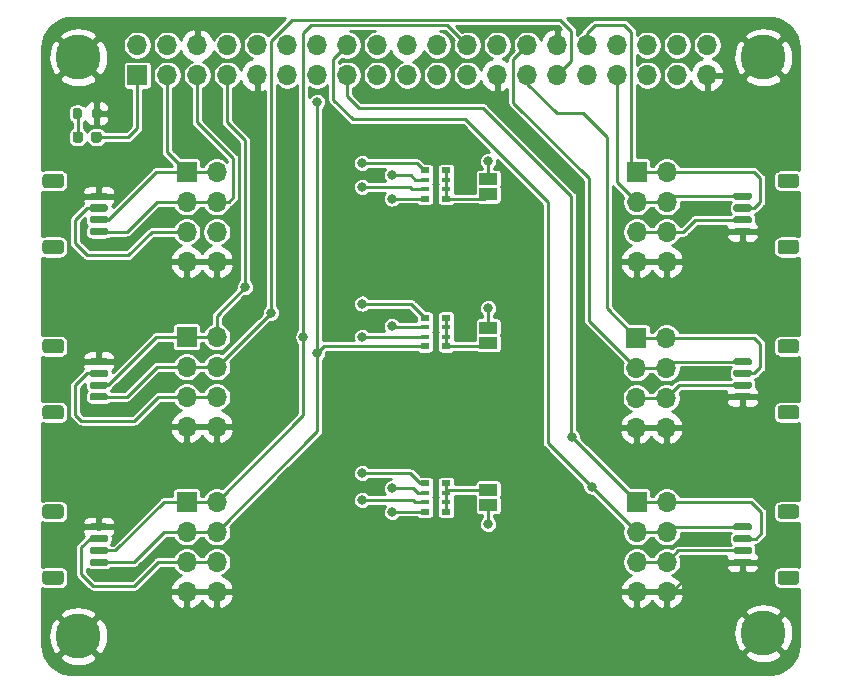
<source format=gbr>
%TF.GenerationSoftware,KiCad,Pcbnew,5.1.10*%
%TF.CreationDate,2021-06-19T09:57:27+02:00*%
%TF.ProjectId,RaspberryI2Cextender,52617370-6265-4727-9279-493243657874,rev?*%
%TF.SameCoordinates,Original*%
%TF.FileFunction,Copper,L1,Top*%
%TF.FilePolarity,Positive*%
%FSLAX46Y46*%
G04 Gerber Fmt 4.6, Leading zero omitted, Abs format (unit mm)*
G04 Created by KiCad (PCBNEW 5.1.10) date 2021-06-19 09:57:27*
%MOMM*%
%LPD*%
G01*
G04 APERTURE LIST*
%TA.AperFunction,ComponentPad*%
%ADD10R,1.700000X1.700000*%
%TD*%
%TA.AperFunction,ComponentPad*%
%ADD11O,1.700000X1.700000*%
%TD*%
%TA.AperFunction,ComponentPad*%
%ADD12C,3.800000*%
%TD*%
%TA.AperFunction,SMDPad,CuDef*%
%ADD13R,1.500000X1.000000*%
%TD*%
%TA.AperFunction,SMDPad,CuDef*%
%ADD14R,0.800000X0.500000*%
%TD*%
%TA.AperFunction,SMDPad,CuDef*%
%ADD15R,0.800000X0.400000*%
%TD*%
%TA.AperFunction,ViaPad*%
%ADD16C,0.800000*%
%TD*%
%TA.AperFunction,Conductor*%
%ADD17C,0.250000*%
%TD*%
%TA.AperFunction,Conductor*%
%ADD18C,0.254000*%
%TD*%
%TA.AperFunction,Conductor*%
%ADD19C,0.100000*%
%TD*%
G04 APERTURE END LIST*
D10*
%TO.P,J1,1*%
%TO.N,VCC*%
X110750000Y-43250000D03*
D11*
%TO.P,J1,2*%
%TO.N,Net-(J1-Pad2)*%
X110750000Y-40710000D03*
%TO.P,J1,3*%
%TO.N,SDA1*%
X113290000Y-43250000D03*
%TO.P,J1,4*%
%TO.N,Net-(J1-Pad4)*%
X113290000Y-40710000D03*
%TO.P,J1,5*%
%TO.N,SCL1*%
X115830000Y-43250000D03*
%TO.P,J1,6*%
%TO.N,GND*%
X115830000Y-40710000D03*
%TO.P,J1,7*%
%TO.N,SDA3*%
X118370000Y-43250000D03*
%TO.P,J1,8*%
%TO.N,Net-(J1-Pad8)*%
X118370000Y-40710000D03*
%TO.P,J1,9*%
%TO.N,GND*%
X120910000Y-43250000D03*
%TO.P,J1,10*%
%TO.N,Net-(J1-Pad10)*%
X120910000Y-40710000D03*
%TO.P,J1,11*%
%TO.N,Net-(J1-Pad11)*%
X123450000Y-43250000D03*
%TO.P,J1,12*%
%TO.N,Net-(J1-Pad12)*%
X123450000Y-40710000D03*
%TO.P,J1,13*%
%TO.N,Net-(J1-Pad13)*%
X125990000Y-43250000D03*
%TO.P,J1,14*%
%TO.N,GND*%
X125990000Y-40710000D03*
%TO.P,J1,15*%
%TO.N,SDA6*%
X128530000Y-43250000D03*
%TO.P,J1,16*%
%TO.N,SCL6*%
X128530000Y-40710000D03*
%TO.P,J1,17*%
%TO.N,Net-(J1-Pad17)*%
X131070000Y-43250000D03*
%TO.P,J1,18*%
%TO.N,Net-(J1-Pad18)*%
X131070000Y-40710000D03*
%TO.P,J1,19*%
%TO.N,Net-(J1-Pad19)*%
X133610000Y-43250000D03*
%TO.P,J1,20*%
%TO.N,GND*%
X133610000Y-40710000D03*
%TO.P,J1,21*%
%TO.N,SCL4*%
X136150000Y-43250000D03*
%TO.P,J1,22*%
%TO.N,Net-(J1-Pad22)*%
X136150000Y-40710000D03*
%TO.P,J1,23*%
%TO.N,Net-(J1-Pad23)*%
X138690000Y-43250000D03*
%TO.P,J1,24*%
%TO.N,SDA4*%
X138690000Y-40710000D03*
%TO.P,J1,25*%
%TO.N,GND*%
X141230000Y-43250000D03*
%TO.P,J1,26*%
%TO.N,Net-(J1-Pad26)*%
X141230000Y-40710000D03*
%TO.P,J1,27*%
%TO.N,SDA0*%
X143770000Y-43250000D03*
%TO.P,J1,28*%
%TO.N,SCL0*%
X143770000Y-40710000D03*
%TO.P,J1,29*%
%TO.N,SCL3*%
X146310000Y-43250000D03*
%TO.P,J1,30*%
%TO.N,GND*%
X146310000Y-40710000D03*
%TO.P,J1,31*%
%TO.N,Net-(J1-Pad31)*%
X148850000Y-43250000D03*
%TO.P,J1,32*%
%TO.N,SDA5*%
X148850000Y-40710000D03*
%TO.P,J1,33*%
%TO.N,SCL5*%
X151390000Y-43250000D03*
%TO.P,J1,34*%
%TO.N,GND*%
X151390000Y-40710000D03*
%TO.P,J1,35*%
%TO.N,Net-(J1-Pad35)*%
X153930000Y-43250000D03*
%TO.P,J1,36*%
%TO.N,Net-(J1-Pad36)*%
X153930000Y-40710000D03*
%TO.P,J1,37*%
%TO.N,Net-(J1-Pad37)*%
X156470000Y-43250000D03*
%TO.P,J1,38*%
%TO.N,Net-(J1-Pad38)*%
X156470000Y-40710000D03*
%TO.P,J1,39*%
%TO.N,GND*%
X159010000Y-43250000D03*
%TO.P,J1,40*%
%TO.N,Net-(J1-Pad40)*%
X159010000Y-40710000D03*
%TD*%
%TO.P,J2,1*%
%TO.N,GND*%
%TA.AperFunction,SMDPad,CuDef*%
G36*
G01*
X106875000Y-53200000D02*
X108125000Y-53200000D01*
G75*
G02*
X108275000Y-53350000I0J-150000D01*
G01*
X108275000Y-53650000D01*
G75*
G02*
X108125000Y-53800000I-150000J0D01*
G01*
X106875000Y-53800000D01*
G75*
G02*
X106725000Y-53650000I0J150000D01*
G01*
X106725000Y-53350000D01*
G75*
G02*
X106875000Y-53200000I150000J0D01*
G01*
G37*
%TD.AperFunction*%
%TO.P,J2,2*%
%TO.N,VCC*%
%TA.AperFunction,SMDPad,CuDef*%
G36*
G01*
X106875000Y-54200000D02*
X108125000Y-54200000D01*
G75*
G02*
X108275000Y-54350000I0J-150000D01*
G01*
X108275000Y-54650000D01*
G75*
G02*
X108125000Y-54800000I-150000J0D01*
G01*
X106875000Y-54800000D01*
G75*
G02*
X106725000Y-54650000I0J150000D01*
G01*
X106725000Y-54350000D01*
G75*
G02*
X106875000Y-54200000I150000J0D01*
G01*
G37*
%TD.AperFunction*%
%TO.P,J2,3*%
%TO.N,SDA1*%
%TA.AperFunction,SMDPad,CuDef*%
G36*
G01*
X106875000Y-55200000D02*
X108125000Y-55200000D01*
G75*
G02*
X108275000Y-55350000I0J-150000D01*
G01*
X108275000Y-55650000D01*
G75*
G02*
X108125000Y-55800000I-150000J0D01*
G01*
X106875000Y-55800000D01*
G75*
G02*
X106725000Y-55650000I0J150000D01*
G01*
X106725000Y-55350000D01*
G75*
G02*
X106875000Y-55200000I150000J0D01*
G01*
G37*
%TD.AperFunction*%
%TO.P,J2,4*%
%TO.N,SCL1*%
%TA.AperFunction,SMDPad,CuDef*%
G36*
G01*
X106875000Y-56200000D02*
X108125000Y-56200000D01*
G75*
G02*
X108275000Y-56350000I0J-150000D01*
G01*
X108275000Y-56650000D01*
G75*
G02*
X108125000Y-56800000I-150000J0D01*
G01*
X106875000Y-56800000D01*
G75*
G02*
X106725000Y-56650000I0J150000D01*
G01*
X106725000Y-56350000D01*
G75*
G02*
X106875000Y-56200000I150000J0D01*
G01*
G37*
%TD.AperFunction*%
%TO.P,J2,MP*%
%TO.N,N/C*%
%TA.AperFunction,SMDPad,CuDef*%
G36*
G01*
X102974999Y-51600000D02*
X104275001Y-51600000D01*
G75*
G02*
X104525000Y-51849999I0J-249999D01*
G01*
X104525000Y-52550001D01*
G75*
G02*
X104275001Y-52800000I-249999J0D01*
G01*
X102974999Y-52800000D01*
G75*
G02*
X102725000Y-52550001I0J249999D01*
G01*
X102725000Y-51849999D01*
G75*
G02*
X102974999Y-51600000I249999J0D01*
G01*
G37*
%TD.AperFunction*%
%TA.AperFunction,SMDPad,CuDef*%
G36*
G01*
X102974999Y-57200000D02*
X104275001Y-57200000D01*
G75*
G02*
X104525000Y-57449999I0J-249999D01*
G01*
X104525000Y-58150001D01*
G75*
G02*
X104275001Y-58400000I-249999J0D01*
G01*
X102974999Y-58400000D01*
G75*
G02*
X102725000Y-58150001I0J249999D01*
G01*
X102725000Y-57449999D01*
G75*
G02*
X102974999Y-57200000I249999J0D01*
G01*
G37*
%TD.AperFunction*%
%TD*%
%TO.P,D1,1*%
%TO.N,VCC*%
%TA.AperFunction,SMDPad,CuDef*%
G36*
G01*
X107725000Y-48243750D02*
X107725000Y-48756250D01*
G75*
G02*
X107506250Y-48975000I-218750J0D01*
G01*
X107068750Y-48975000D01*
G75*
G02*
X106850000Y-48756250I0J218750D01*
G01*
X106850000Y-48243750D01*
G75*
G02*
X107068750Y-48025000I218750J0D01*
G01*
X107506250Y-48025000D01*
G75*
G02*
X107725000Y-48243750I0J-218750D01*
G01*
G37*
%TD.AperFunction*%
%TO.P,D1,2*%
%TO.N,Net-(D1-Pad2)*%
%TA.AperFunction,SMDPad,CuDef*%
G36*
G01*
X106150000Y-48243750D02*
X106150000Y-48756250D01*
G75*
G02*
X105931250Y-48975000I-218750J0D01*
G01*
X105493750Y-48975000D01*
G75*
G02*
X105275000Y-48756250I0J218750D01*
G01*
X105275000Y-48243750D01*
G75*
G02*
X105493750Y-48025000I218750J0D01*
G01*
X105931250Y-48025000D01*
G75*
G02*
X106150000Y-48243750I0J-218750D01*
G01*
G37*
%TD.AperFunction*%
%TD*%
%TO.P,R1,1*%
%TO.N,Net-(D1-Pad2)*%
%TA.AperFunction,SMDPad,CuDef*%
G36*
G01*
X105275000Y-46775000D02*
X105275000Y-46225000D01*
G75*
G02*
X105475000Y-46025000I200000J0D01*
G01*
X105875000Y-46025000D01*
G75*
G02*
X106075000Y-46225000I0J-200000D01*
G01*
X106075000Y-46775000D01*
G75*
G02*
X105875000Y-46975000I-200000J0D01*
G01*
X105475000Y-46975000D01*
G75*
G02*
X105275000Y-46775000I0J200000D01*
G01*
G37*
%TD.AperFunction*%
%TO.P,R1,2*%
%TO.N,GND*%
%TA.AperFunction,SMDPad,CuDef*%
G36*
G01*
X106925000Y-46775000D02*
X106925000Y-46225000D01*
G75*
G02*
X107125000Y-46025000I200000J0D01*
G01*
X107525000Y-46025000D01*
G75*
G02*
X107725000Y-46225000I0J-200000D01*
G01*
X107725000Y-46775000D01*
G75*
G02*
X107525000Y-46975000I-200000J0D01*
G01*
X107125000Y-46975000D01*
G75*
G02*
X106925000Y-46775000I0J200000D01*
G01*
G37*
%TD.AperFunction*%
%TD*%
D12*
%TO.P,H1,1*%
%TO.N,GND*%
X105750000Y-41750000D03*
%TD*%
%TO.P,H2,1*%
%TO.N,GND*%
X105750000Y-90750000D03*
%TD*%
%TO.P,H3,1*%
%TO.N,GND*%
X163750000Y-41750000D03*
%TD*%
%TO.P,H4,1*%
%TO.N,GND*%
X163750000Y-90500000D03*
%TD*%
%TO.P,J3,MP*%
%TO.N,N/C*%
%TA.AperFunction,SMDPad,CuDef*%
G36*
G01*
X102974999Y-71200000D02*
X104275001Y-71200000D01*
G75*
G02*
X104525000Y-71449999I0J-249999D01*
G01*
X104525000Y-72150001D01*
G75*
G02*
X104275001Y-72400000I-249999J0D01*
G01*
X102974999Y-72400000D01*
G75*
G02*
X102725000Y-72150001I0J249999D01*
G01*
X102725000Y-71449999D01*
G75*
G02*
X102974999Y-71200000I249999J0D01*
G01*
G37*
%TD.AperFunction*%
%TA.AperFunction,SMDPad,CuDef*%
G36*
G01*
X102974999Y-65600000D02*
X104275001Y-65600000D01*
G75*
G02*
X104525000Y-65849999I0J-249999D01*
G01*
X104525000Y-66550001D01*
G75*
G02*
X104275001Y-66800000I-249999J0D01*
G01*
X102974999Y-66800000D01*
G75*
G02*
X102725000Y-66550001I0J249999D01*
G01*
X102725000Y-65849999D01*
G75*
G02*
X102974999Y-65600000I249999J0D01*
G01*
G37*
%TD.AperFunction*%
%TO.P,J3,4*%
%TO.N,SCL3*%
%TA.AperFunction,SMDPad,CuDef*%
G36*
G01*
X106875000Y-70200000D02*
X108125000Y-70200000D01*
G75*
G02*
X108275000Y-70350000I0J-150000D01*
G01*
X108275000Y-70650000D01*
G75*
G02*
X108125000Y-70800000I-150000J0D01*
G01*
X106875000Y-70800000D01*
G75*
G02*
X106725000Y-70650000I0J150000D01*
G01*
X106725000Y-70350000D01*
G75*
G02*
X106875000Y-70200000I150000J0D01*
G01*
G37*
%TD.AperFunction*%
%TO.P,J3,3*%
%TO.N,SDA3*%
%TA.AperFunction,SMDPad,CuDef*%
G36*
G01*
X106875000Y-69200000D02*
X108125000Y-69200000D01*
G75*
G02*
X108275000Y-69350000I0J-150000D01*
G01*
X108275000Y-69650000D01*
G75*
G02*
X108125000Y-69800000I-150000J0D01*
G01*
X106875000Y-69800000D01*
G75*
G02*
X106725000Y-69650000I0J150000D01*
G01*
X106725000Y-69350000D01*
G75*
G02*
X106875000Y-69200000I150000J0D01*
G01*
G37*
%TD.AperFunction*%
%TO.P,J3,2*%
%TO.N,VCC*%
%TA.AperFunction,SMDPad,CuDef*%
G36*
G01*
X106875000Y-68200000D02*
X108125000Y-68200000D01*
G75*
G02*
X108275000Y-68350000I0J-150000D01*
G01*
X108275000Y-68650000D01*
G75*
G02*
X108125000Y-68800000I-150000J0D01*
G01*
X106875000Y-68800000D01*
G75*
G02*
X106725000Y-68650000I0J150000D01*
G01*
X106725000Y-68350000D01*
G75*
G02*
X106875000Y-68200000I150000J0D01*
G01*
G37*
%TD.AperFunction*%
%TO.P,J3,1*%
%TO.N,GND*%
%TA.AperFunction,SMDPad,CuDef*%
G36*
G01*
X106875000Y-67200000D02*
X108125000Y-67200000D01*
G75*
G02*
X108275000Y-67350000I0J-150000D01*
G01*
X108275000Y-67650000D01*
G75*
G02*
X108125000Y-67800000I-150000J0D01*
G01*
X106875000Y-67800000D01*
G75*
G02*
X106725000Y-67650000I0J150000D01*
G01*
X106725000Y-67350000D01*
G75*
G02*
X106875000Y-67200000I150000J0D01*
G01*
G37*
%TD.AperFunction*%
%TD*%
%TO.P,J4,MP*%
%TO.N,N/C*%
%TA.AperFunction,SMDPad,CuDef*%
G36*
G01*
X102974999Y-85200000D02*
X104275001Y-85200000D01*
G75*
G02*
X104525000Y-85449999I0J-249999D01*
G01*
X104525000Y-86150001D01*
G75*
G02*
X104275001Y-86400000I-249999J0D01*
G01*
X102974999Y-86400000D01*
G75*
G02*
X102725000Y-86150001I0J249999D01*
G01*
X102725000Y-85449999D01*
G75*
G02*
X102974999Y-85200000I249999J0D01*
G01*
G37*
%TD.AperFunction*%
%TA.AperFunction,SMDPad,CuDef*%
G36*
G01*
X102974999Y-79600000D02*
X104275001Y-79600000D01*
G75*
G02*
X104525000Y-79849999I0J-249999D01*
G01*
X104525000Y-80550001D01*
G75*
G02*
X104275001Y-80800000I-249999J0D01*
G01*
X102974999Y-80800000D01*
G75*
G02*
X102725000Y-80550001I0J249999D01*
G01*
X102725000Y-79849999D01*
G75*
G02*
X102974999Y-79600000I249999J0D01*
G01*
G37*
%TD.AperFunction*%
%TO.P,J4,4*%
%TO.N,SCL4*%
%TA.AperFunction,SMDPad,CuDef*%
G36*
G01*
X106875000Y-84200000D02*
X108125000Y-84200000D01*
G75*
G02*
X108275000Y-84350000I0J-150000D01*
G01*
X108275000Y-84650000D01*
G75*
G02*
X108125000Y-84800000I-150000J0D01*
G01*
X106875000Y-84800000D01*
G75*
G02*
X106725000Y-84650000I0J150000D01*
G01*
X106725000Y-84350000D01*
G75*
G02*
X106875000Y-84200000I150000J0D01*
G01*
G37*
%TD.AperFunction*%
%TO.P,J4,3*%
%TO.N,SDA4*%
%TA.AperFunction,SMDPad,CuDef*%
G36*
G01*
X106875000Y-83200000D02*
X108125000Y-83200000D01*
G75*
G02*
X108275000Y-83350000I0J-150000D01*
G01*
X108275000Y-83650000D01*
G75*
G02*
X108125000Y-83800000I-150000J0D01*
G01*
X106875000Y-83800000D01*
G75*
G02*
X106725000Y-83650000I0J150000D01*
G01*
X106725000Y-83350000D01*
G75*
G02*
X106875000Y-83200000I150000J0D01*
G01*
G37*
%TD.AperFunction*%
%TO.P,J4,2*%
%TO.N,VCC*%
%TA.AperFunction,SMDPad,CuDef*%
G36*
G01*
X106875000Y-82200000D02*
X108125000Y-82200000D01*
G75*
G02*
X108275000Y-82350000I0J-150000D01*
G01*
X108275000Y-82650000D01*
G75*
G02*
X108125000Y-82800000I-150000J0D01*
G01*
X106875000Y-82800000D01*
G75*
G02*
X106725000Y-82650000I0J150000D01*
G01*
X106725000Y-82350000D01*
G75*
G02*
X106875000Y-82200000I150000J0D01*
G01*
G37*
%TD.AperFunction*%
%TO.P,J4,1*%
%TO.N,GND*%
%TA.AperFunction,SMDPad,CuDef*%
G36*
G01*
X106875000Y-81200000D02*
X108125000Y-81200000D01*
G75*
G02*
X108275000Y-81350000I0J-150000D01*
G01*
X108275000Y-81650000D01*
G75*
G02*
X108125000Y-81800000I-150000J0D01*
G01*
X106875000Y-81800000D01*
G75*
G02*
X106725000Y-81650000I0J150000D01*
G01*
X106725000Y-81350000D01*
G75*
G02*
X106875000Y-81200000I150000J0D01*
G01*
G37*
%TD.AperFunction*%
%TD*%
%TO.P,J5,1*%
%TO.N,GND*%
%TA.AperFunction,SMDPad,CuDef*%
G36*
G01*
X162625000Y-70800000D02*
X161375000Y-70800000D01*
G75*
G02*
X161225000Y-70650000I0J150000D01*
G01*
X161225000Y-70350000D01*
G75*
G02*
X161375000Y-70200000I150000J0D01*
G01*
X162625000Y-70200000D01*
G75*
G02*
X162775000Y-70350000I0J-150000D01*
G01*
X162775000Y-70650000D01*
G75*
G02*
X162625000Y-70800000I-150000J0D01*
G01*
G37*
%TD.AperFunction*%
%TO.P,J5,2*%
%TO.N,VCC*%
%TA.AperFunction,SMDPad,CuDef*%
G36*
G01*
X162625000Y-69800000D02*
X161375000Y-69800000D01*
G75*
G02*
X161225000Y-69650000I0J150000D01*
G01*
X161225000Y-69350000D01*
G75*
G02*
X161375000Y-69200000I150000J0D01*
G01*
X162625000Y-69200000D01*
G75*
G02*
X162775000Y-69350000I0J-150000D01*
G01*
X162775000Y-69650000D01*
G75*
G02*
X162625000Y-69800000I-150000J0D01*
G01*
G37*
%TD.AperFunction*%
%TO.P,J5,3*%
%TO.N,SDA0*%
%TA.AperFunction,SMDPad,CuDef*%
G36*
G01*
X162625000Y-68800000D02*
X161375000Y-68800000D01*
G75*
G02*
X161225000Y-68650000I0J150000D01*
G01*
X161225000Y-68350000D01*
G75*
G02*
X161375000Y-68200000I150000J0D01*
G01*
X162625000Y-68200000D01*
G75*
G02*
X162775000Y-68350000I0J-150000D01*
G01*
X162775000Y-68650000D01*
G75*
G02*
X162625000Y-68800000I-150000J0D01*
G01*
G37*
%TD.AperFunction*%
%TO.P,J5,4*%
%TO.N,SCL0*%
%TA.AperFunction,SMDPad,CuDef*%
G36*
G01*
X162625000Y-67800000D02*
X161375000Y-67800000D01*
G75*
G02*
X161225000Y-67650000I0J150000D01*
G01*
X161225000Y-67350000D01*
G75*
G02*
X161375000Y-67200000I150000J0D01*
G01*
X162625000Y-67200000D01*
G75*
G02*
X162775000Y-67350000I0J-150000D01*
G01*
X162775000Y-67650000D01*
G75*
G02*
X162625000Y-67800000I-150000J0D01*
G01*
G37*
%TD.AperFunction*%
%TO.P,J5,MP*%
%TO.N,N/C*%
%TA.AperFunction,SMDPad,CuDef*%
G36*
G01*
X166525001Y-72400000D02*
X165224999Y-72400000D01*
G75*
G02*
X164975000Y-72150001I0J249999D01*
G01*
X164975000Y-71449999D01*
G75*
G02*
X165224999Y-71200000I249999J0D01*
G01*
X166525001Y-71200000D01*
G75*
G02*
X166775000Y-71449999I0J-249999D01*
G01*
X166775000Y-72150001D01*
G75*
G02*
X166525001Y-72400000I-249999J0D01*
G01*
G37*
%TD.AperFunction*%
%TA.AperFunction,SMDPad,CuDef*%
G36*
G01*
X166525001Y-66800000D02*
X165224999Y-66800000D01*
G75*
G02*
X164975000Y-66550001I0J249999D01*
G01*
X164975000Y-65849999D01*
G75*
G02*
X165224999Y-65600000I249999J0D01*
G01*
X166525001Y-65600000D01*
G75*
G02*
X166775000Y-65849999I0J-249999D01*
G01*
X166775000Y-66550001D01*
G75*
G02*
X166525001Y-66800000I-249999J0D01*
G01*
G37*
%TD.AperFunction*%
%TD*%
%TO.P,J6,1*%
%TO.N,GND*%
%TA.AperFunction,SMDPad,CuDef*%
G36*
G01*
X162625000Y-56800000D02*
X161375000Y-56800000D01*
G75*
G02*
X161225000Y-56650000I0J150000D01*
G01*
X161225000Y-56350000D01*
G75*
G02*
X161375000Y-56200000I150000J0D01*
G01*
X162625000Y-56200000D01*
G75*
G02*
X162775000Y-56350000I0J-150000D01*
G01*
X162775000Y-56650000D01*
G75*
G02*
X162625000Y-56800000I-150000J0D01*
G01*
G37*
%TD.AperFunction*%
%TO.P,J6,2*%
%TO.N,VCC*%
%TA.AperFunction,SMDPad,CuDef*%
G36*
G01*
X162625000Y-55800000D02*
X161375000Y-55800000D01*
G75*
G02*
X161225000Y-55650000I0J150000D01*
G01*
X161225000Y-55350000D01*
G75*
G02*
X161375000Y-55200000I150000J0D01*
G01*
X162625000Y-55200000D01*
G75*
G02*
X162775000Y-55350000I0J-150000D01*
G01*
X162775000Y-55650000D01*
G75*
G02*
X162625000Y-55800000I-150000J0D01*
G01*
G37*
%TD.AperFunction*%
%TO.P,J6,3*%
%TO.N,SDA5*%
%TA.AperFunction,SMDPad,CuDef*%
G36*
G01*
X162625000Y-54800000D02*
X161375000Y-54800000D01*
G75*
G02*
X161225000Y-54650000I0J150000D01*
G01*
X161225000Y-54350000D01*
G75*
G02*
X161375000Y-54200000I150000J0D01*
G01*
X162625000Y-54200000D01*
G75*
G02*
X162775000Y-54350000I0J-150000D01*
G01*
X162775000Y-54650000D01*
G75*
G02*
X162625000Y-54800000I-150000J0D01*
G01*
G37*
%TD.AperFunction*%
%TO.P,J6,4*%
%TO.N,SCL5*%
%TA.AperFunction,SMDPad,CuDef*%
G36*
G01*
X162625000Y-53800000D02*
X161375000Y-53800000D01*
G75*
G02*
X161225000Y-53650000I0J150000D01*
G01*
X161225000Y-53350000D01*
G75*
G02*
X161375000Y-53200000I150000J0D01*
G01*
X162625000Y-53200000D01*
G75*
G02*
X162775000Y-53350000I0J-150000D01*
G01*
X162775000Y-53650000D01*
G75*
G02*
X162625000Y-53800000I-150000J0D01*
G01*
G37*
%TD.AperFunction*%
%TO.P,J6,MP*%
%TO.N,N/C*%
%TA.AperFunction,SMDPad,CuDef*%
G36*
G01*
X166525001Y-58400000D02*
X165224999Y-58400000D01*
G75*
G02*
X164975000Y-58150001I0J249999D01*
G01*
X164975000Y-57449999D01*
G75*
G02*
X165224999Y-57200000I249999J0D01*
G01*
X166525001Y-57200000D01*
G75*
G02*
X166775000Y-57449999I0J-249999D01*
G01*
X166775000Y-58150001D01*
G75*
G02*
X166525001Y-58400000I-249999J0D01*
G01*
G37*
%TD.AperFunction*%
%TA.AperFunction,SMDPad,CuDef*%
G36*
G01*
X166525001Y-52800000D02*
X165224999Y-52800000D01*
G75*
G02*
X164975000Y-52550001I0J249999D01*
G01*
X164975000Y-51849999D01*
G75*
G02*
X165224999Y-51600000I249999J0D01*
G01*
X166525001Y-51600000D01*
G75*
G02*
X166775000Y-51849999I0J-249999D01*
G01*
X166775000Y-52550001D01*
G75*
G02*
X166525001Y-52800000I-249999J0D01*
G01*
G37*
%TD.AperFunction*%
%TD*%
%TO.P,J7,MP*%
%TO.N,N/C*%
%TA.AperFunction,SMDPad,CuDef*%
G36*
G01*
X166525001Y-80800000D02*
X165224999Y-80800000D01*
G75*
G02*
X164975000Y-80550001I0J249999D01*
G01*
X164975000Y-79849999D01*
G75*
G02*
X165224999Y-79600000I249999J0D01*
G01*
X166525001Y-79600000D01*
G75*
G02*
X166775000Y-79849999I0J-249999D01*
G01*
X166775000Y-80550001D01*
G75*
G02*
X166525001Y-80800000I-249999J0D01*
G01*
G37*
%TD.AperFunction*%
%TA.AperFunction,SMDPad,CuDef*%
G36*
G01*
X166525001Y-86400000D02*
X165224999Y-86400000D01*
G75*
G02*
X164975000Y-86150001I0J249999D01*
G01*
X164975000Y-85449999D01*
G75*
G02*
X165224999Y-85200000I249999J0D01*
G01*
X166525001Y-85200000D01*
G75*
G02*
X166775000Y-85449999I0J-249999D01*
G01*
X166775000Y-86150001D01*
G75*
G02*
X166525001Y-86400000I-249999J0D01*
G01*
G37*
%TD.AperFunction*%
%TO.P,J7,4*%
%TO.N,SCL6*%
%TA.AperFunction,SMDPad,CuDef*%
G36*
G01*
X162625000Y-81800000D02*
X161375000Y-81800000D01*
G75*
G02*
X161225000Y-81650000I0J150000D01*
G01*
X161225000Y-81350000D01*
G75*
G02*
X161375000Y-81200000I150000J0D01*
G01*
X162625000Y-81200000D01*
G75*
G02*
X162775000Y-81350000I0J-150000D01*
G01*
X162775000Y-81650000D01*
G75*
G02*
X162625000Y-81800000I-150000J0D01*
G01*
G37*
%TD.AperFunction*%
%TO.P,J7,3*%
%TO.N,SDA6*%
%TA.AperFunction,SMDPad,CuDef*%
G36*
G01*
X162625000Y-82800000D02*
X161375000Y-82800000D01*
G75*
G02*
X161225000Y-82650000I0J150000D01*
G01*
X161225000Y-82350000D01*
G75*
G02*
X161375000Y-82200000I150000J0D01*
G01*
X162625000Y-82200000D01*
G75*
G02*
X162775000Y-82350000I0J-150000D01*
G01*
X162775000Y-82650000D01*
G75*
G02*
X162625000Y-82800000I-150000J0D01*
G01*
G37*
%TD.AperFunction*%
%TO.P,J7,2*%
%TO.N,VCC*%
%TA.AperFunction,SMDPad,CuDef*%
G36*
G01*
X162625000Y-83800000D02*
X161375000Y-83800000D01*
G75*
G02*
X161225000Y-83650000I0J150000D01*
G01*
X161225000Y-83350000D01*
G75*
G02*
X161375000Y-83200000I150000J0D01*
G01*
X162625000Y-83200000D01*
G75*
G02*
X162775000Y-83350000I0J-150000D01*
G01*
X162775000Y-83650000D01*
G75*
G02*
X162625000Y-83800000I-150000J0D01*
G01*
G37*
%TD.AperFunction*%
%TO.P,J7,1*%
%TO.N,GND*%
%TA.AperFunction,SMDPad,CuDef*%
G36*
G01*
X162625000Y-84800000D02*
X161375000Y-84800000D01*
G75*
G02*
X161225000Y-84650000I0J150000D01*
G01*
X161225000Y-84350000D01*
G75*
G02*
X161375000Y-84200000I150000J0D01*
G01*
X162625000Y-84200000D01*
G75*
G02*
X162775000Y-84350000I0J-150000D01*
G01*
X162775000Y-84650000D01*
G75*
G02*
X162625000Y-84800000I-150000J0D01*
G01*
G37*
%TD.AperFunction*%
%TD*%
D11*
%TO.P,J8,8*%
%TO.N,GND*%
X117475000Y-59055000D03*
%TO.P,J8,7*%
X114935000Y-59055000D03*
%TO.P,J8,6*%
%TO.N,VCC*%
X117475000Y-56515000D03*
%TO.P,J8,5*%
X114935000Y-56515000D03*
%TO.P,J8,4*%
%TO.N,SCL1*%
X117475000Y-53975000D03*
%TO.P,J8,3*%
X114935000Y-53975000D03*
%TO.P,J8,2*%
%TO.N,SDA1*%
X117475000Y-51435000D03*
D10*
%TO.P,J8,1*%
X114935000Y-51435000D03*
%TD*%
%TO.P,J9,1*%
%TO.N,SDA3*%
X114935000Y-65405000D03*
D11*
%TO.P,J9,2*%
X117475000Y-65405000D03*
%TO.P,J9,3*%
%TO.N,SCL3*%
X114935000Y-67945000D03*
%TO.P,J9,4*%
X117475000Y-67945000D03*
%TO.P,J9,5*%
%TO.N,VCC*%
X114935000Y-70485000D03*
%TO.P,J9,6*%
X117475000Y-70485000D03*
%TO.P,J9,7*%
%TO.N,GND*%
X114935000Y-73025000D03*
%TO.P,J9,8*%
X117475000Y-73025000D03*
%TD*%
%TO.P,J10,8*%
%TO.N,GND*%
X117475000Y-86995000D03*
%TO.P,J10,7*%
X114935000Y-86995000D03*
%TO.P,J10,6*%
%TO.N,VCC*%
X117475000Y-84455000D03*
%TO.P,J10,5*%
X114935000Y-84455000D03*
%TO.P,J10,4*%
%TO.N,SCL4*%
X117475000Y-81915000D03*
%TO.P,J10,3*%
X114935000Y-81915000D03*
%TO.P,J10,2*%
%TO.N,SDA4*%
X117475000Y-79375000D03*
D10*
%TO.P,J10,1*%
X114935000Y-79375000D03*
%TD*%
%TO.P,J11,1*%
%TO.N,SDA0*%
X153000000Y-65500000D03*
D11*
%TO.P,J11,2*%
X155540000Y-65500000D03*
%TO.P,J11,3*%
%TO.N,SCL0*%
X153000000Y-68040000D03*
%TO.P,J11,4*%
X155540000Y-68040000D03*
%TO.P,J11,5*%
%TO.N,VCC*%
X153000000Y-70580000D03*
%TO.P,J11,6*%
X155540000Y-70580000D03*
%TO.P,J11,7*%
%TO.N,GND*%
X153000000Y-73120000D03*
%TO.P,J11,8*%
X155540000Y-73120000D03*
%TD*%
%TO.P,J12,8*%
%TO.N,GND*%
X155575000Y-59055000D03*
%TO.P,J12,7*%
X153035000Y-59055000D03*
%TO.P,J12,6*%
%TO.N,VCC*%
X155575000Y-56515000D03*
%TO.P,J12,5*%
X153035000Y-56515000D03*
%TO.P,J12,4*%
%TO.N,SCL5*%
X155575000Y-53975000D03*
%TO.P,J12,3*%
X153035000Y-53975000D03*
%TO.P,J12,2*%
%TO.N,SDA5*%
X155575000Y-51435000D03*
D10*
%TO.P,J12,1*%
X153035000Y-51435000D03*
%TD*%
%TO.P,J13,1*%
%TO.N,SDA6*%
X153035000Y-79375000D03*
D11*
%TO.P,J13,2*%
X155575000Y-79375000D03*
%TO.P,J13,3*%
%TO.N,SCL6*%
X153035000Y-81915000D03*
%TO.P,J13,4*%
X155575000Y-81915000D03*
%TO.P,J13,5*%
%TO.N,VCC*%
X153035000Y-84455000D03*
%TO.P,J13,6*%
X155575000Y-84455000D03*
%TO.P,J13,7*%
%TO.N,GND*%
X153035000Y-86995000D03*
%TO.P,J13,8*%
X155575000Y-86995000D03*
%TD*%
D13*
%TO.P,JP1,2*%
%TO.N,Net-(JP1-Pad2)*%
X140462000Y-53340000D03*
%TO.P,JP1,1*%
%TO.N,VCC*%
X140462000Y-52040000D03*
%TD*%
%TO.P,JP2,1*%
%TO.N,VCC*%
X140462000Y-64628000D03*
%TO.P,JP2,2*%
%TO.N,Net-(JP2-Pad2)*%
X140462000Y-65928000D03*
%TD*%
%TO.P,JP3,2*%
%TO.N,Net-(JP3-Pad2)*%
X140462000Y-78344000D03*
%TO.P,JP3,1*%
%TO.N,VCC*%
X140462000Y-79644000D03*
%TD*%
D14*
%TO.P,RN1,1*%
%TO.N,SDA0*%
X135100000Y-51300000D03*
D15*
%TO.P,RN1,3*%
%TO.N,SDA1*%
X135100000Y-52900000D03*
%TO.P,RN1,2*%
%TO.N,SCL0*%
X135100000Y-52100000D03*
D14*
%TO.P,RN1,4*%
%TO.N,SCL1*%
X135100000Y-53700000D03*
D15*
%TO.P,RN1,7*%
%TO.N,Net-(JP1-Pad2)*%
X136900000Y-52100000D03*
D14*
%TO.P,RN1,8*%
X136900000Y-51300000D03*
D15*
%TO.P,RN1,6*%
X136900000Y-52900000D03*
D14*
%TO.P,RN1,5*%
X136900000Y-53700000D03*
%TD*%
%TO.P,RN2,5*%
%TO.N,Net-(JP2-Pad2)*%
X136900000Y-66200000D03*
D15*
%TO.P,RN2,6*%
X136900000Y-65400000D03*
D14*
%TO.P,RN2,8*%
X136900000Y-63800000D03*
D15*
%TO.P,RN2,7*%
X136900000Y-64600000D03*
D14*
%TO.P,RN2,4*%
%TO.N,SCL4*%
X135100000Y-66200000D03*
D15*
%TO.P,RN2,2*%
%TO.N,SCL3*%
X135100000Y-64600000D03*
%TO.P,RN2,3*%
%TO.N,SDA4*%
X135100000Y-65400000D03*
D14*
%TO.P,RN2,1*%
%TO.N,SDA3*%
X135100000Y-63800000D03*
%TD*%
%TO.P,RN3,1*%
%TO.N,SDA5*%
X135100000Y-77800000D03*
D15*
%TO.P,RN3,3*%
%TO.N,SDA6*%
X135100000Y-79400000D03*
%TO.P,RN3,2*%
%TO.N,SCL5*%
X135100000Y-78600000D03*
D14*
%TO.P,RN3,4*%
%TO.N,SCL6*%
X135100000Y-80200000D03*
D15*
%TO.P,RN3,7*%
%TO.N,Net-(JP3-Pad2)*%
X136900000Y-78600000D03*
D14*
%TO.P,RN3,8*%
X136900000Y-77800000D03*
D15*
%TO.P,RN3,6*%
X136900000Y-79400000D03*
D14*
%TO.P,RN3,5*%
X136900000Y-80200000D03*
%TD*%
D16*
%TO.N,SDA1*%
X129800000Y-52700000D03*
%TO.N,SCL1*%
X132300000Y-53700000D03*
%TO.N,VCC*%
X140462000Y-81280000D03*
%TO.N,SDA3*%
X119888000Y-61214000D03*
X129800000Y-62600000D03*
%TO.N,SDA6*%
X147574000Y-73914000D03*
X129794000Y-79248000D03*
%TO.N,SCL6*%
X132334000Y-80264000D03*
X149210000Y-78090000D03*
%TO.N,SCL4*%
X125984000Y-45500000D03*
X125984000Y-66802000D03*
%TO.N,SDA4*%
X129800000Y-65400000D03*
X124814999Y-65431001D03*
%TO.N,SDA0*%
X129800000Y-50700000D03*
%TO.N,SCL0*%
X132300000Y-51700000D03*
%TO.N,SCL3*%
X122047000Y-63373000D03*
X132300000Y-64500000D03*
%TO.N,SDA5*%
X129794000Y-76962000D03*
%TO.N,SCL5*%
X132334000Y-78232000D03*
%TO.N,VCC*%
X140462000Y-50546000D03*
X140462000Y-62992000D03*
%TD*%
D17*
%TO.N,SDA1*%
X117475000Y-51435000D02*
X114935000Y-51435000D01*
X113290000Y-49790000D02*
X113290000Y-44000000D01*
X114935000Y-51435000D02*
X113290000Y-49790000D01*
X108275000Y-55500000D02*
X112340000Y-51435000D01*
X107500000Y-55500000D02*
X108275000Y-55500000D01*
X112340000Y-51435000D02*
X114935000Y-51435000D01*
X135100000Y-52900000D02*
X134000000Y-52900000D01*
X133800000Y-52700000D02*
X129800000Y-52700000D01*
X134000000Y-52900000D02*
X133800000Y-52700000D01*
%TO.N,SCL1*%
X107500000Y-56500000D02*
X109870000Y-56500000D01*
X112395000Y-53975000D02*
X114935000Y-53975000D01*
X109870000Y-56500000D02*
X112395000Y-53975000D01*
X114935000Y-53975000D02*
X117475000Y-53975000D01*
X118491000Y-53975000D02*
X118872000Y-53594000D01*
X117475000Y-53975000D02*
X118491000Y-53975000D01*
X115830000Y-44000000D02*
X115830000Y-47250000D01*
X115830000Y-47250000D02*
X118872000Y-50292000D01*
X118872000Y-50292000D02*
X118872000Y-53594000D01*
X135100000Y-53700000D02*
X132300000Y-53700000D01*
%TO.N,GND*%
X107325000Y-43325000D02*
X106722290Y-42722288D01*
X107325000Y-46500000D02*
X107325000Y-43325000D01*
X162000000Y-84500000D02*
X158500000Y-84500000D01*
X156005000Y-86995000D02*
X155575000Y-86995000D01*
X158500000Y-84500000D02*
X156005000Y-86995000D01*
X155575000Y-86995000D02*
X153035000Y-86995000D01*
X105141728Y-92112782D02*
X105821265Y-92112782D01*
X104302330Y-90096616D02*
X104302330Y-91273384D01*
X104302330Y-91273384D02*
X105141728Y-92112782D01*
X104691712Y-89691713D02*
X104692431Y-89686032D01*
%TO.N,SDA3*%
X108275000Y-69500000D02*
X112370000Y-65405000D01*
X112370000Y-65405000D02*
X114935000Y-65405000D01*
X107500000Y-69500000D02*
X108275000Y-69500000D01*
X114935000Y-65405000D02*
X117475000Y-65405000D01*
X117475000Y-65405000D02*
X117475000Y-63627000D01*
X117475000Y-63627000D02*
X119888000Y-61214000D01*
X119888000Y-61214000D02*
X119888000Y-48768000D01*
X118370000Y-47250000D02*
X118370000Y-44000000D01*
X119888000Y-48768000D02*
X118370000Y-47250000D01*
X119888000Y-61214000D02*
X119888000Y-61214000D01*
X135100000Y-63800000D02*
X135000000Y-63800000D01*
X133900000Y-62600000D02*
X129800000Y-62600000D01*
X135100000Y-63800000D02*
X133900000Y-62600000D01*
%TO.N,SDA6*%
X162000000Y-82500000D02*
X163118000Y-82500000D01*
X163118000Y-82500000D02*
X163576000Y-82042000D01*
X163576000Y-82042000D02*
X163576000Y-80264000D01*
X162687000Y-79375000D02*
X155575000Y-79375000D01*
X163576000Y-80264000D02*
X162687000Y-79375000D01*
X155575000Y-79375000D02*
X153035000Y-79375000D01*
X128530000Y-45030000D02*
X128530000Y-43250000D01*
X129500000Y-46000000D02*
X128530000Y-45030000D01*
X147500000Y-53500000D02*
X140000000Y-46000000D01*
X147500000Y-73840000D02*
X147500000Y-53500000D01*
X140000000Y-46000000D02*
X129500000Y-46000000D01*
X153035000Y-79375000D02*
X147574000Y-73914000D01*
X147574000Y-73914000D02*
X147500000Y-73840000D01*
X135100000Y-79400000D02*
X134264000Y-79400000D01*
X134264000Y-79400000D02*
X134112000Y-79248000D01*
X134112000Y-79248000D02*
X129794000Y-79248000D01*
X129794000Y-79248000D02*
X129794000Y-79248000D01*
%TO.N,SCL6*%
X155990000Y-81500000D02*
X155575000Y-81915000D01*
X162000000Y-81500000D02*
X155990000Y-81500000D01*
X155575000Y-81915000D02*
X153035000Y-81915000D01*
X153035000Y-81915000D02*
X149210000Y-78090000D01*
X145500000Y-74380000D02*
X145500000Y-54000000D01*
X145500000Y-54000000D02*
X138500000Y-47000000D01*
X138500000Y-47000000D02*
X129000000Y-47000000D01*
X127354999Y-45354999D02*
X129000000Y-47000000D01*
X127354999Y-41885001D02*
X127354999Y-45354999D01*
X128530000Y-40710000D02*
X127354999Y-41885001D01*
X145500000Y-74380000D02*
X145500000Y-74380000D01*
X132398000Y-80200000D02*
X132334000Y-80264000D01*
X135100000Y-80200000D02*
X132398000Y-80200000D01*
X149210000Y-78090000D02*
X145500000Y-74380000D01*
%TO.N,SCL4*%
X107500000Y-84500000D02*
X110445000Y-84500000D01*
X113030000Y-81915000D02*
X114935000Y-81915000D01*
X110445000Y-84500000D02*
X113030000Y-81915000D01*
X114935000Y-81915000D02*
X117475000Y-81915000D01*
X125984000Y-46228000D02*
X125984000Y-46228000D01*
X125984000Y-73406000D02*
X117475000Y-81915000D01*
X125984000Y-45500000D02*
X125984000Y-66802000D01*
X125984000Y-66802000D02*
X125984000Y-73406000D01*
X126586000Y-66200000D02*
X125984000Y-66802000D01*
X135100000Y-66200000D02*
X126586000Y-66200000D01*
%TO.N,SDA4*%
X107500000Y-83500000D02*
X108905000Y-83500000D01*
X113030000Y-79375000D02*
X114935000Y-79375000D01*
X108905000Y-83500000D02*
X113030000Y-79375000D01*
X114935000Y-79375000D02*
X117475000Y-79375000D01*
X117475000Y-79375000D02*
X124814999Y-72035001D01*
X138690000Y-40710000D02*
X136980000Y-39000000D01*
X136980000Y-39000000D02*
X125500000Y-39000000D01*
X124814999Y-39685001D02*
X124814999Y-65431001D01*
X125500000Y-39000000D02*
X124814999Y-39685001D01*
X124814999Y-65431001D02*
X124814999Y-72035001D01*
X135100000Y-65400000D02*
X129800000Y-65400000D01*
%TO.N,SDA0*%
X163500000Y-66000000D02*
X163000000Y-65500000D01*
X163000000Y-65500000D02*
X155540000Y-65500000D01*
X163500000Y-68000000D02*
X163500000Y-66000000D01*
X163000000Y-68500000D02*
X163500000Y-68000000D01*
X162000000Y-68500000D02*
X163000000Y-68500000D01*
X155540000Y-65500000D02*
X153000000Y-65500000D01*
X153000000Y-65500000D02*
X150500000Y-63000000D01*
X150500000Y-63000000D02*
X150500000Y-48500000D01*
X150500000Y-48500000D02*
X148500000Y-46500000D01*
X146270000Y-46500000D02*
X143770000Y-44000000D01*
X148500000Y-46500000D02*
X146270000Y-46500000D01*
X135100000Y-51300000D02*
X135000000Y-51300000D01*
X134400000Y-50700000D02*
X129800000Y-50700000D01*
X135000000Y-51300000D02*
X134400000Y-50700000D01*
%TO.N,SCL0*%
X156080000Y-67500000D02*
X155540000Y-68040000D01*
X162000000Y-67500000D02*
X156080000Y-67500000D01*
X155540000Y-68040000D02*
X153000000Y-68040000D01*
X142594999Y-41885001D02*
X143770000Y-40710000D01*
X149000000Y-52000000D02*
X142594999Y-45594999D01*
X149000000Y-64040000D02*
X149000000Y-52000000D01*
X142594999Y-45594999D02*
X142594999Y-41885001D01*
X153000000Y-68040000D02*
X149000000Y-64040000D01*
X135100000Y-52100000D02*
X134300000Y-52100000D01*
X134300000Y-52100000D02*
X133900000Y-51700000D01*
X133900000Y-51700000D02*
X132300000Y-51700000D01*
%TO.N,SCL3*%
X107500000Y-70500000D02*
X109840000Y-70500000D01*
X112395000Y-67945000D02*
X114935000Y-67945000D01*
X109840000Y-70500000D02*
X112395000Y-67945000D01*
X114935000Y-67945000D02*
X117475000Y-67945000D01*
X122085001Y-63334999D02*
X122047000Y-63373000D01*
X123871007Y-38549991D02*
X146549991Y-38549991D01*
X122085001Y-40335997D02*
X123871007Y-38549991D01*
X122085001Y-63334999D02*
X122085001Y-40335997D01*
X147485001Y-42074999D02*
X146310000Y-43250000D01*
X147485001Y-39485001D02*
X147485001Y-42074999D01*
X146549991Y-38549991D02*
X147485001Y-39485001D01*
X122047000Y-63373000D02*
X117475000Y-67945000D01*
X132400000Y-64600000D02*
X132300000Y-64500000D01*
X135100000Y-64600000D02*
X132400000Y-64600000D01*
%TO.N,SDA5*%
X162935000Y-51435000D02*
X155575000Y-51435000D01*
X163500000Y-54000000D02*
X163500000Y-52000000D01*
X163500000Y-52000000D02*
X162935000Y-51435000D01*
X163000000Y-54500000D02*
X163500000Y-54000000D01*
X162000000Y-54500000D02*
X163000000Y-54500000D01*
X155575000Y-51435000D02*
X153035000Y-51435000D01*
X148850000Y-39650000D02*
X148850000Y-40710000D01*
X149500000Y-39000000D02*
X148850000Y-39650000D01*
X152565001Y-39565001D02*
X152000000Y-39000000D01*
X152565001Y-50965001D02*
X152565001Y-39565001D01*
X152000000Y-39000000D02*
X149500000Y-39000000D01*
X153035000Y-51435000D02*
X152565001Y-50965001D01*
X135100000Y-77800000D02*
X134696000Y-77800000D01*
X134696000Y-77800000D02*
X133858000Y-76962000D01*
X133858000Y-76962000D02*
X129794000Y-76962000D01*
X129794000Y-76962000D02*
X129794000Y-76962000D01*
%TO.N,SCL5*%
X156050000Y-53500000D02*
X155575000Y-53975000D01*
X162000000Y-53500000D02*
X156050000Y-53500000D01*
X155575000Y-53975000D02*
X153035000Y-53975000D01*
X151390000Y-52330000D02*
X153035000Y-53975000D01*
X151390000Y-44000000D02*
X151390000Y-52330000D01*
X135100000Y-78600000D02*
X134480000Y-78600000D01*
X134112000Y-78232000D02*
X132334000Y-78232000D01*
X134480000Y-78600000D02*
X134112000Y-78232000D01*
%TO.N,Net-(D1-Pad2)*%
X105712500Y-46537500D02*
X105675000Y-46500000D01*
X105712500Y-48500000D02*
X105712500Y-46537500D01*
%TO.N,VCC*%
X107287500Y-48500000D02*
X109996000Y-48500000D01*
X110750000Y-47746000D02*
X110750000Y-44000000D01*
X109996000Y-48500000D02*
X110750000Y-47746000D01*
X117475000Y-70485000D02*
X114935000Y-70485000D01*
X156620000Y-69500000D02*
X155540000Y-70580000D01*
X162000000Y-69500000D02*
X156620000Y-69500000D01*
X156530000Y-83500000D02*
X155575000Y-84455000D01*
X162000000Y-83500000D02*
X156530000Y-83500000D01*
X155540000Y-70580000D02*
X153000000Y-70580000D01*
X155575000Y-84455000D02*
X153035000Y-84455000D01*
X107500000Y-68500000D02*
X106500000Y-68500000D01*
X106500000Y-68500000D02*
X105500000Y-69500000D01*
X105500000Y-69500000D02*
X105500000Y-72000000D01*
X105500000Y-72000000D02*
X106000000Y-72500000D01*
X106000000Y-72500000D02*
X110500000Y-72500000D01*
X112515000Y-70485000D02*
X114935000Y-70485000D01*
X110500000Y-72500000D02*
X112515000Y-70485000D01*
X107500000Y-54500000D02*
X106500000Y-54500000D01*
X106500000Y-54500000D02*
X105500000Y-55500000D01*
X105500000Y-55500000D02*
X105500000Y-57500000D01*
X105500000Y-57500000D02*
X106500000Y-58500000D01*
X106500000Y-58500000D02*
X110000000Y-58500000D01*
X111985000Y-56515000D02*
X114935000Y-56515000D01*
X110000000Y-58500000D02*
X111985000Y-56515000D01*
X106725000Y-82500000D02*
X106000000Y-83225000D01*
X107500000Y-82500000D02*
X106725000Y-82500000D01*
X106000000Y-83225000D02*
X106000000Y-85500000D01*
X106000000Y-85500000D02*
X107000000Y-86500000D01*
X107000000Y-86500000D02*
X110500000Y-86500000D01*
X112545000Y-84455000D02*
X114935000Y-84455000D01*
X110500000Y-86500000D02*
X112545000Y-84455000D01*
X114935000Y-84455000D02*
X117475000Y-84455000D01*
X162000000Y-55500000D02*
X158000000Y-55500000D01*
X156985000Y-56515000D02*
X155575000Y-56515000D01*
X158000000Y-55500000D02*
X156985000Y-56515000D01*
X153035000Y-56515000D02*
X155575000Y-56515000D01*
X140462000Y-50546000D02*
X140462000Y-52040000D01*
X140462000Y-64628000D02*
X140462000Y-62992000D01*
X140462000Y-81280000D02*
X140462000Y-79644000D01*
%TO.N,Net-(JP1-Pad2)*%
X136900000Y-53700000D02*
X136900000Y-51300000D01*
X140102000Y-53700000D02*
X140462000Y-53340000D01*
X136900000Y-53700000D02*
X140102000Y-53700000D01*
%TO.N,Net-(JP2-Pad2)*%
X136900000Y-66200000D02*
X136900000Y-65400000D01*
X136900000Y-65400000D02*
X136900000Y-64600000D01*
X136900000Y-64600000D02*
X136900000Y-63800000D01*
X140190000Y-66200000D02*
X140462000Y-65928000D01*
X136900000Y-66200000D02*
X140190000Y-66200000D01*
%TO.N,Net-(JP3-Pad2)*%
X137156000Y-78344000D02*
X136900000Y-78600000D01*
X140462000Y-78344000D02*
X137156000Y-78344000D01*
X136900000Y-78600000D02*
X136900000Y-77800000D01*
X136900000Y-78600000D02*
X136900000Y-79400000D01*
X136900000Y-79400000D02*
X136900000Y-80200000D01*
%TD*%
D18*
%TO.N,GND*%
X121823152Y-39887912D02*
X121692167Y-39756927D01*
X121491202Y-39622647D01*
X121267903Y-39530153D01*
X121030849Y-39483000D01*
X120789151Y-39483000D01*
X120552097Y-39530153D01*
X120328798Y-39622647D01*
X120127833Y-39756927D01*
X119956927Y-39927833D01*
X119822647Y-40128798D01*
X119730153Y-40352097D01*
X119683000Y-40589151D01*
X119683000Y-40830849D01*
X119730153Y-41067903D01*
X119822647Y-41291202D01*
X119956927Y-41492167D01*
X120127833Y-41663073D01*
X120328798Y-41797353D01*
X120439188Y-41843078D01*
X120405901Y-41853175D01*
X120143080Y-41978359D01*
X119909731Y-42152412D01*
X119714822Y-42368645D01*
X119565843Y-42618748D01*
X119506231Y-42786798D01*
X119457353Y-42668798D01*
X119323073Y-42467833D01*
X119152167Y-42296927D01*
X118951202Y-42162647D01*
X118727903Y-42070153D01*
X118490849Y-42023000D01*
X118249151Y-42023000D01*
X118012097Y-42070153D01*
X117788798Y-42162647D01*
X117587833Y-42296927D01*
X117416927Y-42467833D01*
X117282647Y-42668798D01*
X117190153Y-42892097D01*
X117143000Y-43129151D01*
X117143000Y-43370849D01*
X117190153Y-43607903D01*
X117282647Y-43831202D01*
X117416927Y-44032167D01*
X117587833Y-44203073D01*
X117788798Y-44337353D01*
X117868001Y-44370160D01*
X117868000Y-47225357D01*
X117865573Y-47250000D01*
X117868000Y-47274643D01*
X117868000Y-47274652D01*
X117875264Y-47348408D01*
X117903969Y-47443035D01*
X117950583Y-47530245D01*
X118013316Y-47606684D01*
X118032467Y-47622401D01*
X119386001Y-48975936D01*
X119386000Y-60617155D01*
X119284464Y-60718691D01*
X119199431Y-60845952D01*
X119140859Y-60987357D01*
X119111000Y-61137472D01*
X119111000Y-61281065D01*
X117137463Y-63254603D01*
X117118317Y-63270316D01*
X117102604Y-63289462D01*
X117102601Y-63289465D01*
X117055584Y-63346755D01*
X117008970Y-63433964D01*
X116980265Y-63528591D01*
X116970573Y-63627000D01*
X116973001Y-63651653D01*
X116973001Y-64284840D01*
X116893798Y-64317647D01*
X116692833Y-64451927D01*
X116521927Y-64622833D01*
X116387647Y-64823798D01*
X116354840Y-64903000D01*
X116163824Y-64903000D01*
X116163824Y-64555000D01*
X116156545Y-64481095D01*
X116134988Y-64410030D01*
X116099981Y-64344537D01*
X116052869Y-64287131D01*
X115995463Y-64240019D01*
X115929970Y-64205012D01*
X115858905Y-64183455D01*
X115785000Y-64176176D01*
X114085000Y-64176176D01*
X114011095Y-64183455D01*
X113940030Y-64205012D01*
X113874537Y-64240019D01*
X113817131Y-64287131D01*
X113770019Y-64344537D01*
X113735012Y-64410030D01*
X113713455Y-64481095D01*
X113706176Y-64555000D01*
X113706176Y-64903000D01*
X112394645Y-64903000D01*
X112370000Y-64900573D01*
X112345354Y-64903000D01*
X112345347Y-64903000D01*
X112280432Y-64909393D01*
X112271590Y-64910264D01*
X112176963Y-64938969D01*
X112089754Y-64985583D01*
X112032465Y-65032600D01*
X112032462Y-65032603D01*
X112013316Y-65048316D01*
X111997603Y-65067462D01*
X108653824Y-68411242D01*
X108653824Y-68350000D01*
X108650231Y-68313519D01*
X108726185Y-68251185D01*
X108805537Y-68154494D01*
X108864502Y-68044180D01*
X108900812Y-67924482D01*
X108913072Y-67800000D01*
X108910000Y-67785750D01*
X108751250Y-67627000D01*
X107627000Y-67627000D01*
X107627000Y-67647000D01*
X107373000Y-67647000D01*
X107373000Y-67627000D01*
X106248750Y-67627000D01*
X106090000Y-67785750D01*
X106086928Y-67800000D01*
X106099188Y-67924482D01*
X106135498Y-68044180D01*
X106174714Y-68117547D01*
X106162465Y-68127600D01*
X106162462Y-68127603D01*
X106143316Y-68143316D01*
X106127603Y-68162462D01*
X105162467Y-69127599D01*
X105143316Y-69143316D01*
X105080583Y-69219755D01*
X105033969Y-69306965D01*
X105005264Y-69401592D01*
X104998000Y-69475348D01*
X104998000Y-69475357D01*
X104995573Y-69500000D01*
X104998000Y-69524643D01*
X104998001Y-71975347D01*
X104995573Y-72000000D01*
X105005265Y-72098409D01*
X105033970Y-72193036D01*
X105080584Y-72280245D01*
X105127601Y-72337535D01*
X105127604Y-72337538D01*
X105143317Y-72356684D01*
X105162462Y-72372396D01*
X105627607Y-72837543D01*
X105643316Y-72856684D01*
X105662456Y-72872392D01*
X105662464Y-72872400D01*
X105719754Y-72919417D01*
X105758207Y-72939970D01*
X105806964Y-72966031D01*
X105901591Y-72994736D01*
X105975347Y-73002000D01*
X105975357Y-73002000D01*
X106000000Y-73004427D01*
X106024643Y-73002000D01*
X110475357Y-73002000D01*
X110500000Y-73004427D01*
X110524643Y-73002000D01*
X110524653Y-73002000D01*
X110598409Y-72994736D01*
X110693036Y-72966031D01*
X110780245Y-72919417D01*
X110856684Y-72856684D01*
X110872401Y-72837533D01*
X112722935Y-70987000D01*
X113814840Y-70987000D01*
X113847647Y-71066202D01*
X113981927Y-71267167D01*
X114152833Y-71438073D01*
X114353798Y-71572353D01*
X114471798Y-71621231D01*
X114303748Y-71680843D01*
X114053645Y-71829822D01*
X113837412Y-72024731D01*
X113663359Y-72258080D01*
X113538175Y-72520901D01*
X113493524Y-72668110D01*
X113614845Y-72898000D01*
X114808000Y-72898000D01*
X114808000Y-72878000D01*
X115062000Y-72878000D01*
X115062000Y-72898000D01*
X117348000Y-72898000D01*
X117348000Y-72878000D01*
X117602000Y-72878000D01*
X117602000Y-72898000D01*
X118795155Y-72898000D01*
X118916476Y-72668110D01*
X118871825Y-72520901D01*
X118746641Y-72258080D01*
X118572588Y-72024731D01*
X118356355Y-71829822D01*
X118106252Y-71680843D01*
X117938202Y-71621231D01*
X118056202Y-71572353D01*
X118257167Y-71438073D01*
X118428073Y-71267167D01*
X118562353Y-71066202D01*
X118654847Y-70842903D01*
X118702000Y-70605849D01*
X118702000Y-70364151D01*
X118654847Y-70127097D01*
X118562353Y-69903798D01*
X118428073Y-69702833D01*
X118257167Y-69531927D01*
X118056202Y-69397647D01*
X117832903Y-69305153D01*
X117595849Y-69258000D01*
X117354151Y-69258000D01*
X117117097Y-69305153D01*
X116893798Y-69397647D01*
X116692833Y-69531927D01*
X116521927Y-69702833D01*
X116387647Y-69903798D01*
X116354840Y-69983000D01*
X116055160Y-69983000D01*
X116022353Y-69903798D01*
X115888073Y-69702833D01*
X115717167Y-69531927D01*
X115516202Y-69397647D01*
X115292903Y-69305153D01*
X115055849Y-69258000D01*
X114814151Y-69258000D01*
X114577097Y-69305153D01*
X114353798Y-69397647D01*
X114152833Y-69531927D01*
X113981927Y-69702833D01*
X113847647Y-69903798D01*
X113814840Y-69983000D01*
X112539642Y-69983000D01*
X112514999Y-69980573D01*
X112490356Y-69983000D01*
X112490347Y-69983000D01*
X112416591Y-69990264D01*
X112321964Y-70018969D01*
X112234755Y-70065583D01*
X112158316Y-70128316D01*
X112142603Y-70147462D01*
X110292066Y-71998000D01*
X106207935Y-71998000D01*
X106002000Y-71792065D01*
X106002000Y-69707934D01*
X106346176Y-69363758D01*
X106346176Y-69650000D01*
X106356337Y-69753168D01*
X106386430Y-69852372D01*
X106435299Y-69943799D01*
X106481422Y-70000000D01*
X106435299Y-70056201D01*
X106386430Y-70147628D01*
X106356337Y-70246832D01*
X106346176Y-70350000D01*
X106346176Y-70650000D01*
X106356337Y-70753168D01*
X106386430Y-70852372D01*
X106435299Y-70943799D01*
X106501065Y-71023935D01*
X106581201Y-71089701D01*
X106672628Y-71138570D01*
X106771832Y-71168663D01*
X106875000Y-71178824D01*
X108125000Y-71178824D01*
X108228168Y-71168663D01*
X108327372Y-71138570D01*
X108418799Y-71089701D01*
X108498935Y-71023935D01*
X108516937Y-71002000D01*
X109815357Y-71002000D01*
X109840000Y-71004427D01*
X109864643Y-71002000D01*
X109864653Y-71002000D01*
X109938409Y-70994736D01*
X110033036Y-70966031D01*
X110120245Y-70919417D01*
X110196684Y-70856684D01*
X110212401Y-70837533D01*
X112602936Y-68447000D01*
X113814840Y-68447000D01*
X113847647Y-68526202D01*
X113981927Y-68727167D01*
X114152833Y-68898073D01*
X114353798Y-69032353D01*
X114577097Y-69124847D01*
X114814151Y-69172000D01*
X115055849Y-69172000D01*
X115292903Y-69124847D01*
X115516202Y-69032353D01*
X115717167Y-68898073D01*
X115888073Y-68727167D01*
X116022353Y-68526202D01*
X116055160Y-68447000D01*
X116354840Y-68447000D01*
X116387647Y-68526202D01*
X116521927Y-68727167D01*
X116692833Y-68898073D01*
X116893798Y-69032353D01*
X117117097Y-69124847D01*
X117354151Y-69172000D01*
X117595849Y-69172000D01*
X117832903Y-69124847D01*
X118056202Y-69032353D01*
X118257167Y-68898073D01*
X118428073Y-68727167D01*
X118562353Y-68526202D01*
X118654847Y-68302903D01*
X118702000Y-68065849D01*
X118702000Y-67824151D01*
X118654847Y-67587097D01*
X118622040Y-67507894D01*
X121979935Y-64150000D01*
X122123528Y-64150000D01*
X122273643Y-64120141D01*
X122415048Y-64061569D01*
X122542309Y-63976536D01*
X122650536Y-63868309D01*
X122735569Y-63741048D01*
X122794141Y-63599643D01*
X122824000Y-63449528D01*
X122824000Y-63296472D01*
X122794141Y-63146357D01*
X122735569Y-63004952D01*
X122650536Y-62877691D01*
X122587001Y-62814156D01*
X122587001Y-44122241D01*
X122667833Y-44203073D01*
X122868798Y-44337353D01*
X123092097Y-44429847D01*
X123329151Y-44477000D01*
X123570849Y-44477000D01*
X123807903Y-44429847D01*
X124031202Y-44337353D01*
X124232167Y-44203073D01*
X124312999Y-44122241D01*
X124313000Y-64834155D01*
X124211463Y-64935692D01*
X124126430Y-65062953D01*
X124067858Y-65204358D01*
X124037999Y-65354473D01*
X124037999Y-65507529D01*
X124067858Y-65657644D01*
X124126430Y-65799049D01*
X124211463Y-65926310D01*
X124312999Y-66027846D01*
X124313000Y-71827065D01*
X117912106Y-78227960D01*
X117832903Y-78195153D01*
X117595849Y-78148000D01*
X117354151Y-78148000D01*
X117117097Y-78195153D01*
X116893798Y-78287647D01*
X116692833Y-78421927D01*
X116521927Y-78592833D01*
X116387647Y-78793798D01*
X116354840Y-78873000D01*
X116163824Y-78873000D01*
X116163824Y-78525000D01*
X116156545Y-78451095D01*
X116134988Y-78380030D01*
X116099981Y-78314537D01*
X116052869Y-78257131D01*
X115995463Y-78210019D01*
X115929970Y-78175012D01*
X115858905Y-78153455D01*
X115785000Y-78146176D01*
X114085000Y-78146176D01*
X114011095Y-78153455D01*
X113940030Y-78175012D01*
X113874537Y-78210019D01*
X113817131Y-78257131D01*
X113770019Y-78314537D01*
X113735012Y-78380030D01*
X113713455Y-78451095D01*
X113706176Y-78525000D01*
X113706176Y-78873000D01*
X113054643Y-78873000D01*
X113030000Y-78870573D01*
X113005357Y-78873000D01*
X113005347Y-78873000D01*
X112931591Y-78880264D01*
X112836964Y-78908969D01*
X112749755Y-78955583D01*
X112734924Y-78967755D01*
X112696816Y-78999030D01*
X112673316Y-79018316D01*
X112657603Y-79037462D01*
X108697066Y-82998000D01*
X108520219Y-82998000D01*
X108564701Y-82943799D01*
X108613570Y-82852372D01*
X108643663Y-82753168D01*
X108653824Y-82650000D01*
X108653824Y-82350000D01*
X108650231Y-82313519D01*
X108726185Y-82251185D01*
X108805537Y-82154494D01*
X108864502Y-82044180D01*
X108900812Y-81924482D01*
X108913072Y-81800000D01*
X108910000Y-81785750D01*
X108751250Y-81627000D01*
X107627000Y-81627000D01*
X107627000Y-81647000D01*
X107373000Y-81647000D01*
X107373000Y-81627000D01*
X106248750Y-81627000D01*
X106090000Y-81785750D01*
X106086928Y-81800000D01*
X106099188Y-81924482D01*
X106135498Y-82044180D01*
X106194463Y-82154494D01*
X106269336Y-82245728D01*
X105662467Y-82852599D01*
X105643316Y-82868316D01*
X105580583Y-82944755D01*
X105533969Y-83031965D01*
X105505264Y-83126592D01*
X105498000Y-83200348D01*
X105498000Y-83200357D01*
X105495573Y-83225000D01*
X105498000Y-83249643D01*
X105498001Y-85475347D01*
X105495573Y-85500000D01*
X105505265Y-85598409D01*
X105533970Y-85693036D01*
X105580584Y-85780245D01*
X105627601Y-85837535D01*
X105627604Y-85837538D01*
X105643317Y-85856684D01*
X105662463Y-85872397D01*
X106627603Y-86837538D01*
X106643316Y-86856684D01*
X106662462Y-86872397D01*
X106662465Y-86872400D01*
X106719754Y-86919417D01*
X106806963Y-86966031D01*
X106901590Y-86994736D01*
X106910432Y-86995607D01*
X106975347Y-87002000D01*
X106975354Y-87002000D01*
X107000000Y-87004427D01*
X107024645Y-87002000D01*
X110475357Y-87002000D01*
X110500000Y-87004427D01*
X110524643Y-87002000D01*
X110524653Y-87002000D01*
X110598409Y-86994736D01*
X110693036Y-86966031D01*
X110780245Y-86919417D01*
X110856684Y-86856684D01*
X110872401Y-86837533D01*
X112752936Y-84957000D01*
X113814840Y-84957000D01*
X113847647Y-85036202D01*
X113981927Y-85237167D01*
X114152833Y-85408073D01*
X114353798Y-85542353D01*
X114471798Y-85591231D01*
X114303748Y-85650843D01*
X114053645Y-85799822D01*
X113837412Y-85994731D01*
X113663359Y-86228080D01*
X113538175Y-86490901D01*
X113493524Y-86638110D01*
X113614845Y-86868000D01*
X114808000Y-86868000D01*
X114808000Y-86848000D01*
X115062000Y-86848000D01*
X115062000Y-86868000D01*
X117348000Y-86868000D01*
X117348000Y-86848000D01*
X117602000Y-86848000D01*
X117602000Y-86868000D01*
X118795155Y-86868000D01*
X118916476Y-86638110D01*
X118871825Y-86490901D01*
X118746641Y-86228080D01*
X118572588Y-85994731D01*
X118356355Y-85799822D01*
X118106252Y-85650843D01*
X117938202Y-85591231D01*
X118056202Y-85542353D01*
X118257167Y-85408073D01*
X118428073Y-85237167D01*
X118562353Y-85036202D01*
X118654847Y-84812903D01*
X118702000Y-84575849D01*
X118702000Y-84334151D01*
X118654847Y-84097097D01*
X118562353Y-83873798D01*
X118428073Y-83672833D01*
X118257167Y-83501927D01*
X118056202Y-83367647D01*
X117832903Y-83275153D01*
X117595849Y-83228000D01*
X117354151Y-83228000D01*
X117117097Y-83275153D01*
X116893798Y-83367647D01*
X116692833Y-83501927D01*
X116521927Y-83672833D01*
X116387647Y-83873798D01*
X116354840Y-83953000D01*
X116055160Y-83953000D01*
X116022353Y-83873798D01*
X115888073Y-83672833D01*
X115717167Y-83501927D01*
X115516202Y-83367647D01*
X115292903Y-83275153D01*
X115055849Y-83228000D01*
X114814151Y-83228000D01*
X114577097Y-83275153D01*
X114353798Y-83367647D01*
X114152833Y-83501927D01*
X113981927Y-83672833D01*
X113847647Y-83873798D01*
X113814840Y-83953000D01*
X112569643Y-83953000D01*
X112545000Y-83950573D01*
X112520357Y-83953000D01*
X112520347Y-83953000D01*
X112446591Y-83960264D01*
X112351964Y-83988969D01*
X112327585Y-84002000D01*
X112264754Y-84035583D01*
X112207464Y-84082600D01*
X112207456Y-84082608D01*
X112188316Y-84098316D01*
X112172607Y-84117457D01*
X110292066Y-85998000D01*
X107207935Y-85998000D01*
X106502000Y-85292066D01*
X106502000Y-85024702D01*
X106581201Y-85089701D01*
X106672628Y-85138570D01*
X106771832Y-85168663D01*
X106875000Y-85178824D01*
X108125000Y-85178824D01*
X108228168Y-85168663D01*
X108327372Y-85138570D01*
X108418799Y-85089701D01*
X108498935Y-85023935D01*
X108516937Y-85002000D01*
X110420357Y-85002000D01*
X110445000Y-85004427D01*
X110469643Y-85002000D01*
X110469653Y-85002000D01*
X110543409Y-84994736D01*
X110638036Y-84966031D01*
X110725245Y-84919417D01*
X110801684Y-84856684D01*
X110817402Y-84837532D01*
X113237935Y-82417000D01*
X113814840Y-82417000D01*
X113847647Y-82496202D01*
X113981927Y-82697167D01*
X114152833Y-82868073D01*
X114353798Y-83002353D01*
X114577097Y-83094847D01*
X114814151Y-83142000D01*
X115055849Y-83142000D01*
X115292903Y-83094847D01*
X115516202Y-83002353D01*
X115717167Y-82868073D01*
X115888073Y-82697167D01*
X116022353Y-82496202D01*
X116055160Y-82417000D01*
X116354840Y-82417000D01*
X116387647Y-82496202D01*
X116521927Y-82697167D01*
X116692833Y-82868073D01*
X116893798Y-83002353D01*
X117117097Y-83094847D01*
X117354151Y-83142000D01*
X117595849Y-83142000D01*
X117832903Y-83094847D01*
X118056202Y-83002353D01*
X118257167Y-82868073D01*
X118428073Y-82697167D01*
X118562353Y-82496202D01*
X118654847Y-82272903D01*
X118702000Y-82035849D01*
X118702000Y-81794151D01*
X118654847Y-81557097D01*
X118622040Y-81477894D01*
X123214462Y-76885472D01*
X129017000Y-76885472D01*
X129017000Y-77038528D01*
X129046859Y-77188643D01*
X129105431Y-77330048D01*
X129190464Y-77457309D01*
X129298691Y-77565536D01*
X129425952Y-77650569D01*
X129567357Y-77709141D01*
X129717472Y-77739000D01*
X129870528Y-77739000D01*
X130020643Y-77709141D01*
X130162048Y-77650569D01*
X130289309Y-77565536D01*
X130390845Y-77464000D01*
X132212225Y-77464000D01*
X132107357Y-77484859D01*
X131965952Y-77543431D01*
X131838691Y-77628464D01*
X131730464Y-77736691D01*
X131645431Y-77863952D01*
X131586859Y-78005357D01*
X131557000Y-78155472D01*
X131557000Y-78308528D01*
X131586859Y-78458643D01*
X131645431Y-78600048D01*
X131730464Y-78727309D01*
X131749155Y-78746000D01*
X130390845Y-78746000D01*
X130289309Y-78644464D01*
X130162048Y-78559431D01*
X130020643Y-78500859D01*
X129870528Y-78471000D01*
X129717472Y-78471000D01*
X129567357Y-78500859D01*
X129425952Y-78559431D01*
X129298691Y-78644464D01*
X129190464Y-78752691D01*
X129105431Y-78879952D01*
X129046859Y-79021357D01*
X129017000Y-79171472D01*
X129017000Y-79324528D01*
X129046859Y-79474643D01*
X129105431Y-79616048D01*
X129190464Y-79743309D01*
X129298691Y-79851536D01*
X129425952Y-79936569D01*
X129567357Y-79995141D01*
X129717472Y-80025000D01*
X129870528Y-80025000D01*
X130020643Y-79995141D01*
X130162048Y-79936569D01*
X130289309Y-79851536D01*
X130390845Y-79750000D01*
X131749155Y-79750000D01*
X131730464Y-79768691D01*
X131645431Y-79895952D01*
X131586859Y-80037357D01*
X131557000Y-80187472D01*
X131557000Y-80340528D01*
X131586859Y-80490643D01*
X131645431Y-80632048D01*
X131730464Y-80759309D01*
X131838691Y-80867536D01*
X131965952Y-80952569D01*
X132107357Y-81011141D01*
X132257472Y-81041000D01*
X132410528Y-81041000D01*
X132560643Y-81011141D01*
X132702048Y-80952569D01*
X132829309Y-80867536D01*
X132937536Y-80759309D01*
X132975829Y-80702000D01*
X134419108Y-80702000D01*
X134432131Y-80717869D01*
X134489537Y-80764981D01*
X134555030Y-80799988D01*
X134626095Y-80821545D01*
X134700000Y-80828824D01*
X135500000Y-80828824D01*
X135573905Y-80821545D01*
X135644970Y-80799988D01*
X135710463Y-80764981D01*
X135767869Y-80717869D01*
X135814981Y-80660463D01*
X135849988Y-80594970D01*
X135871545Y-80523905D01*
X135878824Y-80450000D01*
X135878824Y-79950000D01*
X135871545Y-79876095D01*
X135849988Y-79805030D01*
X135833937Y-79775000D01*
X135849988Y-79744970D01*
X135871545Y-79673905D01*
X135878824Y-79600000D01*
X135878824Y-79200000D01*
X135871545Y-79126095D01*
X135849988Y-79055030D01*
X135820574Y-79000000D01*
X135849988Y-78944970D01*
X135871545Y-78873905D01*
X135878824Y-78800000D01*
X135878824Y-78400000D01*
X135871545Y-78326095D01*
X135849988Y-78255030D01*
X135833937Y-78225000D01*
X135849988Y-78194970D01*
X135871545Y-78123905D01*
X135878824Y-78050000D01*
X135878824Y-77550000D01*
X136121176Y-77550000D01*
X136121176Y-78050000D01*
X136128455Y-78123905D01*
X136150012Y-78194970D01*
X136166063Y-78225000D01*
X136150012Y-78255030D01*
X136128455Y-78326095D01*
X136121176Y-78400000D01*
X136121176Y-78800000D01*
X136128455Y-78873905D01*
X136150012Y-78944970D01*
X136179426Y-79000000D01*
X136150012Y-79055030D01*
X136128455Y-79126095D01*
X136121176Y-79200000D01*
X136121176Y-79600000D01*
X136128455Y-79673905D01*
X136150012Y-79744970D01*
X136166063Y-79775000D01*
X136150012Y-79805030D01*
X136128455Y-79876095D01*
X136121176Y-79950000D01*
X136121176Y-80450000D01*
X136128455Y-80523905D01*
X136150012Y-80594970D01*
X136185019Y-80660463D01*
X136232131Y-80717869D01*
X136289537Y-80764981D01*
X136355030Y-80799988D01*
X136426095Y-80821545D01*
X136500000Y-80828824D01*
X137300000Y-80828824D01*
X137373905Y-80821545D01*
X137444970Y-80799988D01*
X137510463Y-80764981D01*
X137567869Y-80717869D01*
X137614981Y-80660463D01*
X137649988Y-80594970D01*
X137671545Y-80523905D01*
X137678824Y-80450000D01*
X137678824Y-79950000D01*
X137671545Y-79876095D01*
X137649988Y-79805030D01*
X137633937Y-79775000D01*
X137649988Y-79744970D01*
X137671545Y-79673905D01*
X137678824Y-79600000D01*
X137678824Y-79200000D01*
X137671545Y-79126095D01*
X137649988Y-79055030D01*
X137620574Y-79000000D01*
X137649988Y-78944970D01*
X137671545Y-78873905D01*
X137674293Y-78846000D01*
X139333373Y-78846000D01*
X139340455Y-78917905D01*
X139362012Y-78988970D01*
X139364701Y-78994000D01*
X139362012Y-78999030D01*
X139340455Y-79070095D01*
X139333176Y-79144000D01*
X139333176Y-80144000D01*
X139340455Y-80217905D01*
X139362012Y-80288970D01*
X139397019Y-80354463D01*
X139444131Y-80411869D01*
X139501537Y-80458981D01*
X139567030Y-80493988D01*
X139638095Y-80515545D01*
X139712000Y-80522824D01*
X139960000Y-80522824D01*
X139960000Y-80683155D01*
X139858464Y-80784691D01*
X139773431Y-80911952D01*
X139714859Y-81053357D01*
X139685000Y-81203472D01*
X139685000Y-81356528D01*
X139714859Y-81506643D01*
X139773431Y-81648048D01*
X139858464Y-81775309D01*
X139966691Y-81883536D01*
X140093952Y-81968569D01*
X140235357Y-82027141D01*
X140385472Y-82057000D01*
X140538528Y-82057000D01*
X140688643Y-82027141D01*
X140830048Y-81968569D01*
X140957309Y-81883536D01*
X141065536Y-81775309D01*
X141150569Y-81648048D01*
X141209141Y-81506643D01*
X141239000Y-81356528D01*
X141239000Y-81203472D01*
X141209141Y-81053357D01*
X141150569Y-80911952D01*
X141065536Y-80784691D01*
X140964000Y-80683155D01*
X140964000Y-80522824D01*
X141212000Y-80522824D01*
X141285905Y-80515545D01*
X141356970Y-80493988D01*
X141422463Y-80458981D01*
X141479869Y-80411869D01*
X141526981Y-80354463D01*
X141561988Y-80288970D01*
X141583545Y-80217905D01*
X141590824Y-80144000D01*
X141590824Y-79144000D01*
X141583545Y-79070095D01*
X141561988Y-78999030D01*
X141559299Y-78994000D01*
X141561988Y-78988970D01*
X141583545Y-78917905D01*
X141590824Y-78844000D01*
X141590824Y-77844000D01*
X141583545Y-77770095D01*
X141561988Y-77699030D01*
X141526981Y-77633537D01*
X141479869Y-77576131D01*
X141422463Y-77529019D01*
X141356970Y-77494012D01*
X141285905Y-77472455D01*
X141212000Y-77465176D01*
X139712000Y-77465176D01*
X139638095Y-77472455D01*
X139567030Y-77494012D01*
X139501537Y-77529019D01*
X139444131Y-77576131D01*
X139397019Y-77633537D01*
X139362012Y-77699030D01*
X139340455Y-77770095D01*
X139333373Y-77842000D01*
X137678824Y-77842000D01*
X137678824Y-77550000D01*
X137671545Y-77476095D01*
X137649988Y-77405030D01*
X137614981Y-77339537D01*
X137567869Y-77282131D01*
X137510463Y-77235019D01*
X137444970Y-77200012D01*
X137373905Y-77178455D01*
X137300000Y-77171176D01*
X136500000Y-77171176D01*
X136426095Y-77178455D01*
X136355030Y-77200012D01*
X136289537Y-77235019D01*
X136232131Y-77282131D01*
X136185019Y-77339537D01*
X136150012Y-77405030D01*
X136128455Y-77476095D01*
X136121176Y-77550000D01*
X135878824Y-77550000D01*
X135871545Y-77476095D01*
X135849988Y-77405030D01*
X135814981Y-77339537D01*
X135767869Y-77282131D01*
X135710463Y-77235019D01*
X135644970Y-77200012D01*
X135573905Y-77178455D01*
X135500000Y-77171176D01*
X134777111Y-77171176D01*
X134230401Y-76624467D01*
X134214684Y-76605316D01*
X134138245Y-76542583D01*
X134051036Y-76495969D01*
X133956409Y-76467264D01*
X133882653Y-76460000D01*
X133882643Y-76460000D01*
X133858000Y-76457573D01*
X133833357Y-76460000D01*
X130390845Y-76460000D01*
X130289309Y-76358464D01*
X130162048Y-76273431D01*
X130020643Y-76214859D01*
X129870528Y-76185000D01*
X129717472Y-76185000D01*
X129567357Y-76214859D01*
X129425952Y-76273431D01*
X129298691Y-76358464D01*
X129190464Y-76466691D01*
X129105431Y-76593952D01*
X129046859Y-76735357D01*
X129017000Y-76885472D01*
X123214462Y-76885472D01*
X126321538Y-73778397D01*
X126340684Y-73762684D01*
X126403417Y-73686245D01*
X126450031Y-73599036D01*
X126478736Y-73504409D01*
X126486000Y-73430653D01*
X126486000Y-73430644D01*
X126488427Y-73406001D01*
X126486000Y-73381358D01*
X126486000Y-67398845D01*
X126587536Y-67297309D01*
X126672569Y-67170048D01*
X126731141Y-67028643D01*
X126761000Y-66878528D01*
X126761000Y-66734935D01*
X126793935Y-66702000D01*
X134419108Y-66702000D01*
X134432131Y-66717869D01*
X134489537Y-66764981D01*
X134555030Y-66799988D01*
X134626095Y-66821545D01*
X134700000Y-66828824D01*
X135500000Y-66828824D01*
X135573905Y-66821545D01*
X135644970Y-66799988D01*
X135710463Y-66764981D01*
X135767869Y-66717869D01*
X135814981Y-66660463D01*
X135849988Y-66594970D01*
X135871545Y-66523905D01*
X135878824Y-66450000D01*
X135878824Y-65950000D01*
X135871545Y-65876095D01*
X135849988Y-65805030D01*
X135833937Y-65775000D01*
X135849988Y-65744970D01*
X135871545Y-65673905D01*
X135878824Y-65600000D01*
X135878824Y-65200000D01*
X135871545Y-65126095D01*
X135849988Y-65055030D01*
X135820574Y-65000000D01*
X135849988Y-64944970D01*
X135871545Y-64873905D01*
X135878824Y-64800000D01*
X135878824Y-64400000D01*
X135871545Y-64326095D01*
X135849988Y-64255030D01*
X135833937Y-64225000D01*
X135849988Y-64194970D01*
X135871545Y-64123905D01*
X135878824Y-64050000D01*
X135878824Y-63550000D01*
X136121176Y-63550000D01*
X136121176Y-64050000D01*
X136128455Y-64123905D01*
X136150012Y-64194970D01*
X136166063Y-64225000D01*
X136150012Y-64255030D01*
X136128455Y-64326095D01*
X136121176Y-64400000D01*
X136121176Y-64800000D01*
X136128455Y-64873905D01*
X136150012Y-64944970D01*
X136179426Y-65000000D01*
X136150012Y-65055030D01*
X136128455Y-65126095D01*
X136121176Y-65200000D01*
X136121176Y-65600000D01*
X136128455Y-65673905D01*
X136150012Y-65744970D01*
X136166063Y-65775000D01*
X136150012Y-65805030D01*
X136128455Y-65876095D01*
X136121176Y-65950000D01*
X136121176Y-66450000D01*
X136128455Y-66523905D01*
X136150012Y-66594970D01*
X136185019Y-66660463D01*
X136232131Y-66717869D01*
X136289537Y-66764981D01*
X136355030Y-66799988D01*
X136426095Y-66821545D01*
X136500000Y-66828824D01*
X137300000Y-66828824D01*
X137373905Y-66821545D01*
X137444970Y-66799988D01*
X137510463Y-66764981D01*
X137567869Y-66717869D01*
X137580892Y-66702000D01*
X139451602Y-66702000D01*
X139501537Y-66742981D01*
X139567030Y-66777988D01*
X139638095Y-66799545D01*
X139712000Y-66806824D01*
X141212000Y-66806824D01*
X141285905Y-66799545D01*
X141356970Y-66777988D01*
X141422463Y-66742981D01*
X141479869Y-66695869D01*
X141526981Y-66638463D01*
X141561988Y-66572970D01*
X141583545Y-66501905D01*
X141590824Y-66428000D01*
X141590824Y-65428000D01*
X141583545Y-65354095D01*
X141561988Y-65283030D01*
X141559299Y-65278000D01*
X141561988Y-65272970D01*
X141583545Y-65201905D01*
X141590824Y-65128000D01*
X141590824Y-64128000D01*
X141583545Y-64054095D01*
X141561988Y-63983030D01*
X141526981Y-63917537D01*
X141479869Y-63860131D01*
X141422463Y-63813019D01*
X141356970Y-63778012D01*
X141285905Y-63756455D01*
X141212000Y-63749176D01*
X140964000Y-63749176D01*
X140964000Y-63588845D01*
X141065536Y-63487309D01*
X141150569Y-63360048D01*
X141209141Y-63218643D01*
X141239000Y-63068528D01*
X141239000Y-62915472D01*
X141209141Y-62765357D01*
X141150569Y-62623952D01*
X141065536Y-62496691D01*
X140957309Y-62388464D01*
X140830048Y-62303431D01*
X140688643Y-62244859D01*
X140538528Y-62215000D01*
X140385472Y-62215000D01*
X140235357Y-62244859D01*
X140093952Y-62303431D01*
X139966691Y-62388464D01*
X139858464Y-62496691D01*
X139773431Y-62623952D01*
X139714859Y-62765357D01*
X139685000Y-62915472D01*
X139685000Y-63068528D01*
X139714859Y-63218643D01*
X139773431Y-63360048D01*
X139858464Y-63487309D01*
X139960001Y-63588846D01*
X139960001Y-63749176D01*
X139712000Y-63749176D01*
X139638095Y-63756455D01*
X139567030Y-63778012D01*
X139501537Y-63813019D01*
X139444131Y-63860131D01*
X139397019Y-63917537D01*
X139362012Y-63983030D01*
X139340455Y-64054095D01*
X139333176Y-64128000D01*
X139333176Y-65128000D01*
X139340455Y-65201905D01*
X139362012Y-65272970D01*
X139364701Y-65278000D01*
X139362012Y-65283030D01*
X139340455Y-65354095D01*
X139333176Y-65428000D01*
X139333176Y-65698000D01*
X137664236Y-65698000D01*
X137671545Y-65673905D01*
X137678824Y-65600000D01*
X137678824Y-65200000D01*
X137671545Y-65126095D01*
X137649988Y-65055030D01*
X137620574Y-65000000D01*
X137649988Y-64944970D01*
X137671545Y-64873905D01*
X137678824Y-64800000D01*
X137678824Y-64400000D01*
X137671545Y-64326095D01*
X137649988Y-64255030D01*
X137633937Y-64225000D01*
X137649988Y-64194970D01*
X137671545Y-64123905D01*
X137678824Y-64050000D01*
X137678824Y-63550000D01*
X137671545Y-63476095D01*
X137649988Y-63405030D01*
X137614981Y-63339537D01*
X137567869Y-63282131D01*
X137510463Y-63235019D01*
X137444970Y-63200012D01*
X137373905Y-63178455D01*
X137300000Y-63171176D01*
X136500000Y-63171176D01*
X136426095Y-63178455D01*
X136355030Y-63200012D01*
X136289537Y-63235019D01*
X136232131Y-63282131D01*
X136185019Y-63339537D01*
X136150012Y-63405030D01*
X136128455Y-63476095D01*
X136121176Y-63550000D01*
X135878824Y-63550000D01*
X135871545Y-63476095D01*
X135849988Y-63405030D01*
X135814981Y-63339537D01*
X135767869Y-63282131D01*
X135710463Y-63235019D01*
X135644970Y-63200012D01*
X135573905Y-63178455D01*
X135500000Y-63171176D01*
X135181111Y-63171176D01*
X134272401Y-62262467D01*
X134256684Y-62243316D01*
X134180245Y-62180583D01*
X134093036Y-62133969D01*
X133998409Y-62105264D01*
X133924653Y-62098000D01*
X133924643Y-62098000D01*
X133900000Y-62095573D01*
X133875357Y-62098000D01*
X130396845Y-62098000D01*
X130295309Y-61996464D01*
X130168048Y-61911431D01*
X130026643Y-61852859D01*
X129876528Y-61823000D01*
X129723472Y-61823000D01*
X129573357Y-61852859D01*
X129431952Y-61911431D01*
X129304691Y-61996464D01*
X129196464Y-62104691D01*
X129111431Y-62231952D01*
X129052859Y-62373357D01*
X129023000Y-62523472D01*
X129023000Y-62676528D01*
X129052859Y-62826643D01*
X129111431Y-62968048D01*
X129196464Y-63095309D01*
X129304691Y-63203536D01*
X129431952Y-63288569D01*
X129573357Y-63347141D01*
X129723472Y-63377000D01*
X129876528Y-63377000D01*
X130026643Y-63347141D01*
X130168048Y-63288569D01*
X130295309Y-63203536D01*
X130396845Y-63102000D01*
X133692066Y-63102000D01*
X134321176Y-63731111D01*
X134321176Y-64050000D01*
X134325904Y-64098000D01*
X132965883Y-64098000D01*
X132903536Y-64004691D01*
X132795309Y-63896464D01*
X132668048Y-63811431D01*
X132526643Y-63752859D01*
X132376528Y-63723000D01*
X132223472Y-63723000D01*
X132073357Y-63752859D01*
X131931952Y-63811431D01*
X131804691Y-63896464D01*
X131696464Y-64004691D01*
X131611431Y-64131952D01*
X131552859Y-64273357D01*
X131523000Y-64423472D01*
X131523000Y-64576528D01*
X131552859Y-64726643D01*
X131611431Y-64868048D01*
X131631444Y-64898000D01*
X130396845Y-64898000D01*
X130295309Y-64796464D01*
X130168048Y-64711431D01*
X130026643Y-64652859D01*
X129876528Y-64623000D01*
X129723472Y-64623000D01*
X129573357Y-64652859D01*
X129431952Y-64711431D01*
X129304691Y-64796464D01*
X129196464Y-64904691D01*
X129111431Y-65031952D01*
X129052859Y-65173357D01*
X129023000Y-65323472D01*
X129023000Y-65476528D01*
X129052859Y-65626643D01*
X129082416Y-65698000D01*
X126610645Y-65698000D01*
X126586000Y-65695573D01*
X126561354Y-65698000D01*
X126561347Y-65698000D01*
X126496432Y-65704393D01*
X126487590Y-65705264D01*
X126486000Y-65705746D01*
X126486000Y-50623472D01*
X129023000Y-50623472D01*
X129023000Y-50776528D01*
X129052859Y-50926643D01*
X129111431Y-51068048D01*
X129196464Y-51195309D01*
X129304691Y-51303536D01*
X129431952Y-51388569D01*
X129573357Y-51447141D01*
X129723472Y-51477000D01*
X129876528Y-51477000D01*
X130026643Y-51447141D01*
X130168048Y-51388569D01*
X130295309Y-51303536D01*
X130396845Y-51202000D01*
X131699155Y-51202000D01*
X131696464Y-51204691D01*
X131611431Y-51331952D01*
X131552859Y-51473357D01*
X131523000Y-51623472D01*
X131523000Y-51776528D01*
X131552859Y-51926643D01*
X131611431Y-52068048D01*
X131696464Y-52195309D01*
X131699155Y-52198000D01*
X130396845Y-52198000D01*
X130295309Y-52096464D01*
X130168048Y-52011431D01*
X130026643Y-51952859D01*
X129876528Y-51923000D01*
X129723472Y-51923000D01*
X129573357Y-51952859D01*
X129431952Y-52011431D01*
X129304691Y-52096464D01*
X129196464Y-52204691D01*
X129111431Y-52331952D01*
X129052859Y-52473357D01*
X129023000Y-52623472D01*
X129023000Y-52776528D01*
X129052859Y-52926643D01*
X129111431Y-53068048D01*
X129196464Y-53195309D01*
X129304691Y-53303536D01*
X129431952Y-53388569D01*
X129573357Y-53447141D01*
X129723472Y-53477000D01*
X129876528Y-53477000D01*
X130026643Y-53447141D01*
X130168048Y-53388569D01*
X130295309Y-53303536D01*
X130396845Y-53202000D01*
X131699155Y-53202000D01*
X131696464Y-53204691D01*
X131611431Y-53331952D01*
X131552859Y-53473357D01*
X131523000Y-53623472D01*
X131523000Y-53776528D01*
X131552859Y-53926643D01*
X131611431Y-54068048D01*
X131696464Y-54195309D01*
X131804691Y-54303536D01*
X131931952Y-54388569D01*
X132073357Y-54447141D01*
X132223472Y-54477000D01*
X132376528Y-54477000D01*
X132526643Y-54447141D01*
X132668048Y-54388569D01*
X132795309Y-54303536D01*
X132896845Y-54202000D01*
X134419108Y-54202000D01*
X134432131Y-54217869D01*
X134489537Y-54264981D01*
X134555030Y-54299988D01*
X134626095Y-54321545D01*
X134700000Y-54328824D01*
X135500000Y-54328824D01*
X135573905Y-54321545D01*
X135644970Y-54299988D01*
X135710463Y-54264981D01*
X135767869Y-54217869D01*
X135814981Y-54160463D01*
X135849988Y-54094970D01*
X135871545Y-54023905D01*
X135878824Y-53950000D01*
X135878824Y-53450000D01*
X135871545Y-53376095D01*
X135849988Y-53305030D01*
X135833937Y-53275000D01*
X135849988Y-53244970D01*
X135871545Y-53173905D01*
X135878824Y-53100000D01*
X135878824Y-52700000D01*
X135871545Y-52626095D01*
X135849988Y-52555030D01*
X135820574Y-52500000D01*
X135849988Y-52444970D01*
X135871545Y-52373905D01*
X135878824Y-52300000D01*
X135878824Y-51900000D01*
X135871545Y-51826095D01*
X135849988Y-51755030D01*
X135833937Y-51725000D01*
X135849988Y-51694970D01*
X135871545Y-51623905D01*
X135878824Y-51550000D01*
X135878824Y-51050000D01*
X135871545Y-50976095D01*
X135849988Y-50905030D01*
X135814981Y-50839537D01*
X135767869Y-50782131D01*
X135710463Y-50735019D01*
X135644970Y-50700012D01*
X135573905Y-50678455D01*
X135500000Y-50671176D01*
X135081111Y-50671176D01*
X134772401Y-50362467D01*
X134756684Y-50343316D01*
X134680245Y-50280583D01*
X134593036Y-50233969D01*
X134498409Y-50205264D01*
X134424653Y-50198000D01*
X134424643Y-50198000D01*
X134400000Y-50195573D01*
X134375357Y-50198000D01*
X130396845Y-50198000D01*
X130295309Y-50096464D01*
X130168048Y-50011431D01*
X130026643Y-49952859D01*
X129876528Y-49923000D01*
X129723472Y-49923000D01*
X129573357Y-49952859D01*
X129431952Y-50011431D01*
X129304691Y-50096464D01*
X129196464Y-50204691D01*
X129111431Y-50331952D01*
X129052859Y-50473357D01*
X129023000Y-50623472D01*
X126486000Y-50623472D01*
X126486000Y-46252653D01*
X126488428Y-46228000D01*
X126486000Y-46203347D01*
X126486000Y-46096845D01*
X126587536Y-45995309D01*
X126672569Y-45868048D01*
X126731141Y-45726643D01*
X126761000Y-45576528D01*
X126761000Y-45423472D01*
X126731141Y-45273357D01*
X126672569Y-45131952D01*
X126587536Y-45004691D01*
X126479309Y-44896464D01*
X126352048Y-44811431D01*
X126210643Y-44752859D01*
X126060528Y-44723000D01*
X125907472Y-44723000D01*
X125757357Y-44752859D01*
X125615952Y-44811431D01*
X125488691Y-44896464D01*
X125380464Y-45004691D01*
X125316999Y-45099673D01*
X125316999Y-44276015D01*
X125408798Y-44337353D01*
X125632097Y-44429847D01*
X125869151Y-44477000D01*
X126110849Y-44477000D01*
X126347903Y-44429847D01*
X126571202Y-44337353D01*
X126772167Y-44203073D01*
X126853000Y-44122240D01*
X126853000Y-45330346D01*
X126850572Y-45354999D01*
X126860264Y-45453408D01*
X126888969Y-45548035D01*
X126935583Y-45635244D01*
X126982600Y-45692534D01*
X126982603Y-45692537D01*
X126998316Y-45711683D01*
X127017462Y-45727396D01*
X128627607Y-47337543D01*
X128643316Y-47356684D01*
X128662456Y-47372392D01*
X128662464Y-47372400D01*
X128719754Y-47419417D01*
X128763941Y-47443035D01*
X128806964Y-47466031D01*
X128901591Y-47494736D01*
X128975347Y-47502000D01*
X128975357Y-47502000D01*
X129000000Y-47504427D01*
X129024643Y-47502000D01*
X138292066Y-47502000D01*
X140564165Y-49774099D01*
X140538528Y-49769000D01*
X140385472Y-49769000D01*
X140235357Y-49798859D01*
X140093952Y-49857431D01*
X139966691Y-49942464D01*
X139858464Y-50050691D01*
X139773431Y-50177952D01*
X139714859Y-50319357D01*
X139685000Y-50469472D01*
X139685000Y-50622528D01*
X139714859Y-50772643D01*
X139773431Y-50914048D01*
X139858464Y-51041309D01*
X139960000Y-51142845D01*
X139960000Y-51161176D01*
X139712000Y-51161176D01*
X139638095Y-51168455D01*
X139567030Y-51190012D01*
X139501537Y-51225019D01*
X139444131Y-51272131D01*
X139397019Y-51329537D01*
X139362012Y-51395030D01*
X139340455Y-51466095D01*
X139333176Y-51540000D01*
X139333176Y-52540000D01*
X139340455Y-52613905D01*
X139362012Y-52684970D01*
X139364701Y-52690000D01*
X139362012Y-52695030D01*
X139340455Y-52766095D01*
X139333176Y-52840000D01*
X139333176Y-53198000D01*
X137664236Y-53198000D01*
X137671545Y-53173905D01*
X137678824Y-53100000D01*
X137678824Y-52700000D01*
X137671545Y-52626095D01*
X137649988Y-52555030D01*
X137620574Y-52500000D01*
X137649988Y-52444970D01*
X137671545Y-52373905D01*
X137678824Y-52300000D01*
X137678824Y-51900000D01*
X137671545Y-51826095D01*
X137649988Y-51755030D01*
X137633937Y-51725000D01*
X137649988Y-51694970D01*
X137671545Y-51623905D01*
X137678824Y-51550000D01*
X137678824Y-51050000D01*
X137671545Y-50976095D01*
X137649988Y-50905030D01*
X137614981Y-50839537D01*
X137567869Y-50782131D01*
X137510463Y-50735019D01*
X137444970Y-50700012D01*
X137373905Y-50678455D01*
X137300000Y-50671176D01*
X136500000Y-50671176D01*
X136426095Y-50678455D01*
X136355030Y-50700012D01*
X136289537Y-50735019D01*
X136232131Y-50782131D01*
X136185019Y-50839537D01*
X136150012Y-50905030D01*
X136128455Y-50976095D01*
X136121176Y-51050000D01*
X136121176Y-51550000D01*
X136128455Y-51623905D01*
X136150012Y-51694970D01*
X136166063Y-51725000D01*
X136150012Y-51755030D01*
X136128455Y-51826095D01*
X136121176Y-51900000D01*
X136121176Y-52300000D01*
X136128455Y-52373905D01*
X136150012Y-52444970D01*
X136179426Y-52500000D01*
X136150012Y-52555030D01*
X136128455Y-52626095D01*
X136121176Y-52700000D01*
X136121176Y-53100000D01*
X136128455Y-53173905D01*
X136150012Y-53244970D01*
X136166063Y-53275000D01*
X136150012Y-53305030D01*
X136128455Y-53376095D01*
X136121176Y-53450000D01*
X136121176Y-53950000D01*
X136128455Y-54023905D01*
X136150012Y-54094970D01*
X136185019Y-54160463D01*
X136232131Y-54217869D01*
X136289537Y-54264981D01*
X136355030Y-54299988D01*
X136426095Y-54321545D01*
X136500000Y-54328824D01*
X137300000Y-54328824D01*
X137373905Y-54321545D01*
X137444970Y-54299988D01*
X137510463Y-54264981D01*
X137567869Y-54217869D01*
X137580892Y-54202000D01*
X139606629Y-54202000D01*
X139638095Y-54211545D01*
X139712000Y-54218824D01*
X141212000Y-54218824D01*
X141285905Y-54211545D01*
X141356970Y-54189988D01*
X141422463Y-54154981D01*
X141479869Y-54107869D01*
X141526981Y-54050463D01*
X141561988Y-53984970D01*
X141583545Y-53913905D01*
X141590824Y-53840000D01*
X141590824Y-52840000D01*
X141583545Y-52766095D01*
X141561988Y-52695030D01*
X141559299Y-52690000D01*
X141561988Y-52684970D01*
X141583545Y-52613905D01*
X141590824Y-52540000D01*
X141590824Y-51540000D01*
X141583545Y-51466095D01*
X141561988Y-51395030D01*
X141526981Y-51329537D01*
X141479869Y-51272131D01*
X141422463Y-51225019D01*
X141356970Y-51190012D01*
X141285905Y-51168455D01*
X141212000Y-51161176D01*
X140964000Y-51161176D01*
X140964000Y-51142845D01*
X141065536Y-51041309D01*
X141150569Y-50914048D01*
X141209141Y-50772643D01*
X141239000Y-50622528D01*
X141239000Y-50469472D01*
X141233901Y-50443835D01*
X144998001Y-54207936D01*
X144998000Y-74355347D01*
X144995572Y-74380000D01*
X145005264Y-74478409D01*
X145033969Y-74573036D01*
X145049755Y-74602569D01*
X145080583Y-74660245D01*
X145143316Y-74736684D01*
X145162468Y-74752402D01*
X148433000Y-78022935D01*
X148433000Y-78166528D01*
X148462859Y-78316643D01*
X148521431Y-78458048D01*
X148606464Y-78585309D01*
X148714691Y-78693536D01*
X148841952Y-78778569D01*
X148983357Y-78837141D01*
X149133472Y-78867000D01*
X149277066Y-78867000D01*
X151887960Y-81477895D01*
X151855153Y-81557097D01*
X151808000Y-81794151D01*
X151808000Y-82035849D01*
X151855153Y-82272903D01*
X151947647Y-82496202D01*
X152081927Y-82697167D01*
X152252833Y-82868073D01*
X152453798Y-83002353D01*
X152677097Y-83094847D01*
X152914151Y-83142000D01*
X153155849Y-83142000D01*
X153392903Y-83094847D01*
X153616202Y-83002353D01*
X153817167Y-82868073D01*
X153988073Y-82697167D01*
X154122353Y-82496202D01*
X154155160Y-82417000D01*
X154454840Y-82417000D01*
X154487647Y-82496202D01*
X154621927Y-82697167D01*
X154792833Y-82868073D01*
X154993798Y-83002353D01*
X155217097Y-83094847D01*
X155454151Y-83142000D01*
X155695849Y-83142000D01*
X155932903Y-83094847D01*
X156156202Y-83002353D01*
X156357167Y-82868073D01*
X156528073Y-82697167D01*
X156662353Y-82496202D01*
X156754847Y-82272903D01*
X156802000Y-82035849D01*
X156802000Y-82002000D01*
X160979781Y-82002000D01*
X160935299Y-82056201D01*
X160886430Y-82147628D01*
X160856337Y-82246832D01*
X160846176Y-82350000D01*
X160846176Y-82650000D01*
X160856337Y-82753168D01*
X160886430Y-82852372D01*
X160935299Y-82943799D01*
X160979781Y-82998000D01*
X156554643Y-82998000D01*
X156530000Y-82995573D01*
X156505357Y-82998000D01*
X156505347Y-82998000D01*
X156431591Y-83005264D01*
X156336964Y-83033969D01*
X156249755Y-83080583D01*
X156249753Y-83080584D01*
X156249754Y-83080584D01*
X156193694Y-83126592D01*
X156173316Y-83143316D01*
X156157603Y-83162462D01*
X156012105Y-83307960D01*
X155932903Y-83275153D01*
X155695849Y-83228000D01*
X155454151Y-83228000D01*
X155217097Y-83275153D01*
X154993798Y-83367647D01*
X154792833Y-83501927D01*
X154621927Y-83672833D01*
X154487647Y-83873798D01*
X154454840Y-83953000D01*
X154155160Y-83953000D01*
X154122353Y-83873798D01*
X153988073Y-83672833D01*
X153817167Y-83501927D01*
X153616202Y-83367647D01*
X153392903Y-83275153D01*
X153155849Y-83228000D01*
X152914151Y-83228000D01*
X152677097Y-83275153D01*
X152453798Y-83367647D01*
X152252833Y-83501927D01*
X152081927Y-83672833D01*
X151947647Y-83873798D01*
X151855153Y-84097097D01*
X151808000Y-84334151D01*
X151808000Y-84575849D01*
X151855153Y-84812903D01*
X151947647Y-85036202D01*
X152081927Y-85237167D01*
X152252833Y-85408073D01*
X152453798Y-85542353D01*
X152571798Y-85591231D01*
X152403748Y-85650843D01*
X152153645Y-85799822D01*
X151937412Y-85994731D01*
X151763359Y-86228080D01*
X151638175Y-86490901D01*
X151593524Y-86638110D01*
X151714845Y-86868000D01*
X152908000Y-86868000D01*
X152908000Y-86848000D01*
X153162000Y-86848000D01*
X153162000Y-86868000D01*
X155448000Y-86868000D01*
X155448000Y-86848000D01*
X155702000Y-86848000D01*
X155702000Y-86868000D01*
X156895155Y-86868000D01*
X157016476Y-86638110D01*
X156971825Y-86490901D01*
X156846641Y-86228080D01*
X156672588Y-85994731D01*
X156456355Y-85799822D01*
X156206252Y-85650843D01*
X156038202Y-85591231D01*
X156156202Y-85542353D01*
X156357167Y-85408073D01*
X156528073Y-85237167D01*
X156662353Y-85036202D01*
X156754847Y-84812903D01*
X156757413Y-84800000D01*
X160586928Y-84800000D01*
X160599188Y-84924482D01*
X160635498Y-85044180D01*
X160694463Y-85154494D01*
X160773815Y-85251185D01*
X160870506Y-85330537D01*
X160980820Y-85389502D01*
X161100518Y-85425812D01*
X161225000Y-85438072D01*
X161714250Y-85435000D01*
X161873000Y-85276250D01*
X161873000Y-84627000D01*
X162127000Y-84627000D01*
X162127000Y-85276250D01*
X162285750Y-85435000D01*
X162775000Y-85438072D01*
X162899482Y-85425812D01*
X163019180Y-85389502D01*
X163129494Y-85330537D01*
X163226185Y-85251185D01*
X163305537Y-85154494D01*
X163364502Y-85044180D01*
X163400812Y-84924482D01*
X163413072Y-84800000D01*
X163410000Y-84785750D01*
X163251250Y-84627000D01*
X162127000Y-84627000D01*
X161873000Y-84627000D01*
X160748750Y-84627000D01*
X160590000Y-84785750D01*
X160586928Y-84800000D01*
X156757413Y-84800000D01*
X156802000Y-84575849D01*
X156802000Y-84334151D01*
X156754847Y-84097097D01*
X156722040Y-84017895D01*
X156737935Y-84002000D01*
X160621489Y-84002000D01*
X160599188Y-84075518D01*
X160586928Y-84200000D01*
X160590000Y-84214250D01*
X160748750Y-84373000D01*
X161873000Y-84373000D01*
X161873000Y-84353000D01*
X162127000Y-84353000D01*
X162127000Y-84373000D01*
X163251250Y-84373000D01*
X163410000Y-84214250D01*
X163413072Y-84200000D01*
X163400812Y-84075518D01*
X163364502Y-83955820D01*
X163305537Y-83845506D01*
X163226185Y-83748815D01*
X163150231Y-83686481D01*
X163153824Y-83650000D01*
X163153824Y-83350000D01*
X163143663Y-83246832D01*
X163113570Y-83147628D01*
X163064701Y-83056201D01*
X163020219Y-83002000D01*
X163093357Y-83002000D01*
X163118000Y-83004427D01*
X163142643Y-83002000D01*
X163142653Y-83002000D01*
X163216409Y-82994736D01*
X163311036Y-82966031D01*
X163398245Y-82919417D01*
X163474684Y-82856684D01*
X163490401Y-82837533D01*
X163913543Y-82414393D01*
X163932684Y-82398684D01*
X163948392Y-82379544D01*
X163948400Y-82379536D01*
X163995416Y-82322246D01*
X163995417Y-82322245D01*
X164042031Y-82235036D01*
X164070736Y-82140409D01*
X164078000Y-82066653D01*
X164078000Y-82066643D01*
X164080427Y-82042000D01*
X164078000Y-82017357D01*
X164078000Y-80288643D01*
X164080427Y-80264000D01*
X164078000Y-80239357D01*
X164078000Y-80239347D01*
X164070736Y-80165591D01*
X164042031Y-80070964D01*
X163995417Y-79983755D01*
X163985396Y-79971545D01*
X163948400Y-79926464D01*
X163948392Y-79926456D01*
X163932684Y-79907316D01*
X163913543Y-79891607D01*
X163059399Y-79037465D01*
X163043684Y-79018316D01*
X162967245Y-78955583D01*
X162880036Y-78908969D01*
X162785409Y-78880264D01*
X162711653Y-78873000D01*
X162711643Y-78873000D01*
X162687000Y-78870573D01*
X162662357Y-78873000D01*
X156695160Y-78873000D01*
X156662353Y-78793798D01*
X156528073Y-78592833D01*
X156357167Y-78421927D01*
X156156202Y-78287647D01*
X155932903Y-78195153D01*
X155695849Y-78148000D01*
X155454151Y-78148000D01*
X155217097Y-78195153D01*
X154993798Y-78287647D01*
X154792833Y-78421927D01*
X154621927Y-78592833D01*
X154487647Y-78793798D01*
X154454840Y-78873000D01*
X154263824Y-78873000D01*
X154263824Y-78525000D01*
X154256545Y-78451095D01*
X154234988Y-78380030D01*
X154199981Y-78314537D01*
X154152869Y-78257131D01*
X154095463Y-78210019D01*
X154029970Y-78175012D01*
X153958905Y-78153455D01*
X153885000Y-78146176D01*
X152516111Y-78146176D01*
X148351000Y-73981066D01*
X148351000Y-73837472D01*
X148321141Y-73687357D01*
X148262569Y-73545952D01*
X148216424Y-73476890D01*
X151558524Y-73476890D01*
X151603175Y-73624099D01*
X151728359Y-73886920D01*
X151902412Y-74120269D01*
X152118645Y-74315178D01*
X152368748Y-74464157D01*
X152643109Y-74561481D01*
X152873000Y-74440814D01*
X152873000Y-73247000D01*
X153127000Y-73247000D01*
X153127000Y-74440814D01*
X153356891Y-74561481D01*
X153631252Y-74464157D01*
X153881355Y-74315178D01*
X154097588Y-74120269D01*
X154270000Y-73889120D01*
X154442412Y-74120269D01*
X154658645Y-74315178D01*
X154908748Y-74464157D01*
X155183109Y-74561481D01*
X155413000Y-74440814D01*
X155413000Y-73247000D01*
X155667000Y-73247000D01*
X155667000Y-74440814D01*
X155896891Y-74561481D01*
X156171252Y-74464157D01*
X156421355Y-74315178D01*
X156637588Y-74120269D01*
X156811641Y-73886920D01*
X156936825Y-73624099D01*
X156981476Y-73476890D01*
X156860155Y-73247000D01*
X155667000Y-73247000D01*
X155413000Y-73247000D01*
X153127000Y-73247000D01*
X152873000Y-73247000D01*
X151679845Y-73247000D01*
X151558524Y-73476890D01*
X148216424Y-73476890D01*
X148177536Y-73418691D01*
X148069309Y-73310464D01*
X148002000Y-73265490D01*
X148002000Y-53524643D01*
X148004427Y-53500000D01*
X148002000Y-53475357D01*
X148002000Y-53475347D01*
X147994736Y-53401591D01*
X147966031Y-53306964D01*
X147920404Y-53221601D01*
X147919417Y-53219754D01*
X147872400Y-53162464D01*
X147872392Y-53162456D01*
X147856684Y-53143316D01*
X147837544Y-53127608D01*
X140372402Y-45662468D01*
X140356684Y-45643316D01*
X140280245Y-45580583D01*
X140193036Y-45533969D01*
X140098409Y-45505264D01*
X140024653Y-45498000D01*
X140024643Y-45498000D01*
X140000000Y-45495573D01*
X139975357Y-45498000D01*
X129707935Y-45498000D01*
X129032000Y-44822066D01*
X129032000Y-44370160D01*
X129111202Y-44337353D01*
X129312167Y-44203073D01*
X129483073Y-44032167D01*
X129617353Y-43831202D01*
X129709847Y-43607903D01*
X129757000Y-43370849D01*
X129757000Y-43129151D01*
X129843000Y-43129151D01*
X129843000Y-43370849D01*
X129890153Y-43607903D01*
X129982647Y-43831202D01*
X130116927Y-44032167D01*
X130287833Y-44203073D01*
X130488798Y-44337353D01*
X130712097Y-44429847D01*
X130949151Y-44477000D01*
X131190849Y-44477000D01*
X131427903Y-44429847D01*
X131651202Y-44337353D01*
X131852167Y-44203073D01*
X132023073Y-44032167D01*
X132157353Y-43831202D01*
X132249847Y-43607903D01*
X132297000Y-43370849D01*
X132297000Y-43129151D01*
X132249847Y-42892097D01*
X132157353Y-42668798D01*
X132023073Y-42467833D01*
X131852167Y-42296927D01*
X131651202Y-42162647D01*
X131427903Y-42070153D01*
X131190849Y-42023000D01*
X130949151Y-42023000D01*
X130712097Y-42070153D01*
X130488798Y-42162647D01*
X130287833Y-42296927D01*
X130116927Y-42467833D01*
X129982647Y-42668798D01*
X129890153Y-42892097D01*
X129843000Y-43129151D01*
X129757000Y-43129151D01*
X129709847Y-42892097D01*
X129617353Y-42668798D01*
X129483073Y-42467833D01*
X129312167Y-42296927D01*
X129111202Y-42162647D01*
X128887903Y-42070153D01*
X128650849Y-42023000D01*
X128409151Y-42023000D01*
X128172097Y-42070153D01*
X127948798Y-42162647D01*
X127856999Y-42223985D01*
X127856999Y-42092935D01*
X128092894Y-41857040D01*
X128172097Y-41889847D01*
X128409151Y-41937000D01*
X128650849Y-41937000D01*
X128887903Y-41889847D01*
X129111202Y-41797353D01*
X129312167Y-41663073D01*
X129483073Y-41492167D01*
X129617353Y-41291202D01*
X129709847Y-41067903D01*
X129757000Y-40830849D01*
X129757000Y-40589151D01*
X129709847Y-40352097D01*
X129617353Y-40128798D01*
X129483073Y-39927833D01*
X129312167Y-39756927D01*
X129111202Y-39622647D01*
X128887903Y-39530153D01*
X128746368Y-39502000D01*
X130853632Y-39502000D01*
X130712097Y-39530153D01*
X130488798Y-39622647D01*
X130287833Y-39756927D01*
X130116927Y-39927833D01*
X129982647Y-40128798D01*
X129890153Y-40352097D01*
X129843000Y-40589151D01*
X129843000Y-40830849D01*
X129890153Y-41067903D01*
X129982647Y-41291202D01*
X130116927Y-41492167D01*
X130287833Y-41663073D01*
X130488798Y-41797353D01*
X130712097Y-41889847D01*
X130949151Y-41937000D01*
X131190849Y-41937000D01*
X131427903Y-41889847D01*
X131651202Y-41797353D01*
X131852167Y-41663073D01*
X132023073Y-41492167D01*
X132157353Y-41291202D01*
X132206231Y-41173202D01*
X132265843Y-41341252D01*
X132414822Y-41591355D01*
X132609731Y-41807588D01*
X132843080Y-41981641D01*
X133105901Y-42106825D01*
X133139188Y-42116922D01*
X133028798Y-42162647D01*
X132827833Y-42296927D01*
X132656927Y-42467833D01*
X132522647Y-42668798D01*
X132430153Y-42892097D01*
X132383000Y-43129151D01*
X132383000Y-43370849D01*
X132430153Y-43607903D01*
X132522647Y-43831202D01*
X132656927Y-44032167D01*
X132827833Y-44203073D01*
X133028798Y-44337353D01*
X133252097Y-44429847D01*
X133489151Y-44477000D01*
X133730849Y-44477000D01*
X133967903Y-44429847D01*
X134191202Y-44337353D01*
X134392167Y-44203073D01*
X134563073Y-44032167D01*
X134697353Y-43831202D01*
X134789847Y-43607903D01*
X134837000Y-43370849D01*
X134837000Y-43129151D01*
X134923000Y-43129151D01*
X134923000Y-43370849D01*
X134970153Y-43607903D01*
X135062647Y-43831202D01*
X135196927Y-44032167D01*
X135367833Y-44203073D01*
X135568798Y-44337353D01*
X135792097Y-44429847D01*
X136029151Y-44477000D01*
X136270849Y-44477000D01*
X136507903Y-44429847D01*
X136731202Y-44337353D01*
X136932167Y-44203073D01*
X137103073Y-44032167D01*
X137237353Y-43831202D01*
X137329847Y-43607903D01*
X137377000Y-43370849D01*
X137377000Y-43129151D01*
X137329847Y-42892097D01*
X137237353Y-42668798D01*
X137103073Y-42467833D01*
X136932167Y-42296927D01*
X136731202Y-42162647D01*
X136507903Y-42070153D01*
X136270849Y-42023000D01*
X136029151Y-42023000D01*
X135792097Y-42070153D01*
X135568798Y-42162647D01*
X135367833Y-42296927D01*
X135196927Y-42467833D01*
X135062647Y-42668798D01*
X134970153Y-42892097D01*
X134923000Y-43129151D01*
X134837000Y-43129151D01*
X134789847Y-42892097D01*
X134697353Y-42668798D01*
X134563073Y-42467833D01*
X134392167Y-42296927D01*
X134191202Y-42162647D01*
X134080812Y-42116922D01*
X134114099Y-42106825D01*
X134376920Y-41981641D01*
X134610269Y-41807588D01*
X134805178Y-41591355D01*
X134954157Y-41341252D01*
X135013769Y-41173202D01*
X135062647Y-41291202D01*
X135196927Y-41492167D01*
X135367833Y-41663073D01*
X135568798Y-41797353D01*
X135792097Y-41889847D01*
X136029151Y-41937000D01*
X136270849Y-41937000D01*
X136507903Y-41889847D01*
X136731202Y-41797353D01*
X136932167Y-41663073D01*
X137103073Y-41492167D01*
X137237353Y-41291202D01*
X137329847Y-41067903D01*
X137377000Y-40830849D01*
X137377000Y-40589151D01*
X137329847Y-40352097D01*
X137237353Y-40128798D01*
X137103073Y-39927833D01*
X136932167Y-39756927D01*
X136731202Y-39622647D01*
X136507903Y-39530153D01*
X136366368Y-39502000D01*
X136772066Y-39502000D01*
X137542960Y-40272894D01*
X137510153Y-40352097D01*
X137463000Y-40589151D01*
X137463000Y-40830849D01*
X137510153Y-41067903D01*
X137602647Y-41291202D01*
X137736927Y-41492167D01*
X137907833Y-41663073D01*
X138108798Y-41797353D01*
X138332097Y-41889847D01*
X138569151Y-41937000D01*
X138810849Y-41937000D01*
X139047903Y-41889847D01*
X139271202Y-41797353D01*
X139472167Y-41663073D01*
X139643073Y-41492167D01*
X139777353Y-41291202D01*
X139869847Y-41067903D01*
X139917000Y-40830849D01*
X139917000Y-40589151D01*
X139869847Y-40352097D01*
X139777353Y-40128798D01*
X139643073Y-39927833D01*
X139472167Y-39756927D01*
X139271202Y-39622647D01*
X139047903Y-39530153D01*
X138810849Y-39483000D01*
X138569151Y-39483000D01*
X138332097Y-39530153D01*
X138252894Y-39562960D01*
X137741925Y-39051991D01*
X146342057Y-39051991D01*
X146596000Y-39305935D01*
X146437000Y-39389845D01*
X146437000Y-40583000D01*
X146457000Y-40583000D01*
X146457000Y-40837000D01*
X146437000Y-40837000D01*
X146437000Y-40857000D01*
X146183000Y-40857000D01*
X146183000Y-40837000D01*
X146163000Y-40837000D01*
X146163000Y-40583000D01*
X146183000Y-40583000D01*
X146183000Y-39389845D01*
X145953110Y-39268524D01*
X145805901Y-39313175D01*
X145543080Y-39438359D01*
X145309731Y-39612412D01*
X145114822Y-39828645D01*
X144965843Y-40078748D01*
X144906231Y-40246798D01*
X144857353Y-40128798D01*
X144723073Y-39927833D01*
X144552167Y-39756927D01*
X144351202Y-39622647D01*
X144127903Y-39530153D01*
X143890849Y-39483000D01*
X143649151Y-39483000D01*
X143412097Y-39530153D01*
X143188798Y-39622647D01*
X142987833Y-39756927D01*
X142816927Y-39927833D01*
X142682647Y-40128798D01*
X142590153Y-40352097D01*
X142543000Y-40589151D01*
X142543000Y-40830849D01*
X142590153Y-41067903D01*
X142622960Y-41147106D01*
X142257462Y-41512604D01*
X142238316Y-41528317D01*
X142222603Y-41547463D01*
X142222600Y-41547466D01*
X142175583Y-41604756D01*
X142128969Y-41691965D01*
X142100264Y-41786592D01*
X142090572Y-41885001D01*
X142093000Y-41909654D01*
X142093000Y-42050024D01*
X141996920Y-41978359D01*
X141734099Y-41853175D01*
X141700812Y-41843078D01*
X141811202Y-41797353D01*
X142012167Y-41663073D01*
X142183073Y-41492167D01*
X142317353Y-41291202D01*
X142409847Y-41067903D01*
X142457000Y-40830849D01*
X142457000Y-40589151D01*
X142409847Y-40352097D01*
X142317353Y-40128798D01*
X142183073Y-39927833D01*
X142012167Y-39756927D01*
X141811202Y-39622647D01*
X141587903Y-39530153D01*
X141350849Y-39483000D01*
X141109151Y-39483000D01*
X140872097Y-39530153D01*
X140648798Y-39622647D01*
X140447833Y-39756927D01*
X140276927Y-39927833D01*
X140142647Y-40128798D01*
X140050153Y-40352097D01*
X140003000Y-40589151D01*
X140003000Y-40830849D01*
X140050153Y-41067903D01*
X140142647Y-41291202D01*
X140276927Y-41492167D01*
X140447833Y-41663073D01*
X140648798Y-41797353D01*
X140759188Y-41843078D01*
X140725901Y-41853175D01*
X140463080Y-41978359D01*
X140229731Y-42152412D01*
X140034822Y-42368645D01*
X139885843Y-42618748D01*
X139826231Y-42786798D01*
X139777353Y-42668798D01*
X139643073Y-42467833D01*
X139472167Y-42296927D01*
X139271202Y-42162647D01*
X139047903Y-42070153D01*
X138810849Y-42023000D01*
X138569151Y-42023000D01*
X138332097Y-42070153D01*
X138108798Y-42162647D01*
X137907833Y-42296927D01*
X137736927Y-42467833D01*
X137602647Y-42668798D01*
X137510153Y-42892097D01*
X137463000Y-43129151D01*
X137463000Y-43370849D01*
X137510153Y-43607903D01*
X137602647Y-43831202D01*
X137736927Y-44032167D01*
X137907833Y-44203073D01*
X138108798Y-44337353D01*
X138332097Y-44429847D01*
X138569151Y-44477000D01*
X138810849Y-44477000D01*
X139047903Y-44429847D01*
X139271202Y-44337353D01*
X139472167Y-44203073D01*
X139643073Y-44032167D01*
X139777353Y-43831202D01*
X139826231Y-43713202D01*
X139885843Y-43881252D01*
X140034822Y-44131355D01*
X140229731Y-44347588D01*
X140463080Y-44521641D01*
X140725901Y-44646825D01*
X140873110Y-44691476D01*
X141103000Y-44570155D01*
X141103000Y-43377000D01*
X141083000Y-43377000D01*
X141083000Y-43123000D01*
X141103000Y-43123000D01*
X141103000Y-43103000D01*
X141357000Y-43103000D01*
X141357000Y-43123000D01*
X141377000Y-43123000D01*
X141377000Y-43377000D01*
X141357000Y-43377000D01*
X141357000Y-44570155D01*
X141586890Y-44691476D01*
X141734099Y-44646825D01*
X141996920Y-44521641D01*
X142092999Y-44449976D01*
X142092999Y-45570356D01*
X142090572Y-45594999D01*
X142092999Y-45619642D01*
X142092999Y-45619651D01*
X142100263Y-45693407D01*
X142128968Y-45788034D01*
X142175582Y-45875244D01*
X142238315Y-45951683D01*
X142257467Y-45967401D01*
X148498001Y-52207936D01*
X148498000Y-64015357D01*
X148495573Y-64040000D01*
X148498000Y-64064643D01*
X148498000Y-64064652D01*
X148505264Y-64138408D01*
X148533969Y-64233035D01*
X148580583Y-64320245D01*
X148643316Y-64396684D01*
X148662468Y-64412402D01*
X151852960Y-67602895D01*
X151820153Y-67682097D01*
X151773000Y-67919151D01*
X151773000Y-68160849D01*
X151820153Y-68397903D01*
X151912647Y-68621202D01*
X152046927Y-68822167D01*
X152217833Y-68993073D01*
X152418798Y-69127353D01*
X152642097Y-69219847D01*
X152879151Y-69267000D01*
X153120849Y-69267000D01*
X153357903Y-69219847D01*
X153581202Y-69127353D01*
X153782167Y-68993073D01*
X153953073Y-68822167D01*
X154087353Y-68621202D01*
X154120160Y-68542000D01*
X154419840Y-68542000D01*
X154452647Y-68621202D01*
X154586927Y-68822167D01*
X154757833Y-68993073D01*
X154958798Y-69127353D01*
X155182097Y-69219847D01*
X155419151Y-69267000D01*
X155660849Y-69267000D01*
X155897903Y-69219847D01*
X156121202Y-69127353D01*
X156322167Y-68993073D01*
X156493073Y-68822167D01*
X156627353Y-68621202D01*
X156719847Y-68397903D01*
X156767000Y-68160849D01*
X156767000Y-68002000D01*
X160979781Y-68002000D01*
X160935299Y-68056201D01*
X160886430Y-68147628D01*
X160856337Y-68246832D01*
X160846176Y-68350000D01*
X160846176Y-68650000D01*
X160856337Y-68753168D01*
X160886430Y-68852372D01*
X160935299Y-68943799D01*
X160979781Y-68998000D01*
X156644643Y-68998000D01*
X156620000Y-68995573D01*
X156595357Y-68998000D01*
X156595347Y-68998000D01*
X156521591Y-69005264D01*
X156426964Y-69033969D01*
X156386368Y-69055668D01*
X156339754Y-69080583D01*
X156282464Y-69127600D01*
X156282456Y-69127608D01*
X156263316Y-69143316D01*
X156247607Y-69162457D01*
X155977105Y-69432960D01*
X155897903Y-69400153D01*
X155660849Y-69353000D01*
X155419151Y-69353000D01*
X155182097Y-69400153D01*
X154958798Y-69492647D01*
X154757833Y-69626927D01*
X154586927Y-69797833D01*
X154452647Y-69998798D01*
X154419840Y-70078000D01*
X154120160Y-70078000D01*
X154087353Y-69998798D01*
X153953073Y-69797833D01*
X153782167Y-69626927D01*
X153581202Y-69492647D01*
X153357903Y-69400153D01*
X153120849Y-69353000D01*
X152879151Y-69353000D01*
X152642097Y-69400153D01*
X152418798Y-69492647D01*
X152217833Y-69626927D01*
X152046927Y-69797833D01*
X151912647Y-69998798D01*
X151820153Y-70222097D01*
X151773000Y-70459151D01*
X151773000Y-70700849D01*
X151820153Y-70937903D01*
X151912647Y-71161202D01*
X152046927Y-71362167D01*
X152217833Y-71533073D01*
X152418798Y-71667353D01*
X152536798Y-71716231D01*
X152368748Y-71775843D01*
X152118645Y-71924822D01*
X151902412Y-72119731D01*
X151728359Y-72353080D01*
X151603175Y-72615901D01*
X151558524Y-72763110D01*
X151679845Y-72993000D01*
X152873000Y-72993000D01*
X152873000Y-72973000D01*
X153127000Y-72973000D01*
X153127000Y-72993000D01*
X155413000Y-72993000D01*
X155413000Y-72973000D01*
X155667000Y-72973000D01*
X155667000Y-72993000D01*
X156860155Y-72993000D01*
X156981476Y-72763110D01*
X156936825Y-72615901D01*
X156811641Y-72353080D01*
X156637588Y-72119731D01*
X156421355Y-71924822D01*
X156171252Y-71775843D01*
X156003202Y-71716231D01*
X156121202Y-71667353D01*
X156322167Y-71533073D01*
X156493073Y-71362167D01*
X156627353Y-71161202D01*
X156719847Y-70937903D01*
X156747277Y-70800000D01*
X160586928Y-70800000D01*
X160599188Y-70924482D01*
X160635498Y-71044180D01*
X160694463Y-71154494D01*
X160773815Y-71251185D01*
X160870506Y-71330537D01*
X160980820Y-71389502D01*
X161100518Y-71425812D01*
X161225000Y-71438072D01*
X161714250Y-71435000D01*
X161873000Y-71276250D01*
X161873000Y-70627000D01*
X162127000Y-70627000D01*
X162127000Y-71276250D01*
X162285750Y-71435000D01*
X162775000Y-71438072D01*
X162899482Y-71425812D01*
X163019180Y-71389502D01*
X163129494Y-71330537D01*
X163226185Y-71251185D01*
X163305537Y-71154494D01*
X163364502Y-71044180D01*
X163400812Y-70924482D01*
X163413072Y-70800000D01*
X163410000Y-70785750D01*
X163251250Y-70627000D01*
X162127000Y-70627000D01*
X161873000Y-70627000D01*
X160748750Y-70627000D01*
X160590000Y-70785750D01*
X160586928Y-70800000D01*
X156747277Y-70800000D01*
X156767000Y-70700849D01*
X156767000Y-70459151D01*
X156719847Y-70222097D01*
X156687040Y-70142895D01*
X156827936Y-70002000D01*
X160621489Y-70002000D01*
X160599188Y-70075518D01*
X160586928Y-70200000D01*
X160590000Y-70214250D01*
X160748750Y-70373000D01*
X161873000Y-70373000D01*
X161873000Y-70353000D01*
X162127000Y-70353000D01*
X162127000Y-70373000D01*
X163251250Y-70373000D01*
X163410000Y-70214250D01*
X163413072Y-70200000D01*
X163400812Y-70075518D01*
X163364502Y-69955820D01*
X163305537Y-69845506D01*
X163226185Y-69748815D01*
X163150231Y-69686481D01*
X163153824Y-69650000D01*
X163153824Y-69350000D01*
X163143663Y-69246832D01*
X163113570Y-69147628D01*
X163064701Y-69056201D01*
X163020550Y-69002403D01*
X163024643Y-69002000D01*
X163024653Y-69002000D01*
X163098409Y-68994736D01*
X163193036Y-68966031D01*
X163280245Y-68919417D01*
X163356684Y-68856684D01*
X163372401Y-68837533D01*
X163837543Y-68372393D01*
X163856684Y-68356684D01*
X163872392Y-68337544D01*
X163872400Y-68337536D01*
X163919417Y-68280246D01*
X163966030Y-68193037D01*
X163966031Y-68193036D01*
X163994736Y-68098409D01*
X164002000Y-68024653D01*
X164002000Y-68024643D01*
X164004427Y-68000000D01*
X164002000Y-67975357D01*
X164002000Y-66024643D01*
X164004427Y-66000000D01*
X164002000Y-65975357D01*
X164002000Y-65975347D01*
X163994736Y-65901591D01*
X163966031Y-65806964D01*
X163929991Y-65739537D01*
X163919417Y-65719754D01*
X163872400Y-65662464D01*
X163872392Y-65662456D01*
X163856684Y-65643316D01*
X163837543Y-65627607D01*
X163372401Y-65162467D01*
X163356684Y-65143316D01*
X163280245Y-65080583D01*
X163193036Y-65033969D01*
X163098409Y-65005264D01*
X163024653Y-64998000D01*
X163024643Y-64998000D01*
X163000000Y-64995573D01*
X162975357Y-64998000D01*
X156660160Y-64998000D01*
X156627353Y-64918798D01*
X156493073Y-64717833D01*
X156322167Y-64546927D01*
X156121202Y-64412647D01*
X155897903Y-64320153D01*
X155660849Y-64273000D01*
X155419151Y-64273000D01*
X155182097Y-64320153D01*
X154958798Y-64412647D01*
X154757833Y-64546927D01*
X154586927Y-64717833D01*
X154452647Y-64918798D01*
X154419840Y-64998000D01*
X154228824Y-64998000D01*
X154228824Y-64650000D01*
X154221545Y-64576095D01*
X154199988Y-64505030D01*
X154164981Y-64439537D01*
X154117869Y-64382131D01*
X154060463Y-64335019D01*
X153994970Y-64300012D01*
X153923905Y-64278455D01*
X153850000Y-64271176D01*
X152481111Y-64271176D01*
X151002000Y-62792066D01*
X151002000Y-59411890D01*
X151593524Y-59411890D01*
X151638175Y-59559099D01*
X151763359Y-59821920D01*
X151937412Y-60055269D01*
X152153645Y-60250178D01*
X152403748Y-60399157D01*
X152678109Y-60496481D01*
X152908000Y-60375814D01*
X152908000Y-59182000D01*
X153162000Y-59182000D01*
X153162000Y-60375814D01*
X153391891Y-60496481D01*
X153666252Y-60399157D01*
X153916355Y-60250178D01*
X154132588Y-60055269D01*
X154305000Y-59824120D01*
X154477412Y-60055269D01*
X154693645Y-60250178D01*
X154943748Y-60399157D01*
X155218109Y-60496481D01*
X155448000Y-60375814D01*
X155448000Y-59182000D01*
X155702000Y-59182000D01*
X155702000Y-60375814D01*
X155931891Y-60496481D01*
X156206252Y-60399157D01*
X156456355Y-60250178D01*
X156672588Y-60055269D01*
X156846641Y-59821920D01*
X156971825Y-59559099D01*
X157016476Y-59411890D01*
X156895155Y-59182000D01*
X155702000Y-59182000D01*
X155448000Y-59182000D01*
X153162000Y-59182000D01*
X152908000Y-59182000D01*
X151714845Y-59182000D01*
X151593524Y-59411890D01*
X151002000Y-59411890D01*
X151002000Y-52648525D01*
X151017601Y-52667535D01*
X151017604Y-52667538D01*
X151033317Y-52686684D01*
X151052463Y-52702397D01*
X151887960Y-53537894D01*
X151855153Y-53617097D01*
X151808000Y-53854151D01*
X151808000Y-54095849D01*
X151855153Y-54332903D01*
X151947647Y-54556202D01*
X152081927Y-54757167D01*
X152252833Y-54928073D01*
X152453798Y-55062353D01*
X152677097Y-55154847D01*
X152914151Y-55202000D01*
X153155849Y-55202000D01*
X153392903Y-55154847D01*
X153616202Y-55062353D01*
X153817167Y-54928073D01*
X153988073Y-54757167D01*
X154122353Y-54556202D01*
X154155160Y-54477000D01*
X154454840Y-54477000D01*
X154487647Y-54556202D01*
X154621927Y-54757167D01*
X154792833Y-54928073D01*
X154993798Y-55062353D01*
X155217097Y-55154847D01*
X155454151Y-55202000D01*
X155695849Y-55202000D01*
X155932903Y-55154847D01*
X156156202Y-55062353D01*
X156357167Y-54928073D01*
X156528073Y-54757167D01*
X156662353Y-54556202D01*
X156754847Y-54332903D01*
X156802000Y-54095849D01*
X156802000Y-54002000D01*
X160979781Y-54002000D01*
X160935299Y-54056201D01*
X160886430Y-54147628D01*
X160856337Y-54246832D01*
X160846176Y-54350000D01*
X160846176Y-54650000D01*
X160856337Y-54753168D01*
X160886430Y-54852372D01*
X160935299Y-54943799D01*
X160979781Y-54998000D01*
X158024643Y-54998000D01*
X158000000Y-54995573D01*
X157975357Y-54998000D01*
X157975347Y-54998000D01*
X157901591Y-55005264D01*
X157806964Y-55033969D01*
X157766368Y-55055668D01*
X157719754Y-55080583D01*
X157662464Y-55127600D01*
X157662456Y-55127608D01*
X157643316Y-55143316D01*
X157627607Y-55162457D01*
X156777066Y-56013000D01*
X156695160Y-56013000D01*
X156662353Y-55933798D01*
X156528073Y-55732833D01*
X156357167Y-55561927D01*
X156156202Y-55427647D01*
X155932903Y-55335153D01*
X155695849Y-55288000D01*
X155454151Y-55288000D01*
X155217097Y-55335153D01*
X154993798Y-55427647D01*
X154792833Y-55561927D01*
X154621927Y-55732833D01*
X154487647Y-55933798D01*
X154454840Y-56013000D01*
X154155160Y-56013000D01*
X154122353Y-55933798D01*
X153988073Y-55732833D01*
X153817167Y-55561927D01*
X153616202Y-55427647D01*
X153392903Y-55335153D01*
X153155849Y-55288000D01*
X152914151Y-55288000D01*
X152677097Y-55335153D01*
X152453798Y-55427647D01*
X152252833Y-55561927D01*
X152081927Y-55732833D01*
X151947647Y-55933798D01*
X151855153Y-56157097D01*
X151808000Y-56394151D01*
X151808000Y-56635849D01*
X151855153Y-56872903D01*
X151947647Y-57096202D01*
X152081927Y-57297167D01*
X152252833Y-57468073D01*
X152453798Y-57602353D01*
X152571798Y-57651231D01*
X152403748Y-57710843D01*
X152153645Y-57859822D01*
X151937412Y-58054731D01*
X151763359Y-58288080D01*
X151638175Y-58550901D01*
X151593524Y-58698110D01*
X151714845Y-58928000D01*
X152908000Y-58928000D01*
X152908000Y-58908000D01*
X153162000Y-58908000D01*
X153162000Y-58928000D01*
X155448000Y-58928000D01*
X155448000Y-58908000D01*
X155702000Y-58908000D01*
X155702000Y-58928000D01*
X156895155Y-58928000D01*
X157016476Y-58698110D01*
X156971825Y-58550901D01*
X156846641Y-58288080D01*
X156672588Y-58054731D01*
X156456355Y-57859822D01*
X156206252Y-57710843D01*
X156038202Y-57651231D01*
X156156202Y-57602353D01*
X156357167Y-57468073D01*
X156528073Y-57297167D01*
X156662353Y-57096202D01*
X156695160Y-57017000D01*
X156960357Y-57017000D01*
X156985000Y-57019427D01*
X157009643Y-57017000D01*
X157009653Y-57017000D01*
X157083409Y-57009736D01*
X157178036Y-56981031D01*
X157265245Y-56934417D01*
X157341684Y-56871684D01*
X157357401Y-56852533D01*
X157409934Y-56800000D01*
X160586928Y-56800000D01*
X160599188Y-56924482D01*
X160635498Y-57044180D01*
X160694463Y-57154494D01*
X160773815Y-57251185D01*
X160870506Y-57330537D01*
X160980820Y-57389502D01*
X161100518Y-57425812D01*
X161225000Y-57438072D01*
X161714250Y-57435000D01*
X161873000Y-57276250D01*
X161873000Y-56627000D01*
X162127000Y-56627000D01*
X162127000Y-57276250D01*
X162285750Y-57435000D01*
X162775000Y-57438072D01*
X162899482Y-57425812D01*
X163019180Y-57389502D01*
X163129494Y-57330537D01*
X163226185Y-57251185D01*
X163305537Y-57154494D01*
X163364502Y-57044180D01*
X163400812Y-56924482D01*
X163413072Y-56800000D01*
X163410000Y-56785750D01*
X163251250Y-56627000D01*
X162127000Y-56627000D01*
X161873000Y-56627000D01*
X160748750Y-56627000D01*
X160590000Y-56785750D01*
X160586928Y-56800000D01*
X157409934Y-56800000D01*
X158207936Y-56002000D01*
X160621489Y-56002000D01*
X160599188Y-56075518D01*
X160586928Y-56200000D01*
X160590000Y-56214250D01*
X160748750Y-56373000D01*
X161873000Y-56373000D01*
X161873000Y-56353000D01*
X162127000Y-56353000D01*
X162127000Y-56373000D01*
X163251250Y-56373000D01*
X163410000Y-56214250D01*
X163413072Y-56200000D01*
X163400812Y-56075518D01*
X163364502Y-55955820D01*
X163305537Y-55845506D01*
X163226185Y-55748815D01*
X163150231Y-55686481D01*
X163153824Y-55650000D01*
X163153824Y-55350000D01*
X163143663Y-55246832D01*
X163113570Y-55147628D01*
X163064701Y-55056201D01*
X163020550Y-55002403D01*
X163024643Y-55002000D01*
X163024653Y-55002000D01*
X163098409Y-54994736D01*
X163193036Y-54966031D01*
X163280245Y-54919417D01*
X163356684Y-54856684D01*
X163372401Y-54837533D01*
X163837543Y-54372393D01*
X163856684Y-54356684D01*
X163872392Y-54337544D01*
X163872400Y-54337536D01*
X163919417Y-54280246D01*
X163952247Y-54218824D01*
X163966031Y-54193036D01*
X163994736Y-54098409D01*
X164002000Y-54024653D01*
X164002000Y-54024643D01*
X164004427Y-54000000D01*
X164002000Y-53975357D01*
X164002000Y-52024643D01*
X164004427Y-52000000D01*
X164002000Y-51975357D01*
X164002000Y-51975347D01*
X163994736Y-51901591D01*
X163966031Y-51806964D01*
X163923462Y-51727322D01*
X163919417Y-51719754D01*
X163872400Y-51662464D01*
X163872392Y-51662456D01*
X163856684Y-51643316D01*
X163837543Y-51627607D01*
X163307401Y-51097467D01*
X163291684Y-51078316D01*
X163215245Y-51015583D01*
X163128036Y-50968969D01*
X163033409Y-50940264D01*
X162959653Y-50933000D01*
X162959643Y-50933000D01*
X162935000Y-50930573D01*
X162910357Y-50933000D01*
X156695160Y-50933000D01*
X156662353Y-50853798D01*
X156528073Y-50652833D01*
X156357167Y-50481927D01*
X156156202Y-50347647D01*
X155932903Y-50255153D01*
X155695849Y-50208000D01*
X155454151Y-50208000D01*
X155217097Y-50255153D01*
X154993798Y-50347647D01*
X154792833Y-50481927D01*
X154621927Y-50652833D01*
X154487647Y-50853798D01*
X154454840Y-50933000D01*
X154263824Y-50933000D01*
X154263824Y-50585000D01*
X154256545Y-50511095D01*
X154234988Y-50440030D01*
X154199981Y-50374537D01*
X154152869Y-50317131D01*
X154095463Y-50270019D01*
X154029970Y-50235012D01*
X153958905Y-50213455D01*
X153885000Y-50206176D01*
X153067001Y-50206176D01*
X153067001Y-44122241D01*
X153147833Y-44203073D01*
X153348798Y-44337353D01*
X153572097Y-44429847D01*
X153809151Y-44477000D01*
X154050849Y-44477000D01*
X154287903Y-44429847D01*
X154511202Y-44337353D01*
X154712167Y-44203073D01*
X154883073Y-44032167D01*
X155017353Y-43831202D01*
X155109847Y-43607903D01*
X155157000Y-43370849D01*
X155157000Y-43129151D01*
X155243000Y-43129151D01*
X155243000Y-43370849D01*
X155290153Y-43607903D01*
X155382647Y-43831202D01*
X155516927Y-44032167D01*
X155687833Y-44203073D01*
X155888798Y-44337353D01*
X156112097Y-44429847D01*
X156349151Y-44477000D01*
X156590849Y-44477000D01*
X156827903Y-44429847D01*
X157051202Y-44337353D01*
X157252167Y-44203073D01*
X157423073Y-44032167D01*
X157557353Y-43831202D01*
X157606231Y-43713202D01*
X157665843Y-43881252D01*
X157814822Y-44131355D01*
X158009731Y-44347588D01*
X158243080Y-44521641D01*
X158505901Y-44646825D01*
X158653110Y-44691476D01*
X158883000Y-44570155D01*
X158883000Y-43377000D01*
X159137000Y-43377000D01*
X159137000Y-44570155D01*
X159366890Y-44691476D01*
X159514099Y-44646825D01*
X159776920Y-44521641D01*
X160010269Y-44347588D01*
X160205178Y-44131355D01*
X160354157Y-43881252D01*
X160451481Y-43606891D01*
X160330814Y-43377000D01*
X159137000Y-43377000D01*
X158883000Y-43377000D01*
X158863000Y-43377000D01*
X158863000Y-43123000D01*
X158883000Y-43123000D01*
X158883000Y-43103000D01*
X159137000Y-43103000D01*
X159137000Y-43123000D01*
X160330814Y-43123000D01*
X160451481Y-42893109D01*
X160354157Y-42618748D01*
X160205178Y-42368645D01*
X160010269Y-42152412D01*
X159776920Y-41978359D01*
X159514099Y-41853175D01*
X159480812Y-41843078D01*
X159591202Y-41797353D01*
X159621631Y-41777021D01*
X161202877Y-41777021D01*
X161257091Y-42273422D01*
X161407106Y-42749707D01*
X161617133Y-43142638D01*
X161973651Y-43346744D01*
X162638720Y-42681675D01*
X162646148Y-42690727D01*
X162651483Y-42696062D01*
X162656446Y-42701734D01*
X162668014Y-42712593D01*
X162701411Y-42745990D01*
X162712266Y-42757554D01*
X162717938Y-42762517D01*
X162723273Y-42767852D01*
X162735546Y-42777924D01*
X162770911Y-42808869D01*
X162781174Y-42818580D01*
X162788526Y-42824281D01*
X162795522Y-42830403D01*
X162807008Y-42838615D01*
X162826148Y-42853457D01*
X162153256Y-43526349D01*
X162357362Y-43882867D01*
X162800223Y-44113575D01*
X163279583Y-44253452D01*
X163777021Y-44297123D01*
X164273422Y-44242909D01*
X164749707Y-44092894D01*
X165142638Y-43882867D01*
X165346744Y-43526349D01*
X164655667Y-42835272D01*
X164662479Y-42830403D01*
X164669481Y-42824276D01*
X164676826Y-42818580D01*
X164687080Y-42808877D01*
X164722459Y-42777920D01*
X164734727Y-42767852D01*
X164740062Y-42762517D01*
X164745734Y-42757554D01*
X164756593Y-42745986D01*
X164789990Y-42712589D01*
X164801554Y-42701734D01*
X164806517Y-42696062D01*
X164811852Y-42690727D01*
X164821924Y-42678454D01*
X164838787Y-42659182D01*
X165526349Y-43346744D01*
X165882867Y-43142638D01*
X166113575Y-42699777D01*
X166253452Y-42220417D01*
X166297123Y-41722979D01*
X166242909Y-41226578D01*
X166092894Y-40750293D01*
X165882867Y-40357362D01*
X165526349Y-40153256D01*
X164897457Y-40782148D01*
X164882615Y-40763008D01*
X164874403Y-40751522D01*
X164868281Y-40744526D01*
X164862580Y-40737174D01*
X164852869Y-40726911D01*
X164821924Y-40691546D01*
X164811852Y-40679273D01*
X164806517Y-40673938D01*
X164801554Y-40668266D01*
X164789990Y-40657411D01*
X164756593Y-40624014D01*
X164745734Y-40612446D01*
X164740062Y-40607483D01*
X164734727Y-40602148D01*
X164725675Y-40594720D01*
X165346744Y-39973651D01*
X165142638Y-39617133D01*
X164699777Y-39386425D01*
X164220417Y-39246548D01*
X163722979Y-39202877D01*
X163226578Y-39257091D01*
X162750293Y-39407106D01*
X162357362Y-39617133D01*
X162153256Y-39973651D01*
X162754818Y-40575213D01*
X162735546Y-40592076D01*
X162723273Y-40602148D01*
X162717938Y-40607483D01*
X162712266Y-40612446D01*
X162701411Y-40624010D01*
X162668014Y-40657407D01*
X162656446Y-40668266D01*
X162651483Y-40673938D01*
X162646148Y-40679273D01*
X162636080Y-40691541D01*
X162605123Y-40726920D01*
X162595420Y-40737174D01*
X162589724Y-40744519D01*
X162583597Y-40751521D01*
X162578728Y-40758333D01*
X161973651Y-40153256D01*
X161617133Y-40357362D01*
X161386425Y-40800223D01*
X161246548Y-41279583D01*
X161202877Y-41777021D01*
X159621631Y-41777021D01*
X159792167Y-41663073D01*
X159963073Y-41492167D01*
X160097353Y-41291202D01*
X160189847Y-41067903D01*
X160237000Y-40830849D01*
X160237000Y-40589151D01*
X160189847Y-40352097D01*
X160097353Y-40128798D01*
X159963073Y-39927833D01*
X159792167Y-39756927D01*
X159591202Y-39622647D01*
X159367903Y-39530153D01*
X159130849Y-39483000D01*
X158889151Y-39483000D01*
X158652097Y-39530153D01*
X158428798Y-39622647D01*
X158227833Y-39756927D01*
X158056927Y-39927833D01*
X157922647Y-40128798D01*
X157830153Y-40352097D01*
X157783000Y-40589151D01*
X157783000Y-40830849D01*
X157830153Y-41067903D01*
X157922647Y-41291202D01*
X158056927Y-41492167D01*
X158227833Y-41663073D01*
X158428798Y-41797353D01*
X158539188Y-41843078D01*
X158505901Y-41853175D01*
X158243080Y-41978359D01*
X158009731Y-42152412D01*
X157814822Y-42368645D01*
X157665843Y-42618748D01*
X157606231Y-42786798D01*
X157557353Y-42668798D01*
X157423073Y-42467833D01*
X157252167Y-42296927D01*
X157051202Y-42162647D01*
X156827903Y-42070153D01*
X156590849Y-42023000D01*
X156349151Y-42023000D01*
X156112097Y-42070153D01*
X155888798Y-42162647D01*
X155687833Y-42296927D01*
X155516927Y-42467833D01*
X155382647Y-42668798D01*
X155290153Y-42892097D01*
X155243000Y-43129151D01*
X155157000Y-43129151D01*
X155109847Y-42892097D01*
X155017353Y-42668798D01*
X154883073Y-42467833D01*
X154712167Y-42296927D01*
X154511202Y-42162647D01*
X154287903Y-42070153D01*
X154050849Y-42023000D01*
X153809151Y-42023000D01*
X153572097Y-42070153D01*
X153348798Y-42162647D01*
X153147833Y-42296927D01*
X153067001Y-42377759D01*
X153067001Y-41582241D01*
X153147833Y-41663073D01*
X153348798Y-41797353D01*
X153572097Y-41889847D01*
X153809151Y-41937000D01*
X154050849Y-41937000D01*
X154287903Y-41889847D01*
X154511202Y-41797353D01*
X154712167Y-41663073D01*
X154883073Y-41492167D01*
X155017353Y-41291202D01*
X155109847Y-41067903D01*
X155157000Y-40830849D01*
X155157000Y-40589151D01*
X155243000Y-40589151D01*
X155243000Y-40830849D01*
X155290153Y-41067903D01*
X155382647Y-41291202D01*
X155516927Y-41492167D01*
X155687833Y-41663073D01*
X155888798Y-41797353D01*
X156112097Y-41889847D01*
X156349151Y-41937000D01*
X156590849Y-41937000D01*
X156827903Y-41889847D01*
X157051202Y-41797353D01*
X157252167Y-41663073D01*
X157423073Y-41492167D01*
X157557353Y-41291202D01*
X157649847Y-41067903D01*
X157697000Y-40830849D01*
X157697000Y-40589151D01*
X157649847Y-40352097D01*
X157557353Y-40128798D01*
X157423073Y-39927833D01*
X157252167Y-39756927D01*
X157051202Y-39622647D01*
X156827903Y-39530153D01*
X156590849Y-39483000D01*
X156349151Y-39483000D01*
X156112097Y-39530153D01*
X155888798Y-39622647D01*
X155687833Y-39756927D01*
X155516927Y-39927833D01*
X155382647Y-40128798D01*
X155290153Y-40352097D01*
X155243000Y-40589151D01*
X155157000Y-40589151D01*
X155109847Y-40352097D01*
X155017353Y-40128798D01*
X154883073Y-39927833D01*
X154712167Y-39756927D01*
X154511202Y-39622647D01*
X154287903Y-39530153D01*
X154050849Y-39483000D01*
X153809151Y-39483000D01*
X153572097Y-39530153D01*
X153348798Y-39622647D01*
X153147833Y-39756927D01*
X153067001Y-39837759D01*
X153067001Y-39589643D01*
X153069428Y-39565000D01*
X153067001Y-39540357D01*
X153067001Y-39540348D01*
X153059737Y-39466592D01*
X153031032Y-39371965D01*
X152984418Y-39284756D01*
X152921685Y-39208317D01*
X152902539Y-39192604D01*
X152372401Y-38662467D01*
X152356684Y-38643316D01*
X152280245Y-38580583D01*
X152193036Y-38533969D01*
X152098409Y-38505264D01*
X152024653Y-38498000D01*
X152024643Y-38498000D01*
X152000000Y-38495573D01*
X151975357Y-38498000D01*
X149524643Y-38498000D01*
X149500000Y-38495573D01*
X149475357Y-38498000D01*
X149475347Y-38498000D01*
X149401591Y-38505264D01*
X149306964Y-38533969D01*
X149219755Y-38580583D01*
X149219753Y-38580584D01*
X149219754Y-38580584D01*
X149162464Y-38627600D01*
X149162456Y-38627608D01*
X149143316Y-38643316D01*
X149127607Y-38662457D01*
X148512467Y-39277599D01*
X148493316Y-39293316D01*
X148430583Y-39369755D01*
X148383969Y-39456965D01*
X148355264Y-39551592D01*
X148351646Y-39588330D01*
X148268798Y-39622647D01*
X148067833Y-39756927D01*
X147987001Y-39837759D01*
X147987001Y-39509644D01*
X147989428Y-39485001D01*
X147987001Y-39460358D01*
X147987001Y-39460348D01*
X147979737Y-39386592D01*
X147951032Y-39291965D01*
X147904418Y-39204756D01*
X147894800Y-39193037D01*
X147857401Y-39147465D01*
X147857393Y-39147457D01*
X147841685Y-39128317D01*
X147822544Y-39112608D01*
X147121934Y-38412000D01*
X164221395Y-38412000D01*
X164386628Y-38417273D01*
X164545483Y-38432483D01*
X164702293Y-38456932D01*
X164855992Y-38491180D01*
X165007733Y-38535614D01*
X165156873Y-38589540D01*
X165303291Y-38653016D01*
X165444496Y-38724460D01*
X165580132Y-38804838D01*
X165711981Y-38894427D01*
X165837378Y-38991210D01*
X165956437Y-39096016D01*
X166067984Y-39207563D01*
X166172790Y-39326622D01*
X166269570Y-39452016D01*
X166359164Y-39583870D01*
X166439544Y-39719513D01*
X166510990Y-39860722D01*
X166574462Y-40007132D01*
X166628387Y-40156269D01*
X166672824Y-40308022D01*
X166707068Y-40461706D01*
X166731519Y-40618532D01*
X166746727Y-40777369D01*
X166752000Y-40942606D01*
X166752000Y-51264904D01*
X166647678Y-51233259D01*
X166525001Y-51221176D01*
X165224999Y-51221176D01*
X165102322Y-51233259D01*
X164984359Y-51269042D01*
X164875644Y-51327152D01*
X164780354Y-51405354D01*
X164702152Y-51500644D01*
X164644042Y-51609359D01*
X164608259Y-51727322D01*
X164596176Y-51849999D01*
X164596176Y-52550001D01*
X164608259Y-52672678D01*
X164644042Y-52790641D01*
X164702152Y-52899356D01*
X164780354Y-52994646D01*
X164875644Y-53072848D01*
X164984359Y-53130958D01*
X165102322Y-53166741D01*
X165224999Y-53178824D01*
X166525001Y-53178824D01*
X166647678Y-53166741D01*
X166752000Y-53135096D01*
X166752000Y-56864904D01*
X166647678Y-56833259D01*
X166525001Y-56821176D01*
X165224999Y-56821176D01*
X165102322Y-56833259D01*
X164984359Y-56869042D01*
X164875644Y-56927152D01*
X164780354Y-57005354D01*
X164702152Y-57100644D01*
X164644042Y-57209359D01*
X164608259Y-57327322D01*
X164596176Y-57449999D01*
X164596176Y-58150001D01*
X164608259Y-58272678D01*
X164644042Y-58390641D01*
X164702152Y-58499356D01*
X164780354Y-58594646D01*
X164875644Y-58672848D01*
X164984359Y-58730958D01*
X165102322Y-58766741D01*
X165224999Y-58778824D01*
X166525001Y-58778824D01*
X166647678Y-58766741D01*
X166752000Y-58735096D01*
X166752000Y-65264904D01*
X166647678Y-65233259D01*
X166525001Y-65221176D01*
X165224999Y-65221176D01*
X165102322Y-65233259D01*
X164984359Y-65269042D01*
X164875644Y-65327152D01*
X164780354Y-65405354D01*
X164702152Y-65500644D01*
X164644042Y-65609359D01*
X164608259Y-65727322D01*
X164596176Y-65849999D01*
X164596176Y-66550001D01*
X164608259Y-66672678D01*
X164644042Y-66790641D01*
X164702152Y-66899356D01*
X164780354Y-66994646D01*
X164875644Y-67072848D01*
X164984359Y-67130958D01*
X165102322Y-67166741D01*
X165224999Y-67178824D01*
X166525001Y-67178824D01*
X166647678Y-67166741D01*
X166752001Y-67135096D01*
X166752001Y-70864904D01*
X166647678Y-70833259D01*
X166525001Y-70821176D01*
X165224999Y-70821176D01*
X165102322Y-70833259D01*
X164984359Y-70869042D01*
X164875644Y-70927152D01*
X164780354Y-71005354D01*
X164702152Y-71100644D01*
X164644042Y-71209359D01*
X164608259Y-71327322D01*
X164596176Y-71449999D01*
X164596176Y-72150001D01*
X164608259Y-72272678D01*
X164644042Y-72390641D01*
X164702152Y-72499356D01*
X164780354Y-72594646D01*
X164875644Y-72672848D01*
X164984359Y-72730958D01*
X165102322Y-72766741D01*
X165224999Y-72778824D01*
X166525001Y-72778824D01*
X166647678Y-72766741D01*
X166752001Y-72735096D01*
X166752001Y-79264904D01*
X166647678Y-79233259D01*
X166525001Y-79221176D01*
X165224999Y-79221176D01*
X165102322Y-79233259D01*
X164984359Y-79269042D01*
X164875644Y-79327152D01*
X164780354Y-79405354D01*
X164702152Y-79500644D01*
X164644042Y-79609359D01*
X164608259Y-79727322D01*
X164596176Y-79849999D01*
X164596176Y-80550001D01*
X164608259Y-80672678D01*
X164644042Y-80790641D01*
X164702152Y-80899356D01*
X164780354Y-80994646D01*
X164875644Y-81072848D01*
X164984359Y-81130958D01*
X165102322Y-81166741D01*
X165224999Y-81178824D01*
X166525001Y-81178824D01*
X166647678Y-81166741D01*
X166752001Y-81135096D01*
X166752001Y-84864904D01*
X166647678Y-84833259D01*
X166525001Y-84821176D01*
X165224999Y-84821176D01*
X165102322Y-84833259D01*
X164984359Y-84869042D01*
X164875644Y-84927152D01*
X164780354Y-85005354D01*
X164702152Y-85100644D01*
X164644042Y-85209359D01*
X164608259Y-85327322D01*
X164596176Y-85449999D01*
X164596176Y-86150001D01*
X164608259Y-86272678D01*
X164644042Y-86390641D01*
X164702152Y-86499356D01*
X164780354Y-86594646D01*
X164875644Y-86672848D01*
X164984359Y-86730958D01*
X165102322Y-86766741D01*
X165224999Y-86778824D01*
X166525001Y-86778824D01*
X166647678Y-86766741D01*
X166752001Y-86735096D01*
X166752001Y-91427363D01*
X166746727Y-91592631D01*
X166731519Y-91751468D01*
X166707068Y-91908294D01*
X166672824Y-92061978D01*
X166628387Y-92213731D01*
X166574462Y-92362868D01*
X166510990Y-92509278D01*
X166439544Y-92650487D01*
X166359164Y-92786130D01*
X166269570Y-92917984D01*
X166172790Y-93043378D01*
X166067984Y-93162437D01*
X165956437Y-93273984D01*
X165837378Y-93378790D01*
X165711981Y-93475573D01*
X165580132Y-93565162D01*
X165444496Y-93645540D01*
X165303291Y-93716984D01*
X165156873Y-93780460D01*
X165007733Y-93834386D01*
X164855992Y-93878820D01*
X164702293Y-93913068D01*
X164545483Y-93937517D01*
X164386628Y-93952727D01*
X164221395Y-93958000D01*
X105236606Y-93958000D01*
X105071369Y-93952727D01*
X104912532Y-93937519D01*
X104755706Y-93913068D01*
X104602022Y-93878824D01*
X104450269Y-93834387D01*
X104301132Y-93780462D01*
X104154726Y-93716992D01*
X104013514Y-93645545D01*
X103877870Y-93565163D01*
X103746016Y-93475570D01*
X103620622Y-93378790D01*
X103501563Y-93273984D01*
X103390016Y-93162437D01*
X103285210Y-93043378D01*
X103188427Y-92917981D01*
X103098835Y-92786128D01*
X103018450Y-92650478D01*
X102947021Y-92509302D01*
X102883540Y-92362873D01*
X102829614Y-92213733D01*
X102785180Y-92061992D01*
X102750932Y-91908293D01*
X102726483Y-91751483D01*
X102711273Y-91592621D01*
X102706000Y-91427395D01*
X102706000Y-90777021D01*
X103202877Y-90777021D01*
X103257091Y-91273422D01*
X103407106Y-91749707D01*
X103617133Y-92142638D01*
X103973651Y-92346744D01*
X104638720Y-91681675D01*
X104646148Y-91690727D01*
X104651483Y-91696062D01*
X104656446Y-91701734D01*
X104668014Y-91712593D01*
X104701411Y-91745990D01*
X104712266Y-91757554D01*
X104717938Y-91762517D01*
X104723273Y-91767852D01*
X104735546Y-91777924D01*
X104770911Y-91808869D01*
X104781174Y-91818580D01*
X104788526Y-91824281D01*
X104795522Y-91830403D01*
X104807008Y-91838615D01*
X104826148Y-91853457D01*
X104153256Y-92526349D01*
X104357362Y-92882867D01*
X104800223Y-93113575D01*
X105279583Y-93253452D01*
X105777021Y-93297123D01*
X106273422Y-93242909D01*
X106749707Y-93092894D01*
X107142638Y-92882867D01*
X107346744Y-92526349D01*
X106655667Y-91835272D01*
X106662479Y-91830403D01*
X106669481Y-91824276D01*
X106676826Y-91818580D01*
X106687080Y-91808877D01*
X106722459Y-91777920D01*
X106734727Y-91767852D01*
X106740062Y-91762517D01*
X106745734Y-91757554D01*
X106756593Y-91745986D01*
X106789990Y-91712589D01*
X106801554Y-91701734D01*
X106806517Y-91696062D01*
X106811852Y-91690727D01*
X106821924Y-91678454D01*
X106838787Y-91659182D01*
X107526349Y-92346744D01*
X107882867Y-92142638D01*
X108113575Y-91699777D01*
X108253452Y-91220417D01*
X108297123Y-90722979D01*
X108275722Y-90527021D01*
X161202877Y-90527021D01*
X161257091Y-91023422D01*
X161407106Y-91499707D01*
X161617133Y-91892638D01*
X161973651Y-92096744D01*
X162526733Y-91543662D01*
X162528711Y-91546807D01*
X162533240Y-91552647D01*
X162537366Y-91558777D01*
X162547570Y-91571125D01*
X162575382Y-91606987D01*
X162583597Y-91618479D01*
X162589724Y-91625481D01*
X162595420Y-91632826D01*
X162605123Y-91643080D01*
X162636080Y-91678459D01*
X162646148Y-91690727D01*
X162651483Y-91696062D01*
X162656446Y-91701734D01*
X162668014Y-91712593D01*
X162692513Y-91737092D01*
X162153256Y-92276349D01*
X162357362Y-92632867D01*
X162800223Y-92863575D01*
X163279583Y-93003452D01*
X163777021Y-93047123D01*
X164273422Y-92992909D01*
X164749707Y-92842894D01*
X165142638Y-92632867D01*
X165346744Y-92276349D01*
X164786487Y-91716092D01*
X164789990Y-91712589D01*
X164801554Y-91701734D01*
X164806517Y-91696062D01*
X164811852Y-91690727D01*
X164821924Y-91678454D01*
X164852869Y-91643089D01*
X164862580Y-91632826D01*
X164868281Y-91625474D01*
X164874403Y-91618478D01*
X164882615Y-91606992D01*
X164910425Y-91571131D01*
X164920634Y-91558776D01*
X164924761Y-91552645D01*
X164929288Y-91546807D01*
X164937815Y-91533251D01*
X164947889Y-91518284D01*
X165526349Y-92096744D01*
X165882867Y-91892638D01*
X166113575Y-91449777D01*
X166253452Y-90970417D01*
X166297123Y-90472979D01*
X166242909Y-89976578D01*
X166092894Y-89500293D01*
X165882867Y-89107362D01*
X165526349Y-88903256D01*
X164781092Y-89648513D01*
X164756593Y-89624014D01*
X164745734Y-89612446D01*
X164740062Y-89607483D01*
X164734727Y-89602148D01*
X164722459Y-89592080D01*
X164687080Y-89561123D01*
X164676826Y-89551420D01*
X164669481Y-89545724D01*
X164662479Y-89539597D01*
X164650987Y-89531382D01*
X164615125Y-89503570D01*
X164602777Y-89493366D01*
X164596647Y-89489240D01*
X164590807Y-89484711D01*
X164587662Y-89482733D01*
X165346744Y-88723651D01*
X165142638Y-88367133D01*
X164699777Y-88136425D01*
X164220417Y-87996548D01*
X163722979Y-87952877D01*
X163226578Y-88007091D01*
X162750293Y-88157106D01*
X162357362Y-88367133D01*
X162153256Y-88723651D01*
X162895716Y-89466111D01*
X162880749Y-89476185D01*
X162867193Y-89484712D01*
X162861355Y-89489239D01*
X162855224Y-89493366D01*
X162842878Y-89503568D01*
X162807008Y-89531385D01*
X162795522Y-89539597D01*
X162788526Y-89545719D01*
X162781174Y-89551420D01*
X162770911Y-89561131D01*
X162735546Y-89592076D01*
X162723273Y-89602148D01*
X162717938Y-89607483D01*
X162712266Y-89612446D01*
X162701411Y-89624010D01*
X162697908Y-89627513D01*
X161973651Y-88903256D01*
X161617133Y-89107362D01*
X161386425Y-89550223D01*
X161246548Y-90029583D01*
X161202877Y-90527021D01*
X108275722Y-90527021D01*
X108242909Y-90226578D01*
X108092894Y-89750293D01*
X107882867Y-89357362D01*
X107526349Y-89153256D01*
X106897457Y-89782148D01*
X106882615Y-89763008D01*
X106874403Y-89751522D01*
X106868281Y-89744526D01*
X106862580Y-89737174D01*
X106852869Y-89726911D01*
X106821924Y-89691546D01*
X106811852Y-89679273D01*
X106806517Y-89673938D01*
X106801554Y-89668266D01*
X106789990Y-89657411D01*
X106756593Y-89624014D01*
X106745734Y-89612446D01*
X106740062Y-89607483D01*
X106734727Y-89602148D01*
X106725675Y-89594720D01*
X107346744Y-88973651D01*
X107142638Y-88617133D01*
X106699777Y-88386425D01*
X106220417Y-88246548D01*
X105722979Y-88202877D01*
X105226578Y-88257091D01*
X104750293Y-88407106D01*
X104357362Y-88617133D01*
X104153256Y-88973651D01*
X104754818Y-89575213D01*
X104735546Y-89592076D01*
X104723273Y-89602148D01*
X104717938Y-89607483D01*
X104712266Y-89612446D01*
X104701411Y-89624010D01*
X104668014Y-89657407D01*
X104656446Y-89668266D01*
X104651483Y-89673938D01*
X104646148Y-89679273D01*
X104636080Y-89691541D01*
X104605123Y-89726920D01*
X104595420Y-89737174D01*
X104589724Y-89744519D01*
X104583597Y-89751521D01*
X104578728Y-89758333D01*
X103973651Y-89153256D01*
X103617133Y-89357362D01*
X103386425Y-89800223D01*
X103246548Y-90279583D01*
X103202877Y-90777021D01*
X102706000Y-90777021D01*
X102706000Y-87351890D01*
X113493524Y-87351890D01*
X113538175Y-87499099D01*
X113663359Y-87761920D01*
X113837412Y-87995269D01*
X114053645Y-88190178D01*
X114303748Y-88339157D01*
X114578109Y-88436481D01*
X114808000Y-88315814D01*
X114808000Y-87122000D01*
X115062000Y-87122000D01*
X115062000Y-88315814D01*
X115291891Y-88436481D01*
X115566252Y-88339157D01*
X115816355Y-88190178D01*
X116032588Y-87995269D01*
X116205000Y-87764120D01*
X116377412Y-87995269D01*
X116593645Y-88190178D01*
X116843748Y-88339157D01*
X117118109Y-88436481D01*
X117348000Y-88315814D01*
X117348000Y-87122000D01*
X117602000Y-87122000D01*
X117602000Y-88315814D01*
X117831891Y-88436481D01*
X118106252Y-88339157D01*
X118356355Y-88190178D01*
X118572588Y-87995269D01*
X118746641Y-87761920D01*
X118871825Y-87499099D01*
X118916476Y-87351890D01*
X151593524Y-87351890D01*
X151638175Y-87499099D01*
X151763359Y-87761920D01*
X151937412Y-87995269D01*
X152153645Y-88190178D01*
X152403748Y-88339157D01*
X152678109Y-88436481D01*
X152908000Y-88315814D01*
X152908000Y-87122000D01*
X153162000Y-87122000D01*
X153162000Y-88315814D01*
X153391891Y-88436481D01*
X153666252Y-88339157D01*
X153916355Y-88190178D01*
X154132588Y-87995269D01*
X154305000Y-87764120D01*
X154477412Y-87995269D01*
X154693645Y-88190178D01*
X154943748Y-88339157D01*
X155218109Y-88436481D01*
X155448000Y-88315814D01*
X155448000Y-87122000D01*
X155702000Y-87122000D01*
X155702000Y-88315814D01*
X155931891Y-88436481D01*
X156206252Y-88339157D01*
X156456355Y-88190178D01*
X156672588Y-87995269D01*
X156846641Y-87761920D01*
X156971825Y-87499099D01*
X157016476Y-87351890D01*
X156895155Y-87122000D01*
X155702000Y-87122000D01*
X155448000Y-87122000D01*
X153162000Y-87122000D01*
X152908000Y-87122000D01*
X151714845Y-87122000D01*
X151593524Y-87351890D01*
X118916476Y-87351890D01*
X118795155Y-87122000D01*
X117602000Y-87122000D01*
X117348000Y-87122000D01*
X115062000Y-87122000D01*
X114808000Y-87122000D01*
X113614845Y-87122000D01*
X113493524Y-87351890D01*
X102706000Y-87351890D01*
X102706000Y-86715800D01*
X102734359Y-86730958D01*
X102852322Y-86766741D01*
X102974999Y-86778824D01*
X104275001Y-86778824D01*
X104397678Y-86766741D01*
X104515641Y-86730958D01*
X104624356Y-86672848D01*
X104719646Y-86594646D01*
X104797848Y-86499356D01*
X104855958Y-86390641D01*
X104891741Y-86272678D01*
X104903824Y-86150001D01*
X104903824Y-85449999D01*
X104891741Y-85327322D01*
X104855958Y-85209359D01*
X104797848Y-85100644D01*
X104719646Y-85005354D01*
X104624356Y-84927152D01*
X104515641Y-84869042D01*
X104397678Y-84833259D01*
X104275001Y-84821176D01*
X102974999Y-84821176D01*
X102852322Y-84833259D01*
X102734359Y-84869042D01*
X102706000Y-84884200D01*
X102706000Y-81200000D01*
X106086928Y-81200000D01*
X106090000Y-81214250D01*
X106248750Y-81373000D01*
X107373000Y-81373000D01*
X107373000Y-80723750D01*
X107627000Y-80723750D01*
X107627000Y-81373000D01*
X108751250Y-81373000D01*
X108910000Y-81214250D01*
X108913072Y-81200000D01*
X108900812Y-81075518D01*
X108864502Y-80955820D01*
X108805537Y-80845506D01*
X108726185Y-80748815D01*
X108629494Y-80669463D01*
X108519180Y-80610498D01*
X108399482Y-80574188D01*
X108275000Y-80561928D01*
X107785750Y-80565000D01*
X107627000Y-80723750D01*
X107373000Y-80723750D01*
X107214250Y-80565000D01*
X106725000Y-80561928D01*
X106600518Y-80574188D01*
X106480820Y-80610498D01*
X106370506Y-80669463D01*
X106273815Y-80748815D01*
X106194463Y-80845506D01*
X106135498Y-80955820D01*
X106099188Y-81075518D01*
X106086928Y-81200000D01*
X102706000Y-81200000D01*
X102706000Y-81115800D01*
X102734359Y-81130958D01*
X102852322Y-81166741D01*
X102974999Y-81178824D01*
X104275001Y-81178824D01*
X104397678Y-81166741D01*
X104515641Y-81130958D01*
X104624356Y-81072848D01*
X104719646Y-80994646D01*
X104797848Y-80899356D01*
X104855958Y-80790641D01*
X104891741Y-80672678D01*
X104903824Y-80550001D01*
X104903824Y-79849999D01*
X104891741Y-79727322D01*
X104855958Y-79609359D01*
X104797848Y-79500644D01*
X104719646Y-79405354D01*
X104624356Y-79327152D01*
X104515641Y-79269042D01*
X104397678Y-79233259D01*
X104275001Y-79221176D01*
X102974999Y-79221176D01*
X102852322Y-79233259D01*
X102734359Y-79269042D01*
X102706000Y-79284200D01*
X102706000Y-73381890D01*
X113493524Y-73381890D01*
X113538175Y-73529099D01*
X113663359Y-73791920D01*
X113837412Y-74025269D01*
X114053645Y-74220178D01*
X114303748Y-74369157D01*
X114578109Y-74466481D01*
X114808000Y-74345814D01*
X114808000Y-73152000D01*
X115062000Y-73152000D01*
X115062000Y-74345814D01*
X115291891Y-74466481D01*
X115566252Y-74369157D01*
X115816355Y-74220178D01*
X116032588Y-74025269D01*
X116205000Y-73794120D01*
X116377412Y-74025269D01*
X116593645Y-74220178D01*
X116843748Y-74369157D01*
X117118109Y-74466481D01*
X117348000Y-74345814D01*
X117348000Y-73152000D01*
X117602000Y-73152000D01*
X117602000Y-74345814D01*
X117831891Y-74466481D01*
X118106252Y-74369157D01*
X118356355Y-74220178D01*
X118572588Y-74025269D01*
X118746641Y-73791920D01*
X118871825Y-73529099D01*
X118916476Y-73381890D01*
X118795155Y-73152000D01*
X117602000Y-73152000D01*
X117348000Y-73152000D01*
X115062000Y-73152000D01*
X114808000Y-73152000D01*
X113614845Y-73152000D01*
X113493524Y-73381890D01*
X102706000Y-73381890D01*
X102706000Y-72715800D01*
X102734359Y-72730958D01*
X102852322Y-72766741D01*
X102974999Y-72778824D01*
X104275001Y-72778824D01*
X104397678Y-72766741D01*
X104515641Y-72730958D01*
X104624356Y-72672848D01*
X104719646Y-72594646D01*
X104797848Y-72499356D01*
X104855958Y-72390641D01*
X104891741Y-72272678D01*
X104903824Y-72150001D01*
X104903824Y-71449999D01*
X104891741Y-71327322D01*
X104855958Y-71209359D01*
X104797848Y-71100644D01*
X104719646Y-71005354D01*
X104624356Y-70927152D01*
X104515641Y-70869042D01*
X104397678Y-70833259D01*
X104275001Y-70821176D01*
X102974999Y-70821176D01*
X102852322Y-70833259D01*
X102734359Y-70869042D01*
X102706000Y-70884200D01*
X102706000Y-67200000D01*
X106086928Y-67200000D01*
X106090000Y-67214250D01*
X106248750Y-67373000D01*
X107373000Y-67373000D01*
X107373000Y-66723750D01*
X107627000Y-66723750D01*
X107627000Y-67373000D01*
X108751250Y-67373000D01*
X108910000Y-67214250D01*
X108913072Y-67200000D01*
X108900812Y-67075518D01*
X108864502Y-66955820D01*
X108805537Y-66845506D01*
X108726185Y-66748815D01*
X108629494Y-66669463D01*
X108519180Y-66610498D01*
X108399482Y-66574188D01*
X108275000Y-66561928D01*
X107785750Y-66565000D01*
X107627000Y-66723750D01*
X107373000Y-66723750D01*
X107214250Y-66565000D01*
X106725000Y-66561928D01*
X106600518Y-66574188D01*
X106480820Y-66610498D01*
X106370506Y-66669463D01*
X106273815Y-66748815D01*
X106194463Y-66845506D01*
X106135498Y-66955820D01*
X106099188Y-67075518D01*
X106086928Y-67200000D01*
X102706000Y-67200000D01*
X102706000Y-67115800D01*
X102734359Y-67130958D01*
X102852322Y-67166741D01*
X102974999Y-67178824D01*
X104275001Y-67178824D01*
X104397678Y-67166741D01*
X104515641Y-67130958D01*
X104624356Y-67072848D01*
X104719646Y-66994646D01*
X104797848Y-66899356D01*
X104855958Y-66790641D01*
X104891741Y-66672678D01*
X104903824Y-66550001D01*
X104903824Y-65849999D01*
X104891741Y-65727322D01*
X104855958Y-65609359D01*
X104797848Y-65500644D01*
X104719646Y-65405354D01*
X104624356Y-65327152D01*
X104515641Y-65269042D01*
X104397678Y-65233259D01*
X104275001Y-65221176D01*
X102974999Y-65221176D01*
X102852322Y-65233259D01*
X102734359Y-65269042D01*
X102706000Y-65284200D01*
X102706000Y-59411890D01*
X113493524Y-59411890D01*
X113538175Y-59559099D01*
X113663359Y-59821920D01*
X113837412Y-60055269D01*
X114053645Y-60250178D01*
X114303748Y-60399157D01*
X114578109Y-60496481D01*
X114808000Y-60375814D01*
X114808000Y-59182000D01*
X115062000Y-59182000D01*
X115062000Y-60375814D01*
X115291891Y-60496481D01*
X115566252Y-60399157D01*
X115816355Y-60250178D01*
X116032588Y-60055269D01*
X116205000Y-59824120D01*
X116377412Y-60055269D01*
X116593645Y-60250178D01*
X116843748Y-60399157D01*
X117118109Y-60496481D01*
X117348000Y-60375814D01*
X117348000Y-59182000D01*
X117602000Y-59182000D01*
X117602000Y-60375814D01*
X117831891Y-60496481D01*
X118106252Y-60399157D01*
X118356355Y-60250178D01*
X118572588Y-60055269D01*
X118746641Y-59821920D01*
X118871825Y-59559099D01*
X118916476Y-59411890D01*
X118795155Y-59182000D01*
X117602000Y-59182000D01*
X117348000Y-59182000D01*
X115062000Y-59182000D01*
X114808000Y-59182000D01*
X113614845Y-59182000D01*
X113493524Y-59411890D01*
X102706000Y-59411890D01*
X102706000Y-58715800D01*
X102734359Y-58730958D01*
X102852322Y-58766741D01*
X102974999Y-58778824D01*
X104275001Y-58778824D01*
X104397678Y-58766741D01*
X104515641Y-58730958D01*
X104624356Y-58672848D01*
X104719646Y-58594646D01*
X104797848Y-58499356D01*
X104855958Y-58390641D01*
X104891741Y-58272678D01*
X104903824Y-58150001D01*
X104903824Y-57449999D01*
X104891741Y-57327322D01*
X104855958Y-57209359D01*
X104797848Y-57100644D01*
X104719646Y-57005354D01*
X104624356Y-56927152D01*
X104515641Y-56869042D01*
X104397678Y-56833259D01*
X104275001Y-56821176D01*
X102974999Y-56821176D01*
X102852322Y-56833259D01*
X102734359Y-56869042D01*
X102706000Y-56884200D01*
X102706000Y-55500000D01*
X104995573Y-55500000D01*
X104998000Y-55524643D01*
X104998001Y-57475347D01*
X104995573Y-57500000D01*
X105005265Y-57598409D01*
X105033970Y-57693036D01*
X105080584Y-57780245D01*
X105127601Y-57837535D01*
X105127604Y-57837538D01*
X105143317Y-57856684D01*
X105162463Y-57872397D01*
X106127603Y-58837538D01*
X106143316Y-58856684D01*
X106162462Y-58872397D01*
X106162465Y-58872400D01*
X106219754Y-58919417D01*
X106306963Y-58966031D01*
X106401590Y-58994736D01*
X106410432Y-58995607D01*
X106475347Y-59002000D01*
X106475354Y-59002000D01*
X106500000Y-59004427D01*
X106524645Y-59002000D01*
X109975357Y-59002000D01*
X110000000Y-59004427D01*
X110024643Y-59002000D01*
X110024653Y-59002000D01*
X110098409Y-58994736D01*
X110193036Y-58966031D01*
X110280245Y-58919417D01*
X110356684Y-58856684D01*
X110372401Y-58837533D01*
X112192935Y-57017000D01*
X113814840Y-57017000D01*
X113847647Y-57096202D01*
X113981927Y-57297167D01*
X114152833Y-57468073D01*
X114353798Y-57602353D01*
X114471798Y-57651231D01*
X114303748Y-57710843D01*
X114053645Y-57859822D01*
X113837412Y-58054731D01*
X113663359Y-58288080D01*
X113538175Y-58550901D01*
X113493524Y-58698110D01*
X113614845Y-58928000D01*
X114808000Y-58928000D01*
X114808000Y-58908000D01*
X115062000Y-58908000D01*
X115062000Y-58928000D01*
X117348000Y-58928000D01*
X117348000Y-58908000D01*
X117602000Y-58908000D01*
X117602000Y-58928000D01*
X118795155Y-58928000D01*
X118916476Y-58698110D01*
X118871825Y-58550901D01*
X118746641Y-58288080D01*
X118572588Y-58054731D01*
X118356355Y-57859822D01*
X118106252Y-57710843D01*
X117938202Y-57651231D01*
X118056202Y-57602353D01*
X118257167Y-57468073D01*
X118428073Y-57297167D01*
X118562353Y-57096202D01*
X118654847Y-56872903D01*
X118702000Y-56635849D01*
X118702000Y-56394151D01*
X118654847Y-56157097D01*
X118562353Y-55933798D01*
X118428073Y-55732833D01*
X118257167Y-55561927D01*
X118056202Y-55427647D01*
X117832903Y-55335153D01*
X117595849Y-55288000D01*
X117354151Y-55288000D01*
X117117097Y-55335153D01*
X116893798Y-55427647D01*
X116692833Y-55561927D01*
X116521927Y-55732833D01*
X116387647Y-55933798D01*
X116295153Y-56157097D01*
X116248000Y-56394151D01*
X116248000Y-56635849D01*
X116295153Y-56872903D01*
X116387647Y-57096202D01*
X116521927Y-57297167D01*
X116692833Y-57468073D01*
X116893798Y-57602353D01*
X117011798Y-57651231D01*
X116843748Y-57710843D01*
X116593645Y-57859822D01*
X116377412Y-58054731D01*
X116205000Y-58285880D01*
X116032588Y-58054731D01*
X115816355Y-57859822D01*
X115566252Y-57710843D01*
X115398202Y-57651231D01*
X115516202Y-57602353D01*
X115717167Y-57468073D01*
X115888073Y-57297167D01*
X116022353Y-57096202D01*
X116114847Y-56872903D01*
X116162000Y-56635849D01*
X116162000Y-56394151D01*
X116114847Y-56157097D01*
X116022353Y-55933798D01*
X115888073Y-55732833D01*
X115717167Y-55561927D01*
X115516202Y-55427647D01*
X115292903Y-55335153D01*
X115055849Y-55288000D01*
X114814151Y-55288000D01*
X114577097Y-55335153D01*
X114353798Y-55427647D01*
X114152833Y-55561927D01*
X113981927Y-55732833D01*
X113847647Y-55933798D01*
X113814840Y-56013000D01*
X112009643Y-56013000D01*
X111985000Y-56010573D01*
X111960357Y-56013000D01*
X111960347Y-56013000D01*
X111886591Y-56020264D01*
X111791964Y-56048969D01*
X111704755Y-56095583D01*
X111628316Y-56158316D01*
X111612603Y-56177462D01*
X109792066Y-57998000D01*
X106707935Y-57998000D01*
X106002000Y-57292066D01*
X106002000Y-55707934D01*
X106346176Y-55363758D01*
X106346176Y-55650000D01*
X106356337Y-55753168D01*
X106386430Y-55852372D01*
X106435299Y-55943799D01*
X106481422Y-56000000D01*
X106435299Y-56056201D01*
X106386430Y-56147628D01*
X106356337Y-56246832D01*
X106346176Y-56350000D01*
X106346176Y-56650000D01*
X106356337Y-56753168D01*
X106386430Y-56852372D01*
X106435299Y-56943799D01*
X106501065Y-57023935D01*
X106581201Y-57089701D01*
X106672628Y-57138570D01*
X106771832Y-57168663D01*
X106875000Y-57178824D01*
X108125000Y-57178824D01*
X108228168Y-57168663D01*
X108327372Y-57138570D01*
X108418799Y-57089701D01*
X108498935Y-57023935D01*
X108516937Y-57002000D01*
X109845357Y-57002000D01*
X109870000Y-57004427D01*
X109894643Y-57002000D01*
X109894653Y-57002000D01*
X109968409Y-56994736D01*
X110063036Y-56966031D01*
X110150245Y-56919417D01*
X110226684Y-56856684D01*
X110242402Y-56837532D01*
X112602935Y-54477000D01*
X113814840Y-54477000D01*
X113847647Y-54556202D01*
X113981927Y-54757167D01*
X114152833Y-54928073D01*
X114353798Y-55062353D01*
X114577097Y-55154847D01*
X114814151Y-55202000D01*
X115055849Y-55202000D01*
X115292903Y-55154847D01*
X115516202Y-55062353D01*
X115717167Y-54928073D01*
X115888073Y-54757167D01*
X116022353Y-54556202D01*
X116055160Y-54477000D01*
X116354840Y-54477000D01*
X116387647Y-54556202D01*
X116521927Y-54757167D01*
X116692833Y-54928073D01*
X116893798Y-55062353D01*
X117117097Y-55154847D01*
X117354151Y-55202000D01*
X117595849Y-55202000D01*
X117832903Y-55154847D01*
X118056202Y-55062353D01*
X118257167Y-54928073D01*
X118428073Y-54757167D01*
X118562353Y-54556202D01*
X118599427Y-54466697D01*
X118684036Y-54441031D01*
X118771245Y-54394417D01*
X118847684Y-54331684D01*
X118863401Y-54312533D01*
X119209538Y-53966397D01*
X119228684Y-53950684D01*
X119248415Y-53926643D01*
X119275996Y-53893035D01*
X119291417Y-53874245D01*
X119338031Y-53787036D01*
X119366736Y-53692409D01*
X119374000Y-53618653D01*
X119374000Y-53618644D01*
X119376427Y-53594001D01*
X119374000Y-53569358D01*
X119374000Y-50316643D01*
X119376427Y-50292000D01*
X119374000Y-50267357D01*
X119374000Y-50267347D01*
X119366736Y-50193591D01*
X119338031Y-50098964D01*
X119312229Y-50050691D01*
X119291417Y-50011754D01*
X119244400Y-49954464D01*
X119244392Y-49954456D01*
X119228684Y-49935316D01*
X119209543Y-49919607D01*
X116332000Y-47042066D01*
X116332000Y-44370160D01*
X116411202Y-44337353D01*
X116612167Y-44203073D01*
X116783073Y-44032167D01*
X116917353Y-43831202D01*
X117009847Y-43607903D01*
X117057000Y-43370849D01*
X117057000Y-43129151D01*
X117009847Y-42892097D01*
X116917353Y-42668798D01*
X116783073Y-42467833D01*
X116612167Y-42296927D01*
X116411202Y-42162647D01*
X116300812Y-42116922D01*
X116334099Y-42106825D01*
X116596920Y-41981641D01*
X116830269Y-41807588D01*
X117025178Y-41591355D01*
X117174157Y-41341252D01*
X117233769Y-41173202D01*
X117282647Y-41291202D01*
X117416927Y-41492167D01*
X117587833Y-41663073D01*
X117788798Y-41797353D01*
X118012097Y-41889847D01*
X118249151Y-41937000D01*
X118490849Y-41937000D01*
X118727903Y-41889847D01*
X118951202Y-41797353D01*
X119152167Y-41663073D01*
X119323073Y-41492167D01*
X119457353Y-41291202D01*
X119549847Y-41067903D01*
X119597000Y-40830849D01*
X119597000Y-40589151D01*
X119549847Y-40352097D01*
X119457353Y-40128798D01*
X119323073Y-39927833D01*
X119152167Y-39756927D01*
X118951202Y-39622647D01*
X118727903Y-39530153D01*
X118490849Y-39483000D01*
X118249151Y-39483000D01*
X118012097Y-39530153D01*
X117788798Y-39622647D01*
X117587833Y-39756927D01*
X117416927Y-39927833D01*
X117282647Y-40128798D01*
X117233769Y-40246798D01*
X117174157Y-40078748D01*
X117025178Y-39828645D01*
X116830269Y-39612412D01*
X116596920Y-39438359D01*
X116334099Y-39313175D01*
X116186890Y-39268524D01*
X115957000Y-39389845D01*
X115957000Y-40583000D01*
X115977000Y-40583000D01*
X115977000Y-40837000D01*
X115957000Y-40837000D01*
X115957000Y-40857000D01*
X115703000Y-40857000D01*
X115703000Y-40837000D01*
X115683000Y-40837000D01*
X115683000Y-40583000D01*
X115703000Y-40583000D01*
X115703000Y-39389845D01*
X115473110Y-39268524D01*
X115325901Y-39313175D01*
X115063080Y-39438359D01*
X114829731Y-39612412D01*
X114634822Y-39828645D01*
X114485843Y-40078748D01*
X114426231Y-40246798D01*
X114377353Y-40128798D01*
X114243073Y-39927833D01*
X114072167Y-39756927D01*
X113871202Y-39622647D01*
X113647903Y-39530153D01*
X113410849Y-39483000D01*
X113169151Y-39483000D01*
X112932097Y-39530153D01*
X112708798Y-39622647D01*
X112507833Y-39756927D01*
X112336927Y-39927833D01*
X112202647Y-40128798D01*
X112110153Y-40352097D01*
X112063000Y-40589151D01*
X112063000Y-40830849D01*
X112110153Y-41067903D01*
X112202647Y-41291202D01*
X112336927Y-41492167D01*
X112507833Y-41663073D01*
X112708798Y-41797353D01*
X112932097Y-41889847D01*
X113169151Y-41937000D01*
X113410849Y-41937000D01*
X113647903Y-41889847D01*
X113871202Y-41797353D01*
X114072167Y-41663073D01*
X114243073Y-41492167D01*
X114377353Y-41291202D01*
X114426231Y-41173202D01*
X114485843Y-41341252D01*
X114634822Y-41591355D01*
X114829731Y-41807588D01*
X115063080Y-41981641D01*
X115325901Y-42106825D01*
X115359188Y-42116922D01*
X115248798Y-42162647D01*
X115047833Y-42296927D01*
X114876927Y-42467833D01*
X114742647Y-42668798D01*
X114650153Y-42892097D01*
X114603000Y-43129151D01*
X114603000Y-43370849D01*
X114650153Y-43607903D01*
X114742647Y-43831202D01*
X114876927Y-44032167D01*
X115047833Y-44203073D01*
X115248798Y-44337353D01*
X115328000Y-44370160D01*
X115328001Y-47225347D01*
X115325573Y-47250000D01*
X115335265Y-47348409D01*
X115363970Y-47443036D01*
X115410584Y-47530245D01*
X115457601Y-47587535D01*
X115457604Y-47587538D01*
X115473317Y-47606684D01*
X115492463Y-47622397D01*
X118370000Y-50499936D01*
X118370000Y-50594760D01*
X118257167Y-50481927D01*
X118056202Y-50347647D01*
X117832903Y-50255153D01*
X117595849Y-50208000D01*
X117354151Y-50208000D01*
X117117097Y-50255153D01*
X116893798Y-50347647D01*
X116692833Y-50481927D01*
X116521927Y-50652833D01*
X116387647Y-50853798D01*
X116354840Y-50933000D01*
X116163824Y-50933000D01*
X116163824Y-50585000D01*
X116156545Y-50511095D01*
X116134988Y-50440030D01*
X116099981Y-50374537D01*
X116052869Y-50317131D01*
X115995463Y-50270019D01*
X115929970Y-50235012D01*
X115858905Y-50213455D01*
X115785000Y-50206176D01*
X114416110Y-50206176D01*
X113792000Y-49582066D01*
X113792000Y-44370160D01*
X113871202Y-44337353D01*
X114072167Y-44203073D01*
X114243073Y-44032167D01*
X114377353Y-43831202D01*
X114469847Y-43607903D01*
X114517000Y-43370849D01*
X114517000Y-43129151D01*
X114469847Y-42892097D01*
X114377353Y-42668798D01*
X114243073Y-42467833D01*
X114072167Y-42296927D01*
X113871202Y-42162647D01*
X113647903Y-42070153D01*
X113410849Y-42023000D01*
X113169151Y-42023000D01*
X112932097Y-42070153D01*
X112708798Y-42162647D01*
X112507833Y-42296927D01*
X112336927Y-42467833D01*
X112202647Y-42668798D01*
X112110153Y-42892097D01*
X112063000Y-43129151D01*
X112063000Y-43370849D01*
X112110153Y-43607903D01*
X112202647Y-43831202D01*
X112336927Y-44032167D01*
X112507833Y-44203073D01*
X112708798Y-44337353D01*
X112788001Y-44370160D01*
X112788000Y-49765357D01*
X112785573Y-49790000D01*
X112788000Y-49814643D01*
X112788000Y-49814652D01*
X112795264Y-49888408D01*
X112823969Y-49983035D01*
X112870583Y-50070245D01*
X112933316Y-50146684D01*
X112952467Y-50162401D01*
X113706176Y-50916110D01*
X113706176Y-50933000D01*
X112364642Y-50933000D01*
X112339999Y-50930573D01*
X112315356Y-50933000D01*
X112315347Y-50933000D01*
X112241591Y-50940264D01*
X112146964Y-50968969D01*
X112059755Y-51015583D01*
X112040652Y-51031261D01*
X112017819Y-51050000D01*
X111983316Y-51078316D01*
X111967603Y-51097462D01*
X108653824Y-54411242D01*
X108653824Y-54350000D01*
X108650231Y-54313519D01*
X108726185Y-54251185D01*
X108805537Y-54154494D01*
X108864502Y-54044180D01*
X108900812Y-53924482D01*
X108913072Y-53800000D01*
X108910000Y-53785750D01*
X108751250Y-53627000D01*
X107627000Y-53627000D01*
X107627000Y-53647000D01*
X107373000Y-53647000D01*
X107373000Y-53627000D01*
X106248750Y-53627000D01*
X106090000Y-53785750D01*
X106086928Y-53800000D01*
X106099188Y-53924482D01*
X106135498Y-54044180D01*
X106174714Y-54117547D01*
X106162465Y-54127600D01*
X106162462Y-54127603D01*
X106143316Y-54143316D01*
X106127603Y-54162462D01*
X105162467Y-55127599D01*
X105143316Y-55143316D01*
X105080583Y-55219755D01*
X105033969Y-55306965D01*
X105005264Y-55401592D01*
X104998000Y-55475348D01*
X104998000Y-55475357D01*
X104995573Y-55500000D01*
X102706000Y-55500000D01*
X102706000Y-53200000D01*
X106086928Y-53200000D01*
X106090000Y-53214250D01*
X106248750Y-53373000D01*
X107373000Y-53373000D01*
X107373000Y-52723750D01*
X107627000Y-52723750D01*
X107627000Y-53373000D01*
X108751250Y-53373000D01*
X108910000Y-53214250D01*
X108913072Y-53200000D01*
X108900812Y-53075518D01*
X108864502Y-52955820D01*
X108805537Y-52845506D01*
X108726185Y-52748815D01*
X108629494Y-52669463D01*
X108519180Y-52610498D01*
X108399482Y-52574188D01*
X108275000Y-52561928D01*
X107785750Y-52565000D01*
X107627000Y-52723750D01*
X107373000Y-52723750D01*
X107214250Y-52565000D01*
X106725000Y-52561928D01*
X106600518Y-52574188D01*
X106480820Y-52610498D01*
X106370506Y-52669463D01*
X106273815Y-52748815D01*
X106194463Y-52845506D01*
X106135498Y-52955820D01*
X106099188Y-53075518D01*
X106086928Y-53200000D01*
X102706000Y-53200000D01*
X102706000Y-53115800D01*
X102734359Y-53130958D01*
X102852322Y-53166741D01*
X102974999Y-53178824D01*
X104275001Y-53178824D01*
X104397678Y-53166741D01*
X104515641Y-53130958D01*
X104624356Y-53072848D01*
X104719646Y-52994646D01*
X104797848Y-52899356D01*
X104855958Y-52790641D01*
X104891741Y-52672678D01*
X104903824Y-52550001D01*
X104903824Y-51849999D01*
X104891741Y-51727322D01*
X104855958Y-51609359D01*
X104797848Y-51500644D01*
X104719646Y-51405354D01*
X104624356Y-51327152D01*
X104515641Y-51269042D01*
X104397678Y-51233259D01*
X104275001Y-51221176D01*
X102974999Y-51221176D01*
X102852322Y-51233259D01*
X102734359Y-51269042D01*
X102706000Y-51284200D01*
X102706000Y-46225000D01*
X104896176Y-46225000D01*
X104896176Y-46775000D01*
X104907298Y-46887923D01*
X104940236Y-46996506D01*
X104993725Y-47096577D01*
X105065710Y-47184290D01*
X105153423Y-47256275D01*
X105210501Y-47286784D01*
X105210500Y-47720831D01*
X105161756Y-47746885D01*
X105071201Y-47821201D01*
X104996885Y-47911756D01*
X104941664Y-48015068D01*
X104907658Y-48127169D01*
X104896176Y-48243750D01*
X104896176Y-48756250D01*
X104907658Y-48872831D01*
X104941664Y-48984932D01*
X104996885Y-49088244D01*
X105071201Y-49178799D01*
X105161756Y-49253115D01*
X105265068Y-49308336D01*
X105377169Y-49342342D01*
X105493750Y-49353824D01*
X105931250Y-49353824D01*
X106047831Y-49342342D01*
X106159932Y-49308336D01*
X106263244Y-49253115D01*
X106353799Y-49178799D01*
X106428115Y-49088244D01*
X106483336Y-48984932D01*
X106500000Y-48929999D01*
X106516664Y-48984932D01*
X106571885Y-49088244D01*
X106646201Y-49178799D01*
X106736756Y-49253115D01*
X106840068Y-49308336D01*
X106952169Y-49342342D01*
X107068750Y-49353824D01*
X107506250Y-49353824D01*
X107622831Y-49342342D01*
X107734932Y-49308336D01*
X107838244Y-49253115D01*
X107928799Y-49178799D01*
X108003115Y-49088244D01*
X108049213Y-49002000D01*
X109971357Y-49002000D01*
X109996000Y-49004427D01*
X110020643Y-49002000D01*
X110020653Y-49002000D01*
X110094409Y-48994736D01*
X110189036Y-48966031D01*
X110276245Y-48919417D01*
X110352684Y-48856684D01*
X110368401Y-48837533D01*
X111087538Y-48118397D01*
X111106684Y-48102684D01*
X111169417Y-48026245D01*
X111216031Y-47939036D01*
X111244736Y-47844409D01*
X111252000Y-47770653D01*
X111252000Y-47770644D01*
X111254427Y-47746001D01*
X111252000Y-47721358D01*
X111252000Y-44478824D01*
X111600000Y-44478824D01*
X111673905Y-44471545D01*
X111744970Y-44449988D01*
X111810463Y-44414981D01*
X111867869Y-44367869D01*
X111914981Y-44310463D01*
X111949988Y-44244970D01*
X111971545Y-44173905D01*
X111978824Y-44100000D01*
X111978824Y-42400000D01*
X111971545Y-42326095D01*
X111949988Y-42255030D01*
X111914981Y-42189537D01*
X111867869Y-42132131D01*
X111810463Y-42085019D01*
X111744970Y-42050012D01*
X111673905Y-42028455D01*
X111600000Y-42021176D01*
X109900000Y-42021176D01*
X109826095Y-42028455D01*
X109755030Y-42050012D01*
X109689537Y-42085019D01*
X109632131Y-42132131D01*
X109585019Y-42189537D01*
X109550012Y-42255030D01*
X109528455Y-42326095D01*
X109521176Y-42400000D01*
X109521176Y-44100000D01*
X109528455Y-44173905D01*
X109550012Y-44244970D01*
X109585019Y-44310463D01*
X109632131Y-44367869D01*
X109689537Y-44414981D01*
X109755030Y-44449988D01*
X109826095Y-44471545D01*
X109900000Y-44478824D01*
X110248001Y-44478824D01*
X110248000Y-47538065D01*
X109788066Y-47998000D01*
X108049213Y-47998000D01*
X108003115Y-47911756D01*
X107928799Y-47821201D01*
X107838244Y-47746885D01*
X107734932Y-47691664D01*
X107622831Y-47657658D01*
X107506250Y-47646176D01*
X107068750Y-47646176D01*
X106952169Y-47657658D01*
X106840068Y-47691664D01*
X106736756Y-47746885D01*
X106646201Y-47821201D01*
X106571885Y-47911756D01*
X106516664Y-48015068D01*
X106500000Y-48070001D01*
X106483336Y-48015068D01*
X106428115Y-47911756D01*
X106353799Y-47821201D01*
X106263244Y-47746885D01*
X106214500Y-47720831D01*
X106214500Y-47241566D01*
X106284290Y-47184290D01*
X106313951Y-47148149D01*
X106335498Y-47219180D01*
X106394463Y-47329494D01*
X106473815Y-47426185D01*
X106570506Y-47505537D01*
X106680820Y-47564502D01*
X106800518Y-47600812D01*
X106925000Y-47613072D01*
X107039250Y-47610000D01*
X107198000Y-47451250D01*
X107198000Y-46627000D01*
X107452000Y-46627000D01*
X107452000Y-47451250D01*
X107610750Y-47610000D01*
X107725000Y-47613072D01*
X107849482Y-47600812D01*
X107969180Y-47564502D01*
X108079494Y-47505537D01*
X108176185Y-47426185D01*
X108255537Y-47329494D01*
X108314502Y-47219180D01*
X108350812Y-47099482D01*
X108363072Y-46975000D01*
X108360000Y-46785750D01*
X108201250Y-46627000D01*
X107452000Y-46627000D01*
X107198000Y-46627000D01*
X107178000Y-46627000D01*
X107178000Y-46373000D01*
X107198000Y-46373000D01*
X107198000Y-45548750D01*
X107452000Y-45548750D01*
X107452000Y-46373000D01*
X108201250Y-46373000D01*
X108360000Y-46214250D01*
X108363072Y-46025000D01*
X108350812Y-45900518D01*
X108314502Y-45780820D01*
X108255537Y-45670506D01*
X108176185Y-45573815D01*
X108079494Y-45494463D01*
X107969180Y-45435498D01*
X107849482Y-45399188D01*
X107725000Y-45386928D01*
X107610750Y-45390000D01*
X107452000Y-45548750D01*
X107198000Y-45548750D01*
X107039250Y-45390000D01*
X106925000Y-45386928D01*
X106800518Y-45399188D01*
X106680820Y-45435498D01*
X106570506Y-45494463D01*
X106473815Y-45573815D01*
X106394463Y-45670506D01*
X106335498Y-45780820D01*
X106313951Y-45851851D01*
X106284290Y-45815710D01*
X106196577Y-45743725D01*
X106096506Y-45690236D01*
X105987923Y-45657298D01*
X105875000Y-45646176D01*
X105475000Y-45646176D01*
X105362077Y-45657298D01*
X105253494Y-45690236D01*
X105153423Y-45743725D01*
X105065710Y-45815710D01*
X104993725Y-45903423D01*
X104940236Y-46003494D01*
X104907298Y-46112077D01*
X104896176Y-46225000D01*
X102706000Y-46225000D01*
X102706000Y-41777021D01*
X103202877Y-41777021D01*
X103257091Y-42273422D01*
X103407106Y-42749707D01*
X103617133Y-43142638D01*
X103973651Y-43346744D01*
X104638720Y-42681675D01*
X104646148Y-42690727D01*
X104651483Y-42696062D01*
X104656446Y-42701734D01*
X104668014Y-42712593D01*
X104701411Y-42745990D01*
X104712266Y-42757554D01*
X104717938Y-42762517D01*
X104723273Y-42767852D01*
X104735546Y-42777924D01*
X104770911Y-42808869D01*
X104781174Y-42818580D01*
X104788526Y-42824281D01*
X104795522Y-42830403D01*
X104807008Y-42838615D01*
X104826148Y-42853457D01*
X104153256Y-43526349D01*
X104357362Y-43882867D01*
X104800223Y-44113575D01*
X105279583Y-44253452D01*
X105777021Y-44297123D01*
X106273422Y-44242909D01*
X106749707Y-44092894D01*
X107142638Y-43882867D01*
X107346744Y-43526349D01*
X106655667Y-42835272D01*
X106662479Y-42830403D01*
X106669481Y-42824276D01*
X106676826Y-42818580D01*
X106687080Y-42808877D01*
X106722459Y-42777920D01*
X106734727Y-42767852D01*
X106740062Y-42762517D01*
X106745734Y-42757554D01*
X106756593Y-42745986D01*
X106789990Y-42712589D01*
X106801554Y-42701734D01*
X106806517Y-42696062D01*
X106811852Y-42690727D01*
X106821924Y-42678454D01*
X106838787Y-42659182D01*
X107526349Y-43346744D01*
X107882867Y-43142638D01*
X108113575Y-42699777D01*
X108253452Y-42220417D01*
X108297123Y-41722979D01*
X108242909Y-41226578D01*
X108092894Y-40750293D01*
X108006762Y-40589151D01*
X109523000Y-40589151D01*
X109523000Y-40830849D01*
X109570153Y-41067903D01*
X109662647Y-41291202D01*
X109796927Y-41492167D01*
X109967833Y-41663073D01*
X110168798Y-41797353D01*
X110392097Y-41889847D01*
X110629151Y-41937000D01*
X110870849Y-41937000D01*
X111107903Y-41889847D01*
X111331202Y-41797353D01*
X111532167Y-41663073D01*
X111703073Y-41492167D01*
X111837353Y-41291202D01*
X111929847Y-41067903D01*
X111977000Y-40830849D01*
X111977000Y-40589151D01*
X111929847Y-40352097D01*
X111837353Y-40128798D01*
X111703073Y-39927833D01*
X111532167Y-39756927D01*
X111331202Y-39622647D01*
X111107903Y-39530153D01*
X110870849Y-39483000D01*
X110629151Y-39483000D01*
X110392097Y-39530153D01*
X110168798Y-39622647D01*
X109967833Y-39756927D01*
X109796927Y-39927833D01*
X109662647Y-40128798D01*
X109570153Y-40352097D01*
X109523000Y-40589151D01*
X108006762Y-40589151D01*
X107882867Y-40357362D01*
X107526349Y-40153256D01*
X106897457Y-40782148D01*
X106882615Y-40763008D01*
X106874403Y-40751522D01*
X106868281Y-40744526D01*
X106862580Y-40737174D01*
X106852869Y-40726911D01*
X106821924Y-40691546D01*
X106811852Y-40679273D01*
X106806517Y-40673938D01*
X106801554Y-40668266D01*
X106789990Y-40657411D01*
X106756593Y-40624014D01*
X106745734Y-40612446D01*
X106740062Y-40607483D01*
X106734727Y-40602148D01*
X106725675Y-40594720D01*
X107346744Y-39973651D01*
X107142638Y-39617133D01*
X106699777Y-39386425D01*
X106220417Y-39246548D01*
X105722979Y-39202877D01*
X105226578Y-39257091D01*
X104750293Y-39407106D01*
X104357362Y-39617133D01*
X104153256Y-39973651D01*
X104754818Y-40575213D01*
X104735546Y-40592076D01*
X104723273Y-40602148D01*
X104717938Y-40607483D01*
X104712266Y-40612446D01*
X104701411Y-40624010D01*
X104668014Y-40657407D01*
X104656446Y-40668266D01*
X104651483Y-40673938D01*
X104646148Y-40679273D01*
X104636080Y-40691541D01*
X104605123Y-40726920D01*
X104595420Y-40737174D01*
X104589724Y-40744519D01*
X104583597Y-40751521D01*
X104578728Y-40758333D01*
X103973651Y-40153256D01*
X103617133Y-40357362D01*
X103386425Y-40800223D01*
X103246548Y-41279583D01*
X103202877Y-41777021D01*
X102706000Y-41777021D01*
X102706000Y-40942605D01*
X102711273Y-40777372D01*
X102726483Y-40618517D01*
X102750932Y-40461707D01*
X102785180Y-40308008D01*
X102829614Y-40156267D01*
X102883540Y-40007127D01*
X102947021Y-39860698D01*
X103018450Y-39719522D01*
X103098835Y-39583872D01*
X103188427Y-39452019D01*
X103285210Y-39326622D01*
X103390016Y-39207563D01*
X103501563Y-39096016D01*
X103620622Y-38991210D01*
X103746016Y-38894430D01*
X103877870Y-38804837D01*
X104013514Y-38724455D01*
X104154726Y-38653008D01*
X104301132Y-38589538D01*
X104450269Y-38535613D01*
X104602022Y-38491176D01*
X104755706Y-38456932D01*
X104912532Y-38432481D01*
X105071369Y-38417273D01*
X105236606Y-38412000D01*
X123299063Y-38412000D01*
X121823152Y-39887912D01*
%TA.AperFunction,Conductor*%
D19*
G36*
X121823152Y-39887912D02*
G01*
X121692167Y-39756927D01*
X121491202Y-39622647D01*
X121267903Y-39530153D01*
X121030849Y-39483000D01*
X120789151Y-39483000D01*
X120552097Y-39530153D01*
X120328798Y-39622647D01*
X120127833Y-39756927D01*
X119956927Y-39927833D01*
X119822647Y-40128798D01*
X119730153Y-40352097D01*
X119683000Y-40589151D01*
X119683000Y-40830849D01*
X119730153Y-41067903D01*
X119822647Y-41291202D01*
X119956927Y-41492167D01*
X120127833Y-41663073D01*
X120328798Y-41797353D01*
X120439188Y-41843078D01*
X120405901Y-41853175D01*
X120143080Y-41978359D01*
X119909731Y-42152412D01*
X119714822Y-42368645D01*
X119565843Y-42618748D01*
X119506231Y-42786798D01*
X119457353Y-42668798D01*
X119323073Y-42467833D01*
X119152167Y-42296927D01*
X118951202Y-42162647D01*
X118727903Y-42070153D01*
X118490849Y-42023000D01*
X118249151Y-42023000D01*
X118012097Y-42070153D01*
X117788798Y-42162647D01*
X117587833Y-42296927D01*
X117416927Y-42467833D01*
X117282647Y-42668798D01*
X117190153Y-42892097D01*
X117143000Y-43129151D01*
X117143000Y-43370849D01*
X117190153Y-43607903D01*
X117282647Y-43831202D01*
X117416927Y-44032167D01*
X117587833Y-44203073D01*
X117788798Y-44337353D01*
X117868001Y-44370160D01*
X117868000Y-47225357D01*
X117865573Y-47250000D01*
X117868000Y-47274643D01*
X117868000Y-47274652D01*
X117875264Y-47348408D01*
X117903969Y-47443035D01*
X117950583Y-47530245D01*
X118013316Y-47606684D01*
X118032467Y-47622401D01*
X119386001Y-48975936D01*
X119386000Y-60617155D01*
X119284464Y-60718691D01*
X119199431Y-60845952D01*
X119140859Y-60987357D01*
X119111000Y-61137472D01*
X119111000Y-61281065D01*
X117137463Y-63254603D01*
X117118317Y-63270316D01*
X117102604Y-63289462D01*
X117102601Y-63289465D01*
X117055584Y-63346755D01*
X117008970Y-63433964D01*
X116980265Y-63528591D01*
X116970573Y-63627000D01*
X116973001Y-63651653D01*
X116973001Y-64284840D01*
X116893798Y-64317647D01*
X116692833Y-64451927D01*
X116521927Y-64622833D01*
X116387647Y-64823798D01*
X116354840Y-64903000D01*
X116163824Y-64903000D01*
X116163824Y-64555000D01*
X116156545Y-64481095D01*
X116134988Y-64410030D01*
X116099981Y-64344537D01*
X116052869Y-64287131D01*
X115995463Y-64240019D01*
X115929970Y-64205012D01*
X115858905Y-64183455D01*
X115785000Y-64176176D01*
X114085000Y-64176176D01*
X114011095Y-64183455D01*
X113940030Y-64205012D01*
X113874537Y-64240019D01*
X113817131Y-64287131D01*
X113770019Y-64344537D01*
X113735012Y-64410030D01*
X113713455Y-64481095D01*
X113706176Y-64555000D01*
X113706176Y-64903000D01*
X112394645Y-64903000D01*
X112370000Y-64900573D01*
X112345354Y-64903000D01*
X112345347Y-64903000D01*
X112280432Y-64909393D01*
X112271590Y-64910264D01*
X112176963Y-64938969D01*
X112089754Y-64985583D01*
X112032465Y-65032600D01*
X112032462Y-65032603D01*
X112013316Y-65048316D01*
X111997603Y-65067462D01*
X108653824Y-68411242D01*
X108653824Y-68350000D01*
X108650231Y-68313519D01*
X108726185Y-68251185D01*
X108805537Y-68154494D01*
X108864502Y-68044180D01*
X108900812Y-67924482D01*
X108913072Y-67800000D01*
X108910000Y-67785750D01*
X108751250Y-67627000D01*
X107627000Y-67627000D01*
X107627000Y-67647000D01*
X107373000Y-67647000D01*
X107373000Y-67627000D01*
X106248750Y-67627000D01*
X106090000Y-67785750D01*
X106086928Y-67800000D01*
X106099188Y-67924482D01*
X106135498Y-68044180D01*
X106174714Y-68117547D01*
X106162465Y-68127600D01*
X106162462Y-68127603D01*
X106143316Y-68143316D01*
X106127603Y-68162462D01*
X105162467Y-69127599D01*
X105143316Y-69143316D01*
X105080583Y-69219755D01*
X105033969Y-69306965D01*
X105005264Y-69401592D01*
X104998000Y-69475348D01*
X104998000Y-69475357D01*
X104995573Y-69500000D01*
X104998000Y-69524643D01*
X104998001Y-71975347D01*
X104995573Y-72000000D01*
X105005265Y-72098409D01*
X105033970Y-72193036D01*
X105080584Y-72280245D01*
X105127601Y-72337535D01*
X105127604Y-72337538D01*
X105143317Y-72356684D01*
X105162462Y-72372396D01*
X105627607Y-72837543D01*
X105643316Y-72856684D01*
X105662456Y-72872392D01*
X105662464Y-72872400D01*
X105719754Y-72919417D01*
X105758207Y-72939970D01*
X105806964Y-72966031D01*
X105901591Y-72994736D01*
X105975347Y-73002000D01*
X105975357Y-73002000D01*
X106000000Y-73004427D01*
X106024643Y-73002000D01*
X110475357Y-73002000D01*
X110500000Y-73004427D01*
X110524643Y-73002000D01*
X110524653Y-73002000D01*
X110598409Y-72994736D01*
X110693036Y-72966031D01*
X110780245Y-72919417D01*
X110856684Y-72856684D01*
X110872401Y-72837533D01*
X112722935Y-70987000D01*
X113814840Y-70987000D01*
X113847647Y-71066202D01*
X113981927Y-71267167D01*
X114152833Y-71438073D01*
X114353798Y-71572353D01*
X114471798Y-71621231D01*
X114303748Y-71680843D01*
X114053645Y-71829822D01*
X113837412Y-72024731D01*
X113663359Y-72258080D01*
X113538175Y-72520901D01*
X113493524Y-72668110D01*
X113614845Y-72898000D01*
X114808000Y-72898000D01*
X114808000Y-72878000D01*
X115062000Y-72878000D01*
X115062000Y-72898000D01*
X117348000Y-72898000D01*
X117348000Y-72878000D01*
X117602000Y-72878000D01*
X117602000Y-72898000D01*
X118795155Y-72898000D01*
X118916476Y-72668110D01*
X118871825Y-72520901D01*
X118746641Y-72258080D01*
X118572588Y-72024731D01*
X118356355Y-71829822D01*
X118106252Y-71680843D01*
X117938202Y-71621231D01*
X118056202Y-71572353D01*
X118257167Y-71438073D01*
X118428073Y-71267167D01*
X118562353Y-71066202D01*
X118654847Y-70842903D01*
X118702000Y-70605849D01*
X118702000Y-70364151D01*
X118654847Y-70127097D01*
X118562353Y-69903798D01*
X118428073Y-69702833D01*
X118257167Y-69531927D01*
X118056202Y-69397647D01*
X117832903Y-69305153D01*
X117595849Y-69258000D01*
X117354151Y-69258000D01*
X117117097Y-69305153D01*
X116893798Y-69397647D01*
X116692833Y-69531927D01*
X116521927Y-69702833D01*
X116387647Y-69903798D01*
X116354840Y-69983000D01*
X116055160Y-69983000D01*
X116022353Y-69903798D01*
X115888073Y-69702833D01*
X115717167Y-69531927D01*
X115516202Y-69397647D01*
X115292903Y-69305153D01*
X115055849Y-69258000D01*
X114814151Y-69258000D01*
X114577097Y-69305153D01*
X114353798Y-69397647D01*
X114152833Y-69531927D01*
X113981927Y-69702833D01*
X113847647Y-69903798D01*
X113814840Y-69983000D01*
X112539642Y-69983000D01*
X112514999Y-69980573D01*
X112490356Y-69983000D01*
X112490347Y-69983000D01*
X112416591Y-69990264D01*
X112321964Y-70018969D01*
X112234755Y-70065583D01*
X112158316Y-70128316D01*
X112142603Y-70147462D01*
X110292066Y-71998000D01*
X106207935Y-71998000D01*
X106002000Y-71792065D01*
X106002000Y-69707934D01*
X106346176Y-69363758D01*
X106346176Y-69650000D01*
X106356337Y-69753168D01*
X106386430Y-69852372D01*
X106435299Y-69943799D01*
X106481422Y-70000000D01*
X106435299Y-70056201D01*
X106386430Y-70147628D01*
X106356337Y-70246832D01*
X106346176Y-70350000D01*
X106346176Y-70650000D01*
X106356337Y-70753168D01*
X106386430Y-70852372D01*
X106435299Y-70943799D01*
X106501065Y-71023935D01*
X106581201Y-71089701D01*
X106672628Y-71138570D01*
X106771832Y-71168663D01*
X106875000Y-71178824D01*
X108125000Y-71178824D01*
X108228168Y-71168663D01*
X108327372Y-71138570D01*
X108418799Y-71089701D01*
X108498935Y-71023935D01*
X108516937Y-71002000D01*
X109815357Y-71002000D01*
X109840000Y-71004427D01*
X109864643Y-71002000D01*
X109864653Y-71002000D01*
X109938409Y-70994736D01*
X110033036Y-70966031D01*
X110120245Y-70919417D01*
X110196684Y-70856684D01*
X110212401Y-70837533D01*
X112602936Y-68447000D01*
X113814840Y-68447000D01*
X113847647Y-68526202D01*
X113981927Y-68727167D01*
X114152833Y-68898073D01*
X114353798Y-69032353D01*
X114577097Y-69124847D01*
X114814151Y-69172000D01*
X115055849Y-69172000D01*
X115292903Y-69124847D01*
X115516202Y-69032353D01*
X115717167Y-68898073D01*
X115888073Y-68727167D01*
X116022353Y-68526202D01*
X116055160Y-68447000D01*
X116354840Y-68447000D01*
X116387647Y-68526202D01*
X116521927Y-68727167D01*
X116692833Y-68898073D01*
X116893798Y-69032353D01*
X117117097Y-69124847D01*
X117354151Y-69172000D01*
X117595849Y-69172000D01*
X117832903Y-69124847D01*
X118056202Y-69032353D01*
X118257167Y-68898073D01*
X118428073Y-68727167D01*
X118562353Y-68526202D01*
X118654847Y-68302903D01*
X118702000Y-68065849D01*
X118702000Y-67824151D01*
X118654847Y-67587097D01*
X118622040Y-67507894D01*
X121979935Y-64150000D01*
X122123528Y-64150000D01*
X122273643Y-64120141D01*
X122415048Y-64061569D01*
X122542309Y-63976536D01*
X122650536Y-63868309D01*
X122735569Y-63741048D01*
X122794141Y-63599643D01*
X122824000Y-63449528D01*
X122824000Y-63296472D01*
X122794141Y-63146357D01*
X122735569Y-63004952D01*
X122650536Y-62877691D01*
X122587001Y-62814156D01*
X122587001Y-44122241D01*
X122667833Y-44203073D01*
X122868798Y-44337353D01*
X123092097Y-44429847D01*
X123329151Y-44477000D01*
X123570849Y-44477000D01*
X123807903Y-44429847D01*
X124031202Y-44337353D01*
X124232167Y-44203073D01*
X124312999Y-44122241D01*
X124313000Y-64834155D01*
X124211463Y-64935692D01*
X124126430Y-65062953D01*
X124067858Y-65204358D01*
X124037999Y-65354473D01*
X124037999Y-65507529D01*
X124067858Y-65657644D01*
X124126430Y-65799049D01*
X124211463Y-65926310D01*
X124312999Y-66027846D01*
X124313000Y-71827065D01*
X117912106Y-78227960D01*
X117832903Y-78195153D01*
X117595849Y-78148000D01*
X117354151Y-78148000D01*
X117117097Y-78195153D01*
X116893798Y-78287647D01*
X116692833Y-78421927D01*
X116521927Y-78592833D01*
X116387647Y-78793798D01*
X116354840Y-78873000D01*
X116163824Y-78873000D01*
X116163824Y-78525000D01*
X116156545Y-78451095D01*
X116134988Y-78380030D01*
X116099981Y-78314537D01*
X116052869Y-78257131D01*
X115995463Y-78210019D01*
X115929970Y-78175012D01*
X115858905Y-78153455D01*
X115785000Y-78146176D01*
X114085000Y-78146176D01*
X114011095Y-78153455D01*
X113940030Y-78175012D01*
X113874537Y-78210019D01*
X113817131Y-78257131D01*
X113770019Y-78314537D01*
X113735012Y-78380030D01*
X113713455Y-78451095D01*
X113706176Y-78525000D01*
X113706176Y-78873000D01*
X113054643Y-78873000D01*
X113030000Y-78870573D01*
X113005357Y-78873000D01*
X113005347Y-78873000D01*
X112931591Y-78880264D01*
X112836964Y-78908969D01*
X112749755Y-78955583D01*
X112734924Y-78967755D01*
X112696816Y-78999030D01*
X112673316Y-79018316D01*
X112657603Y-79037462D01*
X108697066Y-82998000D01*
X108520219Y-82998000D01*
X108564701Y-82943799D01*
X108613570Y-82852372D01*
X108643663Y-82753168D01*
X108653824Y-82650000D01*
X108653824Y-82350000D01*
X108650231Y-82313519D01*
X108726185Y-82251185D01*
X108805537Y-82154494D01*
X108864502Y-82044180D01*
X108900812Y-81924482D01*
X108913072Y-81800000D01*
X108910000Y-81785750D01*
X108751250Y-81627000D01*
X107627000Y-81627000D01*
X107627000Y-81647000D01*
X107373000Y-81647000D01*
X107373000Y-81627000D01*
X106248750Y-81627000D01*
X106090000Y-81785750D01*
X106086928Y-81800000D01*
X106099188Y-81924482D01*
X106135498Y-82044180D01*
X106194463Y-82154494D01*
X106269336Y-82245728D01*
X105662467Y-82852599D01*
X105643316Y-82868316D01*
X105580583Y-82944755D01*
X105533969Y-83031965D01*
X105505264Y-83126592D01*
X105498000Y-83200348D01*
X105498000Y-83200357D01*
X105495573Y-83225000D01*
X105498000Y-83249643D01*
X105498001Y-85475347D01*
X105495573Y-85500000D01*
X105505265Y-85598409D01*
X105533970Y-85693036D01*
X105580584Y-85780245D01*
X105627601Y-85837535D01*
X105627604Y-85837538D01*
X105643317Y-85856684D01*
X105662463Y-85872397D01*
X106627603Y-86837538D01*
X106643316Y-86856684D01*
X106662462Y-86872397D01*
X106662465Y-86872400D01*
X106719754Y-86919417D01*
X106806963Y-86966031D01*
X106901590Y-86994736D01*
X106910432Y-86995607D01*
X106975347Y-87002000D01*
X106975354Y-87002000D01*
X107000000Y-87004427D01*
X107024645Y-87002000D01*
X110475357Y-87002000D01*
X110500000Y-87004427D01*
X110524643Y-87002000D01*
X110524653Y-87002000D01*
X110598409Y-86994736D01*
X110693036Y-86966031D01*
X110780245Y-86919417D01*
X110856684Y-86856684D01*
X110872401Y-86837533D01*
X112752936Y-84957000D01*
X113814840Y-84957000D01*
X113847647Y-85036202D01*
X113981927Y-85237167D01*
X114152833Y-85408073D01*
X114353798Y-85542353D01*
X114471798Y-85591231D01*
X114303748Y-85650843D01*
X114053645Y-85799822D01*
X113837412Y-85994731D01*
X113663359Y-86228080D01*
X113538175Y-86490901D01*
X113493524Y-86638110D01*
X113614845Y-86868000D01*
X114808000Y-86868000D01*
X114808000Y-86848000D01*
X115062000Y-86848000D01*
X115062000Y-86868000D01*
X117348000Y-86868000D01*
X117348000Y-86848000D01*
X117602000Y-86848000D01*
X117602000Y-86868000D01*
X118795155Y-86868000D01*
X118916476Y-86638110D01*
X118871825Y-86490901D01*
X118746641Y-86228080D01*
X118572588Y-85994731D01*
X118356355Y-85799822D01*
X118106252Y-85650843D01*
X117938202Y-85591231D01*
X118056202Y-85542353D01*
X118257167Y-85408073D01*
X118428073Y-85237167D01*
X118562353Y-85036202D01*
X118654847Y-84812903D01*
X118702000Y-84575849D01*
X118702000Y-84334151D01*
X118654847Y-84097097D01*
X118562353Y-83873798D01*
X118428073Y-83672833D01*
X118257167Y-83501927D01*
X118056202Y-83367647D01*
X117832903Y-83275153D01*
X117595849Y-83228000D01*
X117354151Y-83228000D01*
X117117097Y-83275153D01*
X116893798Y-83367647D01*
X116692833Y-83501927D01*
X116521927Y-83672833D01*
X116387647Y-83873798D01*
X116354840Y-83953000D01*
X116055160Y-83953000D01*
X116022353Y-83873798D01*
X115888073Y-83672833D01*
X115717167Y-83501927D01*
X115516202Y-83367647D01*
X115292903Y-83275153D01*
X115055849Y-83228000D01*
X114814151Y-83228000D01*
X114577097Y-83275153D01*
X114353798Y-83367647D01*
X114152833Y-83501927D01*
X113981927Y-83672833D01*
X113847647Y-83873798D01*
X113814840Y-83953000D01*
X112569643Y-83953000D01*
X112545000Y-83950573D01*
X112520357Y-83953000D01*
X112520347Y-83953000D01*
X112446591Y-83960264D01*
X112351964Y-83988969D01*
X112327585Y-84002000D01*
X112264754Y-84035583D01*
X112207464Y-84082600D01*
X112207456Y-84082608D01*
X112188316Y-84098316D01*
X112172607Y-84117457D01*
X110292066Y-85998000D01*
X107207935Y-85998000D01*
X106502000Y-85292066D01*
X106502000Y-85024702D01*
X106581201Y-85089701D01*
X106672628Y-85138570D01*
X106771832Y-85168663D01*
X106875000Y-85178824D01*
X108125000Y-85178824D01*
X108228168Y-85168663D01*
X108327372Y-85138570D01*
X108418799Y-85089701D01*
X108498935Y-85023935D01*
X108516937Y-85002000D01*
X110420357Y-85002000D01*
X110445000Y-85004427D01*
X110469643Y-85002000D01*
X110469653Y-85002000D01*
X110543409Y-84994736D01*
X110638036Y-84966031D01*
X110725245Y-84919417D01*
X110801684Y-84856684D01*
X110817402Y-84837532D01*
X113237935Y-82417000D01*
X113814840Y-82417000D01*
X113847647Y-82496202D01*
X113981927Y-82697167D01*
X114152833Y-82868073D01*
X114353798Y-83002353D01*
X114577097Y-83094847D01*
X114814151Y-83142000D01*
X115055849Y-83142000D01*
X115292903Y-83094847D01*
X115516202Y-83002353D01*
X115717167Y-82868073D01*
X115888073Y-82697167D01*
X116022353Y-82496202D01*
X116055160Y-82417000D01*
X116354840Y-82417000D01*
X116387647Y-82496202D01*
X116521927Y-82697167D01*
X116692833Y-82868073D01*
X116893798Y-83002353D01*
X117117097Y-83094847D01*
X117354151Y-83142000D01*
X117595849Y-83142000D01*
X117832903Y-83094847D01*
X118056202Y-83002353D01*
X118257167Y-82868073D01*
X118428073Y-82697167D01*
X118562353Y-82496202D01*
X118654847Y-82272903D01*
X118702000Y-82035849D01*
X118702000Y-81794151D01*
X118654847Y-81557097D01*
X118622040Y-81477894D01*
X123214462Y-76885472D01*
X129017000Y-76885472D01*
X129017000Y-77038528D01*
X129046859Y-77188643D01*
X129105431Y-77330048D01*
X129190464Y-77457309D01*
X129298691Y-77565536D01*
X129425952Y-77650569D01*
X129567357Y-77709141D01*
X129717472Y-77739000D01*
X129870528Y-77739000D01*
X130020643Y-77709141D01*
X130162048Y-77650569D01*
X130289309Y-77565536D01*
X130390845Y-77464000D01*
X132212225Y-77464000D01*
X132107357Y-77484859D01*
X131965952Y-77543431D01*
X131838691Y-77628464D01*
X131730464Y-77736691D01*
X131645431Y-77863952D01*
X131586859Y-78005357D01*
X131557000Y-78155472D01*
X131557000Y-78308528D01*
X131586859Y-78458643D01*
X131645431Y-78600048D01*
X131730464Y-78727309D01*
X131749155Y-78746000D01*
X130390845Y-78746000D01*
X130289309Y-78644464D01*
X130162048Y-78559431D01*
X130020643Y-78500859D01*
X129870528Y-78471000D01*
X129717472Y-78471000D01*
X129567357Y-78500859D01*
X129425952Y-78559431D01*
X129298691Y-78644464D01*
X129190464Y-78752691D01*
X129105431Y-78879952D01*
X129046859Y-79021357D01*
X129017000Y-79171472D01*
X129017000Y-79324528D01*
X129046859Y-79474643D01*
X129105431Y-79616048D01*
X129190464Y-79743309D01*
X129298691Y-79851536D01*
X129425952Y-79936569D01*
X129567357Y-79995141D01*
X129717472Y-80025000D01*
X129870528Y-80025000D01*
X130020643Y-79995141D01*
X130162048Y-79936569D01*
X130289309Y-79851536D01*
X130390845Y-79750000D01*
X131749155Y-79750000D01*
X131730464Y-79768691D01*
X131645431Y-79895952D01*
X131586859Y-80037357D01*
X131557000Y-80187472D01*
X131557000Y-80340528D01*
X131586859Y-80490643D01*
X131645431Y-80632048D01*
X131730464Y-80759309D01*
X131838691Y-80867536D01*
X131965952Y-80952569D01*
X132107357Y-81011141D01*
X132257472Y-81041000D01*
X132410528Y-81041000D01*
X132560643Y-81011141D01*
X132702048Y-80952569D01*
X132829309Y-80867536D01*
X132937536Y-80759309D01*
X132975829Y-80702000D01*
X134419108Y-80702000D01*
X134432131Y-80717869D01*
X134489537Y-80764981D01*
X134555030Y-80799988D01*
X134626095Y-80821545D01*
X134700000Y-80828824D01*
X135500000Y-80828824D01*
X135573905Y-80821545D01*
X135644970Y-80799988D01*
X135710463Y-80764981D01*
X135767869Y-80717869D01*
X135814981Y-80660463D01*
X135849988Y-80594970D01*
X135871545Y-80523905D01*
X135878824Y-80450000D01*
X135878824Y-79950000D01*
X135871545Y-79876095D01*
X135849988Y-79805030D01*
X135833937Y-79775000D01*
X135849988Y-79744970D01*
X135871545Y-79673905D01*
X135878824Y-79600000D01*
X135878824Y-79200000D01*
X135871545Y-79126095D01*
X135849988Y-79055030D01*
X135820574Y-79000000D01*
X135849988Y-78944970D01*
X135871545Y-78873905D01*
X135878824Y-78800000D01*
X135878824Y-78400000D01*
X135871545Y-78326095D01*
X135849988Y-78255030D01*
X135833937Y-78225000D01*
X135849988Y-78194970D01*
X135871545Y-78123905D01*
X135878824Y-78050000D01*
X135878824Y-77550000D01*
X136121176Y-77550000D01*
X136121176Y-78050000D01*
X136128455Y-78123905D01*
X136150012Y-78194970D01*
X136166063Y-78225000D01*
X136150012Y-78255030D01*
X136128455Y-78326095D01*
X136121176Y-78400000D01*
X136121176Y-78800000D01*
X136128455Y-78873905D01*
X136150012Y-78944970D01*
X136179426Y-79000000D01*
X136150012Y-79055030D01*
X136128455Y-79126095D01*
X136121176Y-79200000D01*
X136121176Y-79600000D01*
X136128455Y-79673905D01*
X136150012Y-79744970D01*
X136166063Y-79775000D01*
X136150012Y-79805030D01*
X136128455Y-79876095D01*
X136121176Y-79950000D01*
X136121176Y-80450000D01*
X136128455Y-80523905D01*
X136150012Y-80594970D01*
X136185019Y-80660463D01*
X136232131Y-80717869D01*
X136289537Y-80764981D01*
X136355030Y-80799988D01*
X136426095Y-80821545D01*
X136500000Y-80828824D01*
X137300000Y-80828824D01*
X137373905Y-80821545D01*
X137444970Y-80799988D01*
X137510463Y-80764981D01*
X137567869Y-80717869D01*
X137614981Y-80660463D01*
X137649988Y-80594970D01*
X137671545Y-80523905D01*
X137678824Y-80450000D01*
X137678824Y-79950000D01*
X137671545Y-79876095D01*
X137649988Y-79805030D01*
X137633937Y-79775000D01*
X137649988Y-79744970D01*
X137671545Y-79673905D01*
X137678824Y-79600000D01*
X137678824Y-79200000D01*
X137671545Y-79126095D01*
X137649988Y-79055030D01*
X137620574Y-79000000D01*
X137649988Y-78944970D01*
X137671545Y-78873905D01*
X137674293Y-78846000D01*
X139333373Y-78846000D01*
X139340455Y-78917905D01*
X139362012Y-78988970D01*
X139364701Y-78994000D01*
X139362012Y-78999030D01*
X139340455Y-79070095D01*
X139333176Y-79144000D01*
X139333176Y-80144000D01*
X139340455Y-80217905D01*
X139362012Y-80288970D01*
X139397019Y-80354463D01*
X139444131Y-80411869D01*
X139501537Y-80458981D01*
X139567030Y-80493988D01*
X139638095Y-80515545D01*
X139712000Y-80522824D01*
X139960000Y-80522824D01*
X139960000Y-80683155D01*
X139858464Y-80784691D01*
X139773431Y-80911952D01*
X139714859Y-81053357D01*
X139685000Y-81203472D01*
X139685000Y-81356528D01*
X139714859Y-81506643D01*
X139773431Y-81648048D01*
X139858464Y-81775309D01*
X139966691Y-81883536D01*
X140093952Y-81968569D01*
X140235357Y-82027141D01*
X140385472Y-82057000D01*
X140538528Y-82057000D01*
X140688643Y-82027141D01*
X140830048Y-81968569D01*
X140957309Y-81883536D01*
X141065536Y-81775309D01*
X141150569Y-81648048D01*
X141209141Y-81506643D01*
X141239000Y-81356528D01*
X141239000Y-81203472D01*
X141209141Y-81053357D01*
X141150569Y-80911952D01*
X141065536Y-80784691D01*
X140964000Y-80683155D01*
X140964000Y-80522824D01*
X141212000Y-80522824D01*
X141285905Y-80515545D01*
X141356970Y-80493988D01*
X141422463Y-80458981D01*
X141479869Y-80411869D01*
X141526981Y-80354463D01*
X141561988Y-80288970D01*
X141583545Y-80217905D01*
X141590824Y-80144000D01*
X141590824Y-79144000D01*
X141583545Y-79070095D01*
X141561988Y-78999030D01*
X141559299Y-78994000D01*
X141561988Y-78988970D01*
X141583545Y-78917905D01*
X141590824Y-78844000D01*
X141590824Y-77844000D01*
X141583545Y-77770095D01*
X141561988Y-77699030D01*
X141526981Y-77633537D01*
X141479869Y-77576131D01*
X141422463Y-77529019D01*
X141356970Y-77494012D01*
X141285905Y-77472455D01*
X141212000Y-77465176D01*
X139712000Y-77465176D01*
X139638095Y-77472455D01*
X139567030Y-77494012D01*
X139501537Y-77529019D01*
X139444131Y-77576131D01*
X139397019Y-77633537D01*
X139362012Y-77699030D01*
X139340455Y-77770095D01*
X139333373Y-77842000D01*
X137678824Y-77842000D01*
X137678824Y-77550000D01*
X137671545Y-77476095D01*
X137649988Y-77405030D01*
X137614981Y-77339537D01*
X137567869Y-77282131D01*
X137510463Y-77235019D01*
X137444970Y-77200012D01*
X137373905Y-77178455D01*
X137300000Y-77171176D01*
X136500000Y-77171176D01*
X136426095Y-77178455D01*
X136355030Y-77200012D01*
X136289537Y-77235019D01*
X136232131Y-77282131D01*
X136185019Y-77339537D01*
X136150012Y-77405030D01*
X136128455Y-77476095D01*
X136121176Y-77550000D01*
X135878824Y-77550000D01*
X135871545Y-77476095D01*
X135849988Y-77405030D01*
X135814981Y-77339537D01*
X135767869Y-77282131D01*
X135710463Y-77235019D01*
X135644970Y-77200012D01*
X135573905Y-77178455D01*
X135500000Y-77171176D01*
X134777111Y-77171176D01*
X134230401Y-76624467D01*
X134214684Y-76605316D01*
X134138245Y-76542583D01*
X134051036Y-76495969D01*
X133956409Y-76467264D01*
X133882653Y-76460000D01*
X133882643Y-76460000D01*
X133858000Y-76457573D01*
X133833357Y-76460000D01*
X130390845Y-76460000D01*
X130289309Y-76358464D01*
X130162048Y-76273431D01*
X130020643Y-76214859D01*
X129870528Y-76185000D01*
X129717472Y-76185000D01*
X129567357Y-76214859D01*
X129425952Y-76273431D01*
X129298691Y-76358464D01*
X129190464Y-76466691D01*
X129105431Y-76593952D01*
X129046859Y-76735357D01*
X129017000Y-76885472D01*
X123214462Y-76885472D01*
X126321538Y-73778397D01*
X126340684Y-73762684D01*
X126403417Y-73686245D01*
X126450031Y-73599036D01*
X126478736Y-73504409D01*
X126486000Y-73430653D01*
X126486000Y-73430644D01*
X126488427Y-73406001D01*
X126486000Y-73381358D01*
X126486000Y-67398845D01*
X126587536Y-67297309D01*
X126672569Y-67170048D01*
X126731141Y-67028643D01*
X126761000Y-66878528D01*
X126761000Y-66734935D01*
X126793935Y-66702000D01*
X134419108Y-66702000D01*
X134432131Y-66717869D01*
X134489537Y-66764981D01*
X134555030Y-66799988D01*
X134626095Y-66821545D01*
X134700000Y-66828824D01*
X135500000Y-66828824D01*
X135573905Y-66821545D01*
X135644970Y-66799988D01*
X135710463Y-66764981D01*
X135767869Y-66717869D01*
X135814981Y-66660463D01*
X135849988Y-66594970D01*
X135871545Y-66523905D01*
X135878824Y-66450000D01*
X135878824Y-65950000D01*
X135871545Y-65876095D01*
X135849988Y-65805030D01*
X135833937Y-65775000D01*
X135849988Y-65744970D01*
X135871545Y-65673905D01*
X135878824Y-65600000D01*
X135878824Y-65200000D01*
X135871545Y-65126095D01*
X135849988Y-65055030D01*
X135820574Y-65000000D01*
X135849988Y-64944970D01*
X135871545Y-64873905D01*
X135878824Y-64800000D01*
X135878824Y-64400000D01*
X135871545Y-64326095D01*
X135849988Y-64255030D01*
X135833937Y-64225000D01*
X135849988Y-64194970D01*
X135871545Y-64123905D01*
X135878824Y-64050000D01*
X135878824Y-63550000D01*
X136121176Y-63550000D01*
X136121176Y-64050000D01*
X136128455Y-64123905D01*
X136150012Y-64194970D01*
X136166063Y-64225000D01*
X136150012Y-64255030D01*
X136128455Y-64326095D01*
X136121176Y-64400000D01*
X136121176Y-64800000D01*
X136128455Y-64873905D01*
X136150012Y-64944970D01*
X136179426Y-65000000D01*
X136150012Y-65055030D01*
X136128455Y-65126095D01*
X136121176Y-65200000D01*
X136121176Y-65600000D01*
X136128455Y-65673905D01*
X136150012Y-65744970D01*
X136166063Y-65775000D01*
X136150012Y-65805030D01*
X136128455Y-65876095D01*
X136121176Y-65950000D01*
X136121176Y-66450000D01*
X136128455Y-66523905D01*
X136150012Y-66594970D01*
X136185019Y-66660463D01*
X136232131Y-66717869D01*
X136289537Y-66764981D01*
X136355030Y-66799988D01*
X136426095Y-66821545D01*
X136500000Y-66828824D01*
X137300000Y-66828824D01*
X137373905Y-66821545D01*
X137444970Y-66799988D01*
X137510463Y-66764981D01*
X137567869Y-66717869D01*
X137580892Y-66702000D01*
X139451602Y-66702000D01*
X139501537Y-66742981D01*
X139567030Y-66777988D01*
X139638095Y-66799545D01*
X139712000Y-66806824D01*
X141212000Y-66806824D01*
X141285905Y-66799545D01*
X141356970Y-66777988D01*
X141422463Y-66742981D01*
X141479869Y-66695869D01*
X141526981Y-66638463D01*
X141561988Y-66572970D01*
X141583545Y-66501905D01*
X141590824Y-66428000D01*
X141590824Y-65428000D01*
X141583545Y-65354095D01*
X141561988Y-65283030D01*
X141559299Y-65278000D01*
X141561988Y-65272970D01*
X141583545Y-65201905D01*
X141590824Y-65128000D01*
X141590824Y-64128000D01*
X141583545Y-64054095D01*
X141561988Y-63983030D01*
X141526981Y-63917537D01*
X141479869Y-63860131D01*
X141422463Y-63813019D01*
X141356970Y-63778012D01*
X141285905Y-63756455D01*
X141212000Y-63749176D01*
X140964000Y-63749176D01*
X140964000Y-63588845D01*
X141065536Y-63487309D01*
X141150569Y-63360048D01*
X141209141Y-63218643D01*
X141239000Y-63068528D01*
X141239000Y-62915472D01*
X141209141Y-62765357D01*
X141150569Y-62623952D01*
X141065536Y-62496691D01*
X140957309Y-62388464D01*
X140830048Y-62303431D01*
X140688643Y-62244859D01*
X140538528Y-62215000D01*
X140385472Y-62215000D01*
X140235357Y-62244859D01*
X140093952Y-62303431D01*
X139966691Y-62388464D01*
X139858464Y-62496691D01*
X139773431Y-62623952D01*
X139714859Y-62765357D01*
X139685000Y-62915472D01*
X139685000Y-63068528D01*
X139714859Y-63218643D01*
X139773431Y-63360048D01*
X139858464Y-63487309D01*
X139960001Y-63588846D01*
X139960001Y-63749176D01*
X139712000Y-63749176D01*
X139638095Y-63756455D01*
X139567030Y-63778012D01*
X139501537Y-63813019D01*
X139444131Y-63860131D01*
X139397019Y-63917537D01*
X139362012Y-63983030D01*
X139340455Y-64054095D01*
X139333176Y-64128000D01*
X139333176Y-65128000D01*
X139340455Y-65201905D01*
X139362012Y-65272970D01*
X139364701Y-65278000D01*
X139362012Y-65283030D01*
X139340455Y-65354095D01*
X139333176Y-65428000D01*
X139333176Y-65698000D01*
X137664236Y-65698000D01*
X137671545Y-65673905D01*
X137678824Y-65600000D01*
X137678824Y-65200000D01*
X137671545Y-65126095D01*
X137649988Y-65055030D01*
X137620574Y-65000000D01*
X137649988Y-64944970D01*
X137671545Y-64873905D01*
X137678824Y-64800000D01*
X137678824Y-64400000D01*
X137671545Y-64326095D01*
X137649988Y-64255030D01*
X137633937Y-64225000D01*
X137649988Y-64194970D01*
X137671545Y-64123905D01*
X137678824Y-64050000D01*
X137678824Y-63550000D01*
X137671545Y-63476095D01*
X137649988Y-63405030D01*
X137614981Y-63339537D01*
X137567869Y-63282131D01*
X137510463Y-63235019D01*
X137444970Y-63200012D01*
X137373905Y-63178455D01*
X137300000Y-63171176D01*
X136500000Y-63171176D01*
X136426095Y-63178455D01*
X136355030Y-63200012D01*
X136289537Y-63235019D01*
X136232131Y-63282131D01*
X136185019Y-63339537D01*
X136150012Y-63405030D01*
X136128455Y-63476095D01*
X136121176Y-63550000D01*
X135878824Y-63550000D01*
X135871545Y-63476095D01*
X135849988Y-63405030D01*
X135814981Y-63339537D01*
X135767869Y-63282131D01*
X135710463Y-63235019D01*
X135644970Y-63200012D01*
X135573905Y-63178455D01*
X135500000Y-63171176D01*
X135181111Y-63171176D01*
X134272401Y-62262467D01*
X134256684Y-62243316D01*
X134180245Y-62180583D01*
X134093036Y-62133969D01*
X133998409Y-62105264D01*
X133924653Y-62098000D01*
X133924643Y-62098000D01*
X133900000Y-62095573D01*
X133875357Y-62098000D01*
X130396845Y-62098000D01*
X130295309Y-61996464D01*
X130168048Y-61911431D01*
X130026643Y-61852859D01*
X129876528Y-61823000D01*
X129723472Y-61823000D01*
X129573357Y-61852859D01*
X129431952Y-61911431D01*
X129304691Y-61996464D01*
X129196464Y-62104691D01*
X129111431Y-62231952D01*
X129052859Y-62373357D01*
X129023000Y-62523472D01*
X129023000Y-62676528D01*
X129052859Y-62826643D01*
X129111431Y-62968048D01*
X129196464Y-63095309D01*
X129304691Y-63203536D01*
X129431952Y-63288569D01*
X129573357Y-63347141D01*
X129723472Y-63377000D01*
X129876528Y-63377000D01*
X130026643Y-63347141D01*
X130168048Y-63288569D01*
X130295309Y-63203536D01*
X130396845Y-63102000D01*
X133692066Y-63102000D01*
X134321176Y-63731111D01*
X134321176Y-64050000D01*
X134325904Y-64098000D01*
X132965883Y-64098000D01*
X132903536Y-64004691D01*
X132795309Y-63896464D01*
X132668048Y-63811431D01*
X132526643Y-63752859D01*
X132376528Y-63723000D01*
X132223472Y-63723000D01*
X132073357Y-63752859D01*
X131931952Y-63811431D01*
X131804691Y-63896464D01*
X131696464Y-64004691D01*
X131611431Y-64131952D01*
X131552859Y-64273357D01*
X131523000Y-64423472D01*
X131523000Y-64576528D01*
X131552859Y-64726643D01*
X131611431Y-64868048D01*
X131631444Y-64898000D01*
X130396845Y-64898000D01*
X130295309Y-64796464D01*
X130168048Y-64711431D01*
X130026643Y-64652859D01*
X129876528Y-64623000D01*
X129723472Y-64623000D01*
X129573357Y-64652859D01*
X129431952Y-64711431D01*
X129304691Y-64796464D01*
X129196464Y-64904691D01*
X129111431Y-65031952D01*
X129052859Y-65173357D01*
X129023000Y-65323472D01*
X129023000Y-65476528D01*
X129052859Y-65626643D01*
X129082416Y-65698000D01*
X126610645Y-65698000D01*
X126586000Y-65695573D01*
X126561354Y-65698000D01*
X126561347Y-65698000D01*
X126496432Y-65704393D01*
X126487590Y-65705264D01*
X126486000Y-65705746D01*
X126486000Y-50623472D01*
X129023000Y-50623472D01*
X129023000Y-50776528D01*
X129052859Y-50926643D01*
X129111431Y-51068048D01*
X129196464Y-51195309D01*
X129304691Y-51303536D01*
X129431952Y-51388569D01*
X129573357Y-51447141D01*
X129723472Y-51477000D01*
X129876528Y-51477000D01*
X130026643Y-51447141D01*
X130168048Y-51388569D01*
X130295309Y-51303536D01*
X130396845Y-51202000D01*
X131699155Y-51202000D01*
X131696464Y-51204691D01*
X131611431Y-51331952D01*
X131552859Y-51473357D01*
X131523000Y-51623472D01*
X131523000Y-51776528D01*
X131552859Y-51926643D01*
X131611431Y-52068048D01*
X131696464Y-52195309D01*
X131699155Y-52198000D01*
X130396845Y-52198000D01*
X130295309Y-52096464D01*
X130168048Y-52011431D01*
X130026643Y-51952859D01*
X129876528Y-51923000D01*
X129723472Y-51923000D01*
X129573357Y-51952859D01*
X129431952Y-52011431D01*
X129304691Y-52096464D01*
X129196464Y-52204691D01*
X129111431Y-52331952D01*
X129052859Y-52473357D01*
X129023000Y-52623472D01*
X129023000Y-52776528D01*
X129052859Y-52926643D01*
X129111431Y-53068048D01*
X129196464Y-53195309D01*
X129304691Y-53303536D01*
X129431952Y-53388569D01*
X129573357Y-53447141D01*
X129723472Y-53477000D01*
X129876528Y-53477000D01*
X130026643Y-53447141D01*
X130168048Y-53388569D01*
X130295309Y-53303536D01*
X130396845Y-53202000D01*
X131699155Y-53202000D01*
X131696464Y-53204691D01*
X131611431Y-53331952D01*
X131552859Y-53473357D01*
X131523000Y-53623472D01*
X131523000Y-53776528D01*
X131552859Y-53926643D01*
X131611431Y-54068048D01*
X131696464Y-54195309D01*
X131804691Y-54303536D01*
X131931952Y-54388569D01*
X132073357Y-54447141D01*
X132223472Y-54477000D01*
X132376528Y-54477000D01*
X132526643Y-54447141D01*
X132668048Y-54388569D01*
X132795309Y-54303536D01*
X132896845Y-54202000D01*
X134419108Y-54202000D01*
X134432131Y-54217869D01*
X134489537Y-54264981D01*
X134555030Y-54299988D01*
X134626095Y-54321545D01*
X134700000Y-54328824D01*
X135500000Y-54328824D01*
X135573905Y-54321545D01*
X135644970Y-54299988D01*
X135710463Y-54264981D01*
X135767869Y-54217869D01*
X135814981Y-54160463D01*
X135849988Y-54094970D01*
X135871545Y-54023905D01*
X135878824Y-53950000D01*
X135878824Y-53450000D01*
X135871545Y-53376095D01*
X135849988Y-53305030D01*
X135833937Y-53275000D01*
X135849988Y-53244970D01*
X135871545Y-53173905D01*
X135878824Y-53100000D01*
X135878824Y-52700000D01*
X135871545Y-52626095D01*
X135849988Y-52555030D01*
X135820574Y-52500000D01*
X135849988Y-52444970D01*
X135871545Y-52373905D01*
X135878824Y-52300000D01*
X135878824Y-51900000D01*
X135871545Y-51826095D01*
X135849988Y-51755030D01*
X135833937Y-51725000D01*
X135849988Y-51694970D01*
X135871545Y-51623905D01*
X135878824Y-51550000D01*
X135878824Y-51050000D01*
X135871545Y-50976095D01*
X135849988Y-50905030D01*
X135814981Y-50839537D01*
X135767869Y-50782131D01*
X135710463Y-50735019D01*
X135644970Y-50700012D01*
X135573905Y-50678455D01*
X135500000Y-50671176D01*
X135081111Y-50671176D01*
X134772401Y-50362467D01*
X134756684Y-50343316D01*
X134680245Y-50280583D01*
X134593036Y-50233969D01*
X134498409Y-50205264D01*
X134424653Y-50198000D01*
X134424643Y-50198000D01*
X134400000Y-50195573D01*
X134375357Y-50198000D01*
X130396845Y-50198000D01*
X130295309Y-50096464D01*
X130168048Y-50011431D01*
X130026643Y-49952859D01*
X129876528Y-49923000D01*
X129723472Y-49923000D01*
X129573357Y-49952859D01*
X129431952Y-50011431D01*
X129304691Y-50096464D01*
X129196464Y-50204691D01*
X129111431Y-50331952D01*
X129052859Y-50473357D01*
X129023000Y-50623472D01*
X126486000Y-50623472D01*
X126486000Y-46252653D01*
X126488428Y-46228000D01*
X126486000Y-46203347D01*
X126486000Y-46096845D01*
X126587536Y-45995309D01*
X126672569Y-45868048D01*
X126731141Y-45726643D01*
X126761000Y-45576528D01*
X126761000Y-45423472D01*
X126731141Y-45273357D01*
X126672569Y-45131952D01*
X126587536Y-45004691D01*
X126479309Y-44896464D01*
X126352048Y-44811431D01*
X126210643Y-44752859D01*
X126060528Y-44723000D01*
X125907472Y-44723000D01*
X125757357Y-44752859D01*
X125615952Y-44811431D01*
X125488691Y-44896464D01*
X125380464Y-45004691D01*
X125316999Y-45099673D01*
X125316999Y-44276015D01*
X125408798Y-44337353D01*
X125632097Y-44429847D01*
X125869151Y-44477000D01*
X126110849Y-44477000D01*
X126347903Y-44429847D01*
X126571202Y-44337353D01*
X126772167Y-44203073D01*
X126853000Y-44122240D01*
X126853000Y-45330346D01*
X126850572Y-45354999D01*
X126860264Y-45453408D01*
X126888969Y-45548035D01*
X126935583Y-45635244D01*
X126982600Y-45692534D01*
X126982603Y-45692537D01*
X126998316Y-45711683D01*
X127017462Y-45727396D01*
X128627607Y-47337543D01*
X128643316Y-47356684D01*
X128662456Y-47372392D01*
X128662464Y-47372400D01*
X128719754Y-47419417D01*
X128763941Y-47443035D01*
X128806964Y-47466031D01*
X128901591Y-47494736D01*
X128975347Y-47502000D01*
X128975357Y-47502000D01*
X129000000Y-47504427D01*
X129024643Y-47502000D01*
X138292066Y-47502000D01*
X140564165Y-49774099D01*
X140538528Y-49769000D01*
X140385472Y-49769000D01*
X140235357Y-49798859D01*
X140093952Y-49857431D01*
X139966691Y-49942464D01*
X139858464Y-50050691D01*
X139773431Y-50177952D01*
X139714859Y-50319357D01*
X139685000Y-50469472D01*
X139685000Y-50622528D01*
X139714859Y-50772643D01*
X139773431Y-50914048D01*
X139858464Y-51041309D01*
X139960000Y-51142845D01*
X139960000Y-51161176D01*
X139712000Y-51161176D01*
X139638095Y-51168455D01*
X139567030Y-51190012D01*
X139501537Y-51225019D01*
X139444131Y-51272131D01*
X139397019Y-51329537D01*
X139362012Y-51395030D01*
X139340455Y-51466095D01*
X139333176Y-51540000D01*
X139333176Y-52540000D01*
X139340455Y-52613905D01*
X139362012Y-52684970D01*
X139364701Y-52690000D01*
X139362012Y-52695030D01*
X139340455Y-52766095D01*
X139333176Y-52840000D01*
X139333176Y-53198000D01*
X137664236Y-53198000D01*
X137671545Y-53173905D01*
X137678824Y-53100000D01*
X137678824Y-52700000D01*
X137671545Y-52626095D01*
X137649988Y-52555030D01*
X137620574Y-52500000D01*
X137649988Y-52444970D01*
X137671545Y-52373905D01*
X137678824Y-52300000D01*
X137678824Y-51900000D01*
X137671545Y-51826095D01*
X137649988Y-51755030D01*
X137633937Y-51725000D01*
X137649988Y-51694970D01*
X137671545Y-51623905D01*
X137678824Y-51550000D01*
X137678824Y-51050000D01*
X137671545Y-50976095D01*
X137649988Y-50905030D01*
X137614981Y-50839537D01*
X137567869Y-50782131D01*
X137510463Y-50735019D01*
X137444970Y-50700012D01*
X137373905Y-50678455D01*
X137300000Y-50671176D01*
X136500000Y-50671176D01*
X136426095Y-50678455D01*
X136355030Y-50700012D01*
X136289537Y-50735019D01*
X136232131Y-50782131D01*
X136185019Y-50839537D01*
X136150012Y-50905030D01*
X136128455Y-50976095D01*
X136121176Y-51050000D01*
X136121176Y-51550000D01*
X136128455Y-51623905D01*
X136150012Y-51694970D01*
X136166063Y-51725000D01*
X136150012Y-51755030D01*
X136128455Y-51826095D01*
X136121176Y-51900000D01*
X136121176Y-52300000D01*
X136128455Y-52373905D01*
X136150012Y-52444970D01*
X136179426Y-52500000D01*
X136150012Y-52555030D01*
X136128455Y-52626095D01*
X136121176Y-52700000D01*
X136121176Y-53100000D01*
X136128455Y-53173905D01*
X136150012Y-53244970D01*
X136166063Y-53275000D01*
X136150012Y-53305030D01*
X136128455Y-53376095D01*
X136121176Y-53450000D01*
X136121176Y-53950000D01*
X136128455Y-54023905D01*
X136150012Y-54094970D01*
X136185019Y-54160463D01*
X136232131Y-54217869D01*
X136289537Y-54264981D01*
X136355030Y-54299988D01*
X136426095Y-54321545D01*
X136500000Y-54328824D01*
X137300000Y-54328824D01*
X137373905Y-54321545D01*
X137444970Y-54299988D01*
X137510463Y-54264981D01*
X137567869Y-54217869D01*
X137580892Y-54202000D01*
X139606629Y-54202000D01*
X139638095Y-54211545D01*
X139712000Y-54218824D01*
X141212000Y-54218824D01*
X141285905Y-54211545D01*
X141356970Y-54189988D01*
X141422463Y-54154981D01*
X141479869Y-54107869D01*
X141526981Y-54050463D01*
X141561988Y-53984970D01*
X141583545Y-53913905D01*
X141590824Y-53840000D01*
X141590824Y-52840000D01*
X141583545Y-52766095D01*
X141561988Y-52695030D01*
X141559299Y-52690000D01*
X141561988Y-52684970D01*
X141583545Y-52613905D01*
X141590824Y-52540000D01*
X141590824Y-51540000D01*
X141583545Y-51466095D01*
X141561988Y-51395030D01*
X141526981Y-51329537D01*
X141479869Y-51272131D01*
X141422463Y-51225019D01*
X141356970Y-51190012D01*
X141285905Y-51168455D01*
X141212000Y-51161176D01*
X140964000Y-51161176D01*
X140964000Y-51142845D01*
X141065536Y-51041309D01*
X141150569Y-50914048D01*
X141209141Y-50772643D01*
X141239000Y-50622528D01*
X141239000Y-50469472D01*
X141233901Y-50443835D01*
X144998001Y-54207936D01*
X144998000Y-74355347D01*
X144995572Y-74380000D01*
X145005264Y-74478409D01*
X145033969Y-74573036D01*
X145049755Y-74602569D01*
X145080583Y-74660245D01*
X145143316Y-74736684D01*
X145162468Y-74752402D01*
X148433000Y-78022935D01*
X148433000Y-78166528D01*
X148462859Y-78316643D01*
X148521431Y-78458048D01*
X148606464Y-78585309D01*
X148714691Y-78693536D01*
X148841952Y-78778569D01*
X148983357Y-78837141D01*
X149133472Y-78867000D01*
X149277066Y-78867000D01*
X151887960Y-81477895D01*
X151855153Y-81557097D01*
X151808000Y-81794151D01*
X151808000Y-82035849D01*
X151855153Y-82272903D01*
X151947647Y-82496202D01*
X152081927Y-82697167D01*
X152252833Y-82868073D01*
X152453798Y-83002353D01*
X152677097Y-83094847D01*
X152914151Y-83142000D01*
X153155849Y-83142000D01*
X153392903Y-83094847D01*
X153616202Y-83002353D01*
X153817167Y-82868073D01*
X153988073Y-82697167D01*
X154122353Y-82496202D01*
X154155160Y-82417000D01*
X154454840Y-82417000D01*
X154487647Y-82496202D01*
X154621927Y-82697167D01*
X154792833Y-82868073D01*
X154993798Y-83002353D01*
X155217097Y-83094847D01*
X155454151Y-83142000D01*
X155695849Y-83142000D01*
X155932903Y-83094847D01*
X156156202Y-83002353D01*
X156357167Y-82868073D01*
X156528073Y-82697167D01*
X156662353Y-82496202D01*
X156754847Y-82272903D01*
X156802000Y-82035849D01*
X156802000Y-82002000D01*
X160979781Y-82002000D01*
X160935299Y-82056201D01*
X160886430Y-82147628D01*
X160856337Y-82246832D01*
X160846176Y-82350000D01*
X160846176Y-82650000D01*
X160856337Y-82753168D01*
X160886430Y-82852372D01*
X160935299Y-82943799D01*
X160979781Y-82998000D01*
X156554643Y-82998000D01*
X156530000Y-82995573D01*
X156505357Y-82998000D01*
X156505347Y-82998000D01*
X156431591Y-83005264D01*
X156336964Y-83033969D01*
X156249755Y-83080583D01*
X156249753Y-83080584D01*
X156249754Y-83080584D01*
X156193694Y-83126592D01*
X156173316Y-83143316D01*
X156157603Y-83162462D01*
X156012105Y-83307960D01*
X155932903Y-83275153D01*
X155695849Y-83228000D01*
X155454151Y-83228000D01*
X155217097Y-83275153D01*
X154993798Y-83367647D01*
X154792833Y-83501927D01*
X154621927Y-83672833D01*
X154487647Y-83873798D01*
X154454840Y-83953000D01*
X154155160Y-83953000D01*
X154122353Y-83873798D01*
X153988073Y-83672833D01*
X153817167Y-83501927D01*
X153616202Y-83367647D01*
X153392903Y-83275153D01*
X153155849Y-83228000D01*
X152914151Y-83228000D01*
X152677097Y-83275153D01*
X152453798Y-83367647D01*
X152252833Y-83501927D01*
X152081927Y-83672833D01*
X151947647Y-83873798D01*
X151855153Y-84097097D01*
X151808000Y-84334151D01*
X151808000Y-84575849D01*
X151855153Y-84812903D01*
X151947647Y-85036202D01*
X152081927Y-85237167D01*
X152252833Y-85408073D01*
X152453798Y-85542353D01*
X152571798Y-85591231D01*
X152403748Y-85650843D01*
X152153645Y-85799822D01*
X151937412Y-85994731D01*
X151763359Y-86228080D01*
X151638175Y-86490901D01*
X151593524Y-86638110D01*
X151714845Y-86868000D01*
X152908000Y-86868000D01*
X152908000Y-86848000D01*
X153162000Y-86848000D01*
X153162000Y-86868000D01*
X155448000Y-86868000D01*
X155448000Y-86848000D01*
X155702000Y-86848000D01*
X155702000Y-86868000D01*
X156895155Y-86868000D01*
X157016476Y-86638110D01*
X156971825Y-86490901D01*
X156846641Y-86228080D01*
X156672588Y-85994731D01*
X156456355Y-85799822D01*
X156206252Y-85650843D01*
X156038202Y-85591231D01*
X156156202Y-85542353D01*
X156357167Y-85408073D01*
X156528073Y-85237167D01*
X156662353Y-85036202D01*
X156754847Y-84812903D01*
X156757413Y-84800000D01*
X160586928Y-84800000D01*
X160599188Y-84924482D01*
X160635498Y-85044180D01*
X160694463Y-85154494D01*
X160773815Y-85251185D01*
X160870506Y-85330537D01*
X160980820Y-85389502D01*
X161100518Y-85425812D01*
X161225000Y-85438072D01*
X161714250Y-85435000D01*
X161873000Y-85276250D01*
X161873000Y-84627000D01*
X162127000Y-84627000D01*
X162127000Y-85276250D01*
X162285750Y-85435000D01*
X162775000Y-85438072D01*
X162899482Y-85425812D01*
X163019180Y-85389502D01*
X163129494Y-85330537D01*
X163226185Y-85251185D01*
X163305537Y-85154494D01*
X163364502Y-85044180D01*
X163400812Y-84924482D01*
X163413072Y-84800000D01*
X163410000Y-84785750D01*
X163251250Y-84627000D01*
X162127000Y-84627000D01*
X161873000Y-84627000D01*
X160748750Y-84627000D01*
X160590000Y-84785750D01*
X160586928Y-84800000D01*
X156757413Y-84800000D01*
X156802000Y-84575849D01*
X156802000Y-84334151D01*
X156754847Y-84097097D01*
X156722040Y-84017895D01*
X156737935Y-84002000D01*
X160621489Y-84002000D01*
X160599188Y-84075518D01*
X160586928Y-84200000D01*
X160590000Y-84214250D01*
X160748750Y-84373000D01*
X161873000Y-84373000D01*
X161873000Y-84353000D01*
X162127000Y-84353000D01*
X162127000Y-84373000D01*
X163251250Y-84373000D01*
X163410000Y-84214250D01*
X163413072Y-84200000D01*
X163400812Y-84075518D01*
X163364502Y-83955820D01*
X163305537Y-83845506D01*
X163226185Y-83748815D01*
X163150231Y-83686481D01*
X163153824Y-83650000D01*
X163153824Y-83350000D01*
X163143663Y-83246832D01*
X163113570Y-83147628D01*
X163064701Y-83056201D01*
X163020219Y-83002000D01*
X163093357Y-83002000D01*
X163118000Y-83004427D01*
X163142643Y-83002000D01*
X163142653Y-83002000D01*
X163216409Y-82994736D01*
X163311036Y-82966031D01*
X163398245Y-82919417D01*
X163474684Y-82856684D01*
X163490401Y-82837533D01*
X163913543Y-82414393D01*
X163932684Y-82398684D01*
X163948392Y-82379544D01*
X163948400Y-82379536D01*
X163995416Y-82322246D01*
X163995417Y-82322245D01*
X164042031Y-82235036D01*
X164070736Y-82140409D01*
X164078000Y-82066653D01*
X164078000Y-82066643D01*
X164080427Y-82042000D01*
X164078000Y-82017357D01*
X164078000Y-80288643D01*
X164080427Y-80264000D01*
X164078000Y-80239357D01*
X164078000Y-80239347D01*
X164070736Y-80165591D01*
X164042031Y-80070964D01*
X163995417Y-79983755D01*
X163985396Y-79971545D01*
X163948400Y-79926464D01*
X163948392Y-79926456D01*
X163932684Y-79907316D01*
X163913543Y-79891607D01*
X163059399Y-79037465D01*
X163043684Y-79018316D01*
X162967245Y-78955583D01*
X162880036Y-78908969D01*
X162785409Y-78880264D01*
X162711653Y-78873000D01*
X162711643Y-78873000D01*
X162687000Y-78870573D01*
X162662357Y-78873000D01*
X156695160Y-78873000D01*
X156662353Y-78793798D01*
X156528073Y-78592833D01*
X156357167Y-78421927D01*
X156156202Y-78287647D01*
X155932903Y-78195153D01*
X155695849Y-78148000D01*
X155454151Y-78148000D01*
X155217097Y-78195153D01*
X154993798Y-78287647D01*
X154792833Y-78421927D01*
X154621927Y-78592833D01*
X154487647Y-78793798D01*
X154454840Y-78873000D01*
X154263824Y-78873000D01*
X154263824Y-78525000D01*
X154256545Y-78451095D01*
X154234988Y-78380030D01*
X154199981Y-78314537D01*
X154152869Y-78257131D01*
X154095463Y-78210019D01*
X154029970Y-78175012D01*
X153958905Y-78153455D01*
X153885000Y-78146176D01*
X152516111Y-78146176D01*
X148351000Y-73981066D01*
X148351000Y-73837472D01*
X148321141Y-73687357D01*
X148262569Y-73545952D01*
X148216424Y-73476890D01*
X151558524Y-73476890D01*
X151603175Y-73624099D01*
X151728359Y-73886920D01*
X151902412Y-74120269D01*
X152118645Y-74315178D01*
X152368748Y-74464157D01*
X152643109Y-74561481D01*
X152873000Y-74440814D01*
X152873000Y-73247000D01*
X153127000Y-73247000D01*
X153127000Y-74440814D01*
X153356891Y-74561481D01*
X153631252Y-74464157D01*
X153881355Y-74315178D01*
X154097588Y-74120269D01*
X154270000Y-73889120D01*
X154442412Y-74120269D01*
X154658645Y-74315178D01*
X154908748Y-74464157D01*
X155183109Y-74561481D01*
X155413000Y-74440814D01*
X155413000Y-73247000D01*
X155667000Y-73247000D01*
X155667000Y-74440814D01*
X155896891Y-74561481D01*
X156171252Y-74464157D01*
X156421355Y-74315178D01*
... [93195 chars truncated]
</source>
